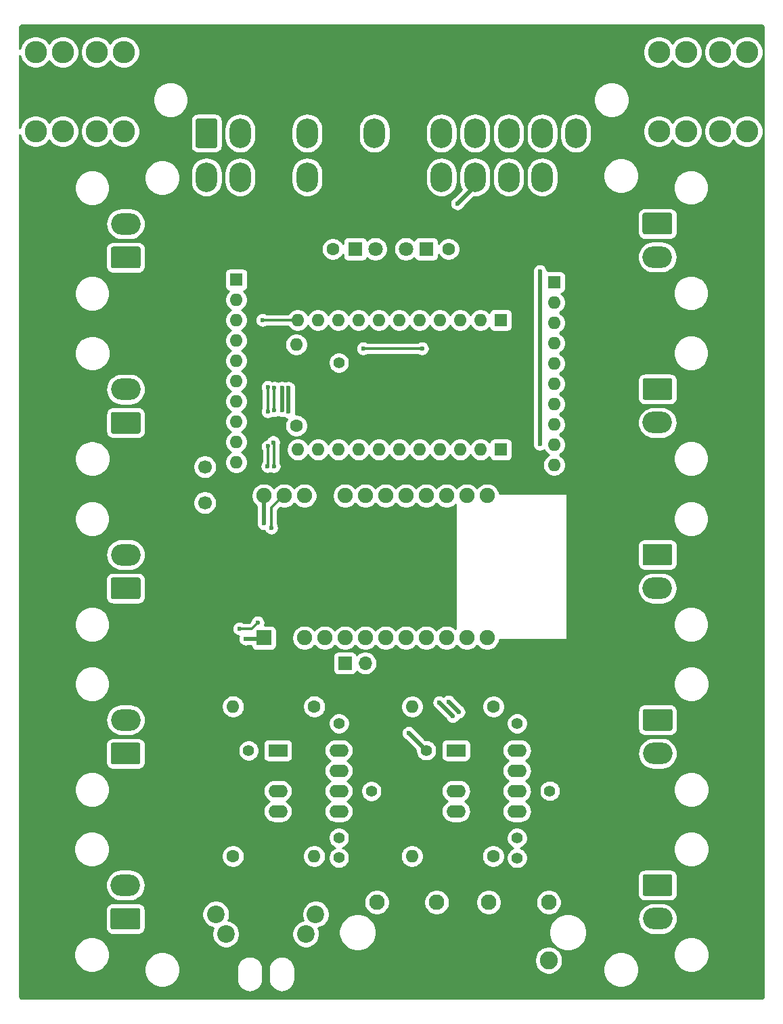
<source format=gbr>
%TF.GenerationSoftware,KiCad,Pcbnew,(5.1.8-0-10_14)*%
%TF.CreationDate,2021-03-27T13:16:03-04:00*%
%TF.ProjectId,muse,6d757365-2e6b-4696-9361-645f70636258,rev?*%
%TF.SameCoordinates,Original*%
%TF.FileFunction,Copper,L2,Bot*%
%TF.FilePolarity,Positive*%
%FSLAX46Y46*%
G04 Gerber Fmt 4.6, Leading zero omitted, Abs format (unit mm)*
G04 Created by KiCad (PCBNEW (5.1.8-0-10_14)) date 2021-03-27 13:16:03*
%MOMM*%
%LPD*%
G01*
G04 APERTURE LIST*
%TA.AperFunction,ComponentPad*%
%ADD10C,1.400000*%
%TD*%
%TA.AperFunction,ComponentPad*%
%ADD11C,2.200000*%
%TD*%
%TA.AperFunction,ComponentPad*%
%ADD12R,1.900000X1.900000*%
%TD*%
%TA.AperFunction,ComponentPad*%
%ADD13C,1.900000*%
%TD*%
%TA.AperFunction,ComponentPad*%
%ADD14R,2.400000X1.600000*%
%TD*%
%TA.AperFunction,ComponentPad*%
%ADD15O,2.400000X1.600000*%
%TD*%
%TA.AperFunction,ComponentPad*%
%ADD16C,1.700000*%
%TD*%
%TA.AperFunction,ComponentPad*%
%ADD17O,1.600000X1.600000*%
%TD*%
%TA.AperFunction,ComponentPad*%
%ADD18R,1.600000X1.600000*%
%TD*%
%TA.AperFunction,ComponentPad*%
%ADD19C,1.600000*%
%TD*%
%TA.AperFunction,ComponentPad*%
%ADD20O,3.700000X2.700000*%
%TD*%
%TA.AperFunction,ComponentPad*%
%ADD21O,1.700000X1.700000*%
%TD*%
%TA.AperFunction,ComponentPad*%
%ADD22R,1.700000X1.700000*%
%TD*%
%TA.AperFunction,ComponentPad*%
%ADD23O,2.700000X3.700000*%
%TD*%
%TA.AperFunction,ComponentPad*%
%ADD24C,2.780000*%
%TD*%
%TA.AperFunction,ComponentPad*%
%ADD25C,1.800000*%
%TD*%
%TA.AperFunction,ComponentPad*%
%ADD26R,1.800000X1.800000*%
%TD*%
%TA.AperFunction,ComponentPad*%
%ADD27C,1.950000*%
%TD*%
%TA.AperFunction,ComponentPad*%
%ADD28C,2.250000*%
%TD*%
%TA.AperFunction,ViaPad*%
%ADD29C,0.600000*%
%TD*%
%TA.AperFunction,Conductor*%
%ADD30C,0.300000*%
%TD*%
%TA.AperFunction,Conductor*%
%ADD31C,0.500000*%
%TD*%
%TA.AperFunction,Conductor*%
%ADD32C,0.254000*%
%TD*%
%TA.AperFunction,Conductor*%
%ADD33C,0.100000*%
%TD*%
G04 APERTURE END LIST*
D10*
%TO.P,C9,2*%
%TO.N,GND*%
X58547000Y-66381000D03*
%TO.P,C9,1*%
%TO.N,Net-(C9-Pad1)*%
X58547000Y-63881000D03*
%TD*%
%TO.P,C8,2*%
%TO.N,+3.3V_REG*%
X47257000Y-112407000D03*
%TO.P,C8,1*%
%TO.N,GND*%
X47257000Y-114907000D03*
%TD*%
%TO.P,C7,2*%
%TO.N,+3.3V_REG*%
X69469000Y-112377000D03*
%TO.P,C7,1*%
%TO.N,GND*%
X69469000Y-114877000D03*
%TD*%
%TO.P,C6,2*%
%TO.N,GND*%
X62611000Y-119975000D03*
%TO.P,C6,1*%
%TO.N,Net-(C6-Pad1)*%
X62611000Y-117475000D03*
%TD*%
%TO.P,C5,2*%
%TO.N,GND*%
X84943000Y-119947000D03*
%TO.P,C5,1*%
%TO.N,Net-(C5-Pad1)*%
X84943000Y-117447000D03*
%TD*%
%TO.P,C4,2*%
%TO.N,GND*%
X58567000Y-106507000D03*
%TO.P,C4,1*%
%TO.N,Net-(C4-Pad1)*%
X58567000Y-109007000D03*
%TD*%
%TO.P,C3,2*%
%TO.N,GND*%
X80843000Y-106507000D03*
%TO.P,C3,1*%
%TO.N,Net-(C3-Pad1)*%
X80843000Y-109007000D03*
%TD*%
%TO.P,C2,2*%
%TO.N,Net-(C2-Pad2)*%
X58547000Y-125817000D03*
%TO.P,C2,1*%
%TO.N,Net-(C2-Pad1)*%
X58547000Y-123317000D03*
%TD*%
%TO.P,C1,2*%
%TO.N,Net-(C1-Pad2)*%
X80823000Y-125837000D03*
%TO.P,C1,1*%
%TO.N,Net-(C1-Pad1)*%
X80823000Y-123337000D03*
%TD*%
D11*
%TO.P,CON2,1A*%
%TO.N,GND*%
X54403000Y-140365000D03*
%TO.P,CON2,2A*%
%TO.N,/AUDIO_L*%
X55653000Y-132865000D03*
%TO.P,CON2,5A*%
%TO.N,/AUDIO_R*%
X43153000Y-132865000D03*
%TO.P,CON2,1B*%
%TO.N,GND*%
X44403000Y-140365000D03*
%TO.P,CON2,2B*%
%TO.N,/AUDIO_L*%
X44403000Y-135365000D03*
%TO.P,CON2,5B*%
%TO.N,/AUDIO_R*%
X54403000Y-135365000D03*
%TD*%
D12*
%TO.P,U3,1*%
%TO.N,+5VSB*%
X49160720Y-98302460D03*
D13*
%TO.P,U3,2*%
%TO.N,GND*%
X51700720Y-98302460D03*
%TO.P,U3,3*%
%TO.N,/LED_0*%
X54240720Y-98302460D03*
%TO.P,U3,4*%
%TO.N,/LED_1*%
X56780720Y-98302460D03*
%TO.P,U3,5*%
%TO.N,/WKP*%
X59320720Y-98302460D03*
%TO.P,U3,6*%
%TO.N,/DAC*%
X61860720Y-98302460D03*
%TO.P,U3,7*%
%TO.N,/EQ7_RST*%
X64400720Y-98302460D03*
%TO.P,U3,8*%
%TO.N,/ATX_PWR_ON*%
X66940720Y-98302460D03*
%TO.P,U3,9*%
%TO.N,/ATX_PWR_OK*%
X69480720Y-98302460D03*
%TO.P,U3,10*%
%TO.N,/EQ7_STROBE*%
X72020720Y-98302460D03*
%TO.P,U3,11*%
%TO.N,/EQ7_OUT_R*%
X74560720Y-98302460D03*
%TO.P,U3,12*%
%TO.N,/EQ7_OUT_L*%
X77100720Y-98302460D03*
%TO.P,U3,24*%
%TO.N,+3.3V_REG*%
X49160720Y-80522460D03*
%TO.P,U3,23*%
%TO.N,/~MCU_RST*%
X51700720Y-80522460D03*
%TO.P,U3,22*%
%TO.N,Net-(U3-Pad22)*%
X54240720Y-80522460D03*
%TO.P,U3,21*%
%TO.N,GND*%
X56780720Y-80522460D03*
%TO.P,U3,20*%
%TO.N,/LED_2*%
X59320720Y-80522460D03*
%TO.P,U3,19*%
%TO.N,/LED_3*%
X61860720Y-80522460D03*
%TO.P,U3,18*%
%TO.N,/LED_4*%
X64400720Y-80522460D03*
%TO.P,U3,17*%
%TO.N,/LED_5*%
X66940720Y-80522460D03*
%TO.P,U3,16*%
%TO.N,/LED_6*%
X69480720Y-80522460D03*
%TO.P,U3,15*%
%TO.N,/LED_7*%
X72020720Y-80522460D03*
%TO.P,U3,14*%
%TO.N,/LED_8*%
X74560720Y-80522460D03*
%TO.P,U3,13*%
%TO.N,/LED_9*%
X77100720Y-80522460D03*
%TD*%
D14*
%TO.P,U2,1*%
%TO.N,+3.3V_REG*%
X50917000Y-112387000D03*
D15*
%TO.P,U2,5*%
%TO.N,Net-(C2-Pad1)*%
X58537000Y-120007000D03*
%TO.P,U2,2*%
%TO.N,GND*%
X50917000Y-114927000D03*
%TO.P,U2,6*%
%TO.N,Net-(C6-Pad1)*%
X58537000Y-117467000D03*
%TO.P,U2,3*%
%TO.N,/EQ7_OUT_R*%
X50917000Y-117467000D03*
%TO.P,U2,7*%
%TO.N,/EQ7_RST*%
X58537000Y-114927000D03*
%TO.P,U2,4*%
%TO.N,/EQ7_STROBE*%
X50917000Y-120007000D03*
%TO.P,U2,8*%
%TO.N,Net-(C4-Pad1)*%
X58537000Y-112387000D03*
%TD*%
D14*
%TO.P,U1,1*%
%TO.N,+3.3V_REG*%
X73213000Y-112377000D03*
D15*
%TO.P,U1,5*%
%TO.N,Net-(C1-Pad1)*%
X80833000Y-119997000D03*
%TO.P,U1,2*%
%TO.N,GND*%
X73213000Y-114917000D03*
%TO.P,U1,6*%
%TO.N,Net-(C5-Pad1)*%
X80833000Y-117457000D03*
%TO.P,U1,3*%
%TO.N,/EQ7_OUT_L*%
X73213000Y-117457000D03*
%TO.P,U1,7*%
%TO.N,/EQ7_RST*%
X80833000Y-114917000D03*
%TO.P,U1,4*%
%TO.N,/EQ7_STROBE*%
X73213000Y-119997000D03*
%TO.P,U1,8*%
%TO.N,Net-(C3-Pad1)*%
X80833000Y-112377000D03*
%TD*%
D16*
%TO.P,SW1,1*%
%TO.N,/~MCU_RST*%
X41783000Y-81407000D03*
%TO.P,SW1,2*%
%TO.N,GND*%
X35283000Y-81407000D03*
%TO.P,SW1,3*%
%TO.N,/~MCU_RST*%
X41783000Y-76907000D03*
%TO.P,SW1,4*%
%TO.N,GND*%
X35283000Y-76907000D03*
%TD*%
D17*
%TO.P,RN4,10*%
%TO.N,/LED_5_5V*%
X85471000Y-76675000D03*
%TO.P,RN4,9*%
%TO.N,Net-(RN2-Pad6)*%
X85471000Y-74135000D03*
%TO.P,RN4,8*%
%TO.N,/LED_6_5V*%
X85471000Y-71595000D03*
%TO.P,RN4,7*%
%TO.N,Net-(RN2-Pad5)*%
X85471000Y-69055000D03*
%TO.P,RN4,6*%
%TO.N,/LED_7_5V*%
X85471000Y-66515000D03*
%TO.P,RN4,5*%
%TO.N,Net-(RN2-Pad4)*%
X85471000Y-63975000D03*
%TO.P,RN4,4*%
%TO.N,/LED_8_5V*%
X85471000Y-61435000D03*
%TO.P,RN4,3*%
%TO.N,Net-(RN2-Pad3)*%
X85471000Y-58895000D03*
%TO.P,RN4,2*%
%TO.N,/LED_9_5V*%
X85471000Y-56355000D03*
D18*
%TO.P,RN4,1*%
%TO.N,Net-(RN2-Pad2)*%
X85471000Y-53815000D03*
%TD*%
D17*
%TO.P,RN3,10*%
%TO.N,/LED_4_5V*%
X45715000Y-76351000D03*
%TO.P,RN3,9*%
%TO.N,Net-(RN2-Pad7)*%
X45715000Y-73811000D03*
%TO.P,RN3,8*%
%TO.N,/LED_3_5V*%
X45715000Y-71271000D03*
%TO.P,RN3,7*%
%TO.N,Net-(RN2-Pad8)*%
X45715000Y-68731000D03*
%TO.P,RN3,6*%
%TO.N,/LED_2_5V*%
X45715000Y-66191000D03*
%TO.P,RN3,5*%
%TO.N,Net-(RN2-Pad9)*%
X45715000Y-63651000D03*
%TO.P,RN3,4*%
%TO.N,/LED_1_5V*%
X45715000Y-61111000D03*
%TO.P,RN3,3*%
%TO.N,Net-(RN2-Pad10)*%
X45715000Y-58571000D03*
%TO.P,RN3,2*%
%TO.N,/LED_0_5V*%
X45715000Y-56031000D03*
D18*
%TO.P,RN3,1*%
%TO.N,Net-(RN2-Pad11)*%
X45715000Y-53491000D03*
%TD*%
D17*
%TO.P,RN2,11*%
%TO.N,Net-(RN2-Pad11)*%
X53395000Y-58547000D03*
%TO.P,RN2,10*%
%TO.N,Net-(RN2-Pad10)*%
X55935000Y-58547000D03*
%TO.P,RN2,9*%
%TO.N,Net-(RN2-Pad9)*%
X58475000Y-58547000D03*
%TO.P,RN2,8*%
%TO.N,Net-(RN2-Pad8)*%
X61015000Y-58547000D03*
%TO.P,RN2,7*%
%TO.N,Net-(RN2-Pad7)*%
X63555000Y-58547000D03*
%TO.P,RN2,6*%
%TO.N,Net-(RN2-Pad6)*%
X66095000Y-58547000D03*
%TO.P,RN2,5*%
%TO.N,Net-(RN2-Pad5)*%
X68635000Y-58547000D03*
%TO.P,RN2,4*%
%TO.N,Net-(RN2-Pad4)*%
X71175000Y-58547000D03*
%TO.P,RN2,3*%
%TO.N,Net-(RN2-Pad3)*%
X73715000Y-58547000D03*
%TO.P,RN2,2*%
%TO.N,Net-(RN2-Pad2)*%
X76255000Y-58547000D03*
D18*
%TO.P,RN2,1*%
%TO.N,Net-(C9-Pad1)*%
X78795000Y-58547000D03*
%TD*%
D17*
%TO.P,RN1,11*%
%TO.N,/LED_0*%
X53405000Y-74751000D03*
%TO.P,RN1,10*%
%TO.N,/LED_1*%
X55945000Y-74751000D03*
%TO.P,RN1,9*%
%TO.N,/LED_2*%
X58485000Y-74751000D03*
%TO.P,RN1,8*%
%TO.N,/LED_3*%
X61025000Y-74751000D03*
%TO.P,RN1,7*%
%TO.N,/LED_4*%
X63565000Y-74751000D03*
%TO.P,RN1,6*%
%TO.N,/LED_5*%
X66105000Y-74751000D03*
%TO.P,RN1,5*%
%TO.N,/LED_6*%
X68645000Y-74751000D03*
%TO.P,RN1,4*%
%TO.N,/LED_7*%
X71185000Y-74751000D03*
%TO.P,RN1,3*%
%TO.N,/LED_8*%
X73725000Y-74751000D03*
%TO.P,RN1,2*%
%TO.N,/LED_9*%
X76265000Y-74751000D03*
D18*
%TO.P,RN1,1*%
%TO.N,+3.3V*%
X78805000Y-74751000D03*
%TD*%
D17*
%TO.P,R7,2*%
%TO.N,Net-(C9-Pad1)*%
X53213000Y-61595000D03*
D19*
%TO.P,R7,1*%
%TO.N,+5V*%
X53213000Y-71755000D03*
%TD*%
D17*
%TO.P,R6,2*%
%TO.N,GND*%
X82423000Y-49657000D03*
D19*
%TO.P,R6,1*%
%TO.N,Net-(D2-Pad1)*%
X72263000Y-49657000D03*
%TD*%
D17*
%TO.P,R5,2*%
%TO.N,GND*%
X47625000Y-49657000D03*
D19*
%TO.P,R5,1*%
%TO.N,Net-(D1-Pad1)*%
X57785000Y-49657000D03*
%TD*%
D17*
%TO.P,R4,2*%
%TO.N,+5VSB*%
X45317000Y-106887000D03*
D19*
%TO.P,R4,1*%
%TO.N,Net-(C4-Pad1)*%
X55477000Y-106887000D03*
%TD*%
D17*
%TO.P,R3,2*%
%TO.N,+5VSB*%
X67733000Y-106897000D03*
D19*
%TO.P,R3,1*%
%TO.N,Net-(C3-Pad1)*%
X77893000Y-106897000D03*
%TD*%
D17*
%TO.P,R2,2*%
%TO.N,Net-(C2-Pad2)*%
X55467000Y-125607000D03*
D19*
%TO.P,R2,1*%
%TO.N,/AUDIO_R*%
X45307000Y-125607000D03*
%TD*%
D17*
%TO.P,R1,2*%
%TO.N,/AUDIO_L*%
X67683000Y-125617000D03*
D19*
%TO.P,R1,1*%
%TO.N,Net-(C1-Pad2)*%
X77843000Y-125617000D03*
%TD*%
%TO.P,J12,1*%
%TO.N,/LED_PWR_B1*%
%TA.AperFunction,ComponentPad*%
G36*
G01*
X96797001Y-45123000D02*
X99996999Y-45123000D01*
G75*
G02*
X100247000Y-45373001I0J-250001D01*
G01*
X100247000Y-47572999D01*
G75*
G02*
X99996999Y-47823000I-250001J0D01*
G01*
X96797001Y-47823000D01*
G75*
G02*
X96547000Y-47572999I0J250001D01*
G01*
X96547000Y-45373001D01*
G75*
G02*
X96797001Y-45123000I250001J0D01*
G01*
G37*
%TD.AperFunction*%
D20*
%TO.P,J12,2*%
%TO.N,/LED_9_5V*%
X98397000Y-50673000D03*
%TO.P,J12,3*%
%TO.N,GND*%
X92897000Y-46473000D03*
%TO.P,J12,4*%
X92897000Y-50673000D03*
%TD*%
%TO.P,J11,1*%
%TO.N,/LED_PWR_B1*%
%TA.AperFunction,ComponentPad*%
G36*
G01*
X96807001Y-65833000D02*
X100006999Y-65833000D01*
G75*
G02*
X100257000Y-66083001I0J-250001D01*
G01*
X100257000Y-68282999D01*
G75*
G02*
X100006999Y-68533000I-250001J0D01*
G01*
X96807001Y-68533000D01*
G75*
G02*
X96557000Y-68282999I0J250001D01*
G01*
X96557000Y-66083001D01*
G75*
G02*
X96807001Y-65833000I250001J0D01*
G01*
G37*
%TD.AperFunction*%
%TO.P,J11,2*%
%TO.N,/LED_8_5V*%
X98407000Y-71383000D03*
%TO.P,J11,3*%
%TO.N,GND*%
X92907000Y-67183000D03*
%TO.P,J11,4*%
X92907000Y-71383000D03*
%TD*%
%TO.P,J10,1*%
%TO.N,/LED_PWR_B1*%
%TA.AperFunction,ComponentPad*%
G36*
G01*
X96807001Y-86543000D02*
X100006999Y-86543000D01*
G75*
G02*
X100257000Y-86793001I0J-250001D01*
G01*
X100257000Y-88992999D01*
G75*
G02*
X100006999Y-89243000I-250001J0D01*
G01*
X96807001Y-89243000D01*
G75*
G02*
X96557000Y-88992999I0J250001D01*
G01*
X96557000Y-86793001D01*
G75*
G02*
X96807001Y-86543000I250001J0D01*
G01*
G37*
%TD.AperFunction*%
%TO.P,J10,2*%
%TO.N,/LED_7_5V*%
X98407000Y-92093000D03*
%TO.P,J10,3*%
%TO.N,GND*%
X92907000Y-87893000D03*
%TO.P,J10,4*%
X92907000Y-92093000D03*
%TD*%
%TO.P,J9,1*%
%TO.N,/LED_PWR_B1*%
%TA.AperFunction,ComponentPad*%
G36*
G01*
X96827001Y-107213000D02*
X100026999Y-107213000D01*
G75*
G02*
X100277000Y-107463001I0J-250001D01*
G01*
X100277000Y-109662999D01*
G75*
G02*
X100026999Y-109913000I-250001J0D01*
G01*
X96827001Y-109913000D01*
G75*
G02*
X96577000Y-109662999I0J250001D01*
G01*
X96577000Y-107463001D01*
G75*
G02*
X96827001Y-107213000I250001J0D01*
G01*
G37*
%TD.AperFunction*%
%TO.P,J9,2*%
%TO.N,/LED_6_5V*%
X98427000Y-112763000D03*
%TO.P,J9,3*%
%TO.N,GND*%
X92927000Y-108563000D03*
%TO.P,J9,4*%
X92927000Y-112763000D03*
%TD*%
%TO.P,J8,1*%
%TO.N,/LED_PWR_B1*%
%TA.AperFunction,ComponentPad*%
G36*
G01*
X96817001Y-127893000D02*
X100016999Y-127893000D01*
G75*
G02*
X100267000Y-128143001I0J-250001D01*
G01*
X100267000Y-130342999D01*
G75*
G02*
X100016999Y-130593000I-250001J0D01*
G01*
X96817001Y-130593000D01*
G75*
G02*
X96567000Y-130342999I0J250001D01*
G01*
X96567000Y-128143001D01*
G75*
G02*
X96817001Y-127893000I250001J0D01*
G01*
G37*
%TD.AperFunction*%
%TO.P,J8,2*%
%TO.N,/LED_5_5V*%
X98417000Y-133443000D03*
%TO.P,J8,3*%
%TO.N,GND*%
X92917000Y-129243000D03*
%TO.P,J8,4*%
X92917000Y-133443000D03*
%TD*%
%TO.P,J7,1*%
%TO.N,/LED_PWR_B0*%
%TA.AperFunction,ComponentPad*%
G36*
G01*
X33444999Y-134797000D02*
X30245001Y-134797000D01*
G75*
G02*
X29995000Y-134546999I0J250001D01*
G01*
X29995000Y-132347001D01*
G75*
G02*
X30245001Y-132097000I250001J0D01*
G01*
X33444999Y-132097000D01*
G75*
G02*
X33695000Y-132347001I0J-250001D01*
G01*
X33695000Y-134546999D01*
G75*
G02*
X33444999Y-134797000I-250001J0D01*
G01*
G37*
%TD.AperFunction*%
%TO.P,J7,2*%
%TO.N,/LED_4_5V*%
X31845000Y-129247000D03*
%TO.P,J7,3*%
%TO.N,GND*%
X37345000Y-133447000D03*
%TO.P,J7,4*%
X37345000Y-129247000D03*
%TD*%
%TO.P,J6,1*%
%TO.N,/LED_PWR_B0*%
%TA.AperFunction,ComponentPad*%
G36*
G01*
X33464999Y-114117000D02*
X30265001Y-114117000D01*
G75*
G02*
X30015000Y-113866999I0J250001D01*
G01*
X30015000Y-111667001D01*
G75*
G02*
X30265001Y-111417000I250001J0D01*
G01*
X33464999Y-111417000D01*
G75*
G02*
X33715000Y-111667001I0J-250001D01*
G01*
X33715000Y-113866999D01*
G75*
G02*
X33464999Y-114117000I-250001J0D01*
G01*
G37*
%TD.AperFunction*%
%TO.P,J6,2*%
%TO.N,/LED_3_5V*%
X31865000Y-108567000D03*
%TO.P,J6,3*%
%TO.N,GND*%
X37365000Y-112767000D03*
%TO.P,J6,4*%
X37365000Y-108567000D03*
%TD*%
%TO.P,J5,1*%
%TO.N,/LED_PWR_B0*%
%TA.AperFunction,ComponentPad*%
G36*
G01*
X33474999Y-93447000D02*
X30275001Y-93447000D01*
G75*
G02*
X30025000Y-93196999I0J250001D01*
G01*
X30025000Y-90997001D01*
G75*
G02*
X30275001Y-90747000I250001J0D01*
G01*
X33474999Y-90747000D01*
G75*
G02*
X33725000Y-90997001I0J-250001D01*
G01*
X33725000Y-93196999D01*
G75*
G02*
X33474999Y-93447000I-250001J0D01*
G01*
G37*
%TD.AperFunction*%
%TO.P,J5,2*%
%TO.N,/LED_2_5V*%
X31875000Y-87897000D03*
%TO.P,J5,3*%
%TO.N,GND*%
X37375000Y-92097000D03*
%TO.P,J5,4*%
X37375000Y-87897000D03*
%TD*%
%TO.P,J4,1*%
%TO.N,/LED_PWR_B0*%
%TA.AperFunction,ComponentPad*%
G36*
G01*
X33484999Y-72757000D02*
X30285001Y-72757000D01*
G75*
G02*
X30035000Y-72506999I0J250001D01*
G01*
X30035000Y-70307001D01*
G75*
G02*
X30285001Y-70057000I250001J0D01*
G01*
X33484999Y-70057000D01*
G75*
G02*
X33735000Y-70307001I0J-250001D01*
G01*
X33735000Y-72506999D01*
G75*
G02*
X33484999Y-72757000I-250001J0D01*
G01*
G37*
%TD.AperFunction*%
%TO.P,J4,2*%
%TO.N,/LED_1_5V*%
X31885000Y-67207000D03*
%TO.P,J4,3*%
%TO.N,GND*%
X37385000Y-71407000D03*
%TO.P,J4,4*%
X37385000Y-67207000D03*
%TD*%
%TO.P,J3,1*%
%TO.N,/LED_PWR_B0*%
%TA.AperFunction,ComponentPad*%
G36*
G01*
X33474999Y-52067000D02*
X30275001Y-52067000D01*
G75*
G02*
X30025000Y-51816999I0J250001D01*
G01*
X30025000Y-49617001D01*
G75*
G02*
X30275001Y-49367000I250001J0D01*
G01*
X33474999Y-49367000D01*
G75*
G02*
X33725000Y-49617001I0J-250001D01*
G01*
X33725000Y-51816999D01*
G75*
G02*
X33474999Y-52067000I-250001J0D01*
G01*
G37*
%TD.AperFunction*%
%TO.P,J3,2*%
%TO.N,/LED_0_5V*%
X31875000Y-46517000D03*
%TO.P,J3,3*%
%TO.N,GND*%
X37375000Y-50717000D03*
%TO.P,J3,4*%
X37375000Y-46517000D03*
%TD*%
D21*
%TO.P,J2,2*%
%TO.N,/DAC*%
X61849000Y-101473000D03*
D22*
%TO.P,J2,1*%
%TO.N,/WKP*%
X59309000Y-101473000D03*
%TD*%
%TO.P,J1,1*%
%TO.N,+3.3V*%
%TA.AperFunction,ComponentPad*%
G36*
G01*
X40635000Y-36778999D02*
X40635000Y-33579001D01*
G75*
G02*
X40885001Y-33329000I250001J0D01*
G01*
X43084999Y-33329000D01*
G75*
G02*
X43335000Y-33579001I0J-250001D01*
G01*
X43335000Y-36778999D01*
G75*
G02*
X43084999Y-37029000I-250001J0D01*
G01*
X40885001Y-37029000D01*
G75*
G02*
X40635000Y-36778999I0J250001D01*
G01*
G37*
%TD.AperFunction*%
D23*
%TO.P,J1,2*%
X46185000Y-35179000D03*
%TO.P,J1,3*%
%TO.N,GND*%
X50385000Y-35179000D03*
%TO.P,J1,4*%
%TO.N,+5V*%
X54585000Y-35179000D03*
%TO.P,J1,5*%
%TO.N,GND*%
X58785000Y-35179000D03*
%TO.P,J1,6*%
%TO.N,+5V*%
X62985000Y-35179000D03*
%TO.P,J1,7*%
%TO.N,GND*%
X67185000Y-35179000D03*
%TO.P,J1,8*%
%TO.N,/ATX_PWR_OK*%
X71385000Y-35179000D03*
%TO.P,J1,9*%
%TO.N,+5VSB*%
X75585000Y-35179000D03*
%TO.P,J1,10*%
%TO.N,+12V*%
X79785000Y-35179000D03*
%TO.P,J1,11*%
X83985000Y-35179000D03*
%TO.P,J1,12*%
%TO.N,+3.3V*%
X88185000Y-35179000D03*
%TO.P,J1,13*%
X41985000Y-40679000D03*
%TO.P,J1,14*%
%TO.N,Net-(J1-Pad14)*%
X46185000Y-40679000D03*
%TO.P,J1,15*%
%TO.N,GND*%
X50385000Y-40679000D03*
%TO.P,J1,16*%
%TO.N,/ATX_PWR_ON*%
X54585000Y-40679000D03*
%TO.P,J1,17*%
%TO.N,GND*%
X58785000Y-40679000D03*
%TO.P,J1,18*%
X62985000Y-40679000D03*
%TO.P,J1,19*%
X67185000Y-40679000D03*
%TO.P,J1,20*%
%TO.N,Net-(J1-Pad20)*%
X71385000Y-40679000D03*
%TO.P,J1,21*%
%TO.N,+5V*%
X75585000Y-40679000D03*
%TO.P,J1,22*%
X79785000Y-40679000D03*
%TO.P,J1,23*%
X83985000Y-40679000D03*
%TO.P,J1,24*%
%TO.N,GND*%
X88185000Y-40679000D03*
%TD*%
D24*
%TO.P,F4,2*%
%TO.N,/LED_PWR_B1*%
X106201000Y-34939000D03*
X109601000Y-34939000D03*
%TO.P,F4,1*%
%TO.N,+5V*%
X106201000Y-25019000D03*
X109601000Y-25019000D03*
%TD*%
%TO.P,F3,2*%
%TO.N,/LED_PWR_B0*%
X20603000Y-34939000D03*
X24003000Y-34939000D03*
%TO.P,F3,1*%
%TO.N,+5V*%
X20603000Y-25019000D03*
X24003000Y-25019000D03*
%TD*%
%TO.P,F2,2*%
%TO.N,/LED_PWR_B1*%
X98581000Y-34939000D03*
X101981000Y-34939000D03*
%TO.P,F2,1*%
%TO.N,+12V*%
X98581000Y-25019000D03*
X101981000Y-25019000D03*
%TD*%
%TO.P,F1,2*%
%TO.N,/LED_PWR_B0*%
X28223000Y-34939000D03*
X31623000Y-34939000D03*
%TO.P,F1,1*%
%TO.N,+12V*%
X28223000Y-25019000D03*
X31623000Y-25019000D03*
%TD*%
D25*
%TO.P,D2,2*%
%TO.N,+5VSB*%
X66929000Y-49657000D03*
D26*
%TO.P,D2,1*%
%TO.N,Net-(D2-Pad1)*%
X69469000Y-49657000D03*
%TD*%
D25*
%TO.P,D1,2*%
%TO.N,/ATX_PWR_OK*%
X63119000Y-49657000D03*
D26*
%TO.P,D1,1*%
%TO.N,Net-(D1-Pad1)*%
X60579000Y-49657000D03*
%TD*%
D27*
%TO.P,CON1,1*%
%TO.N,/AUDIO_L*%
X63291000Y-131383000D03*
%TO.P,CON1,2*%
%TO.N,/AUDIO_R*%
X70791000Y-131383000D03*
%TO.P,CON1,3*%
%TO.N,/AUDIO_L*%
X77291000Y-131383000D03*
%TO.P,CON1,4*%
%TO.N,/AUDIO_R*%
X84791000Y-131383000D03*
D28*
%TO.P,CON1,5*%
%TO.N,GND*%
X70791000Y-138633000D03*
%TO.P,CON1,6*%
%TO.N,N/C*%
X84791000Y-138633000D03*
%TD*%
D29*
%TO.N,GND*%
X60579000Y-70739000D03*
X60398388Y-69642227D03*
X19987500Y-136753999D03*
X19987500Y-140753999D03*
X22387500Y-138353999D03*
X22387500Y-142353999D03*
X24787500Y-139953999D03*
X26387500Y-142353999D03*
X29587500Y-140753999D03*
X31187500Y-136753999D03*
X31987500Y-142353999D03*
X32787500Y-139153999D03*
X35187500Y-36753999D03*
X35187500Y-48753999D03*
X35187500Y-52753999D03*
X35187500Y-56753999D03*
X35187500Y-60753999D03*
X35187500Y-69553999D03*
X35187500Y-73553999D03*
X35187500Y-79153999D03*
X35187500Y-94353999D03*
X35187500Y-98353999D03*
X35187500Y-102353999D03*
X35187500Y-115153999D03*
X35187500Y-119153999D03*
X35187500Y-123153999D03*
X35187500Y-131153999D03*
X35187500Y-135953999D03*
X36787500Y-43153999D03*
X36787500Y-85553999D03*
X36787500Y-106353999D03*
X37587500Y-38353999D03*
X37587500Y-54353999D03*
X37587500Y-58353999D03*
X37587500Y-64753999D03*
X37587500Y-95953999D03*
X37587500Y-99953999D03*
X37587500Y-116753999D03*
X37587500Y-120753999D03*
X37587500Y-126353999D03*
X37587500Y-142353999D03*
X38387500Y-75953999D03*
X38387500Y-79953999D03*
X39187500Y-40753999D03*
X39187500Y-103953999D03*
X39187500Y-135953999D03*
X39187500Y-139953999D03*
X39987500Y-47953999D03*
X39987500Y-51953999D03*
X39987500Y-55953999D03*
X39987500Y-59953999D03*
X39987500Y-68753999D03*
X39987500Y-123953999D03*
X39987500Y-127953999D03*
X39987500Y-131953999D03*
X40787500Y-43953999D03*
X40787500Y-63153999D03*
X41587500Y-66353999D03*
X41587500Y-83953999D03*
X41587500Y-87953999D03*
X41587500Y-91953999D03*
X41587500Y-95953999D03*
X41587500Y-99953999D03*
X41587500Y-105553999D03*
X41587500Y-109553999D03*
X41587500Y-113553999D03*
X41587500Y-117553999D03*
X41587500Y-121553999D03*
X41587500Y-137553999D03*
X41587500Y-141553999D03*
X42387500Y-50353999D03*
X42387500Y-54353999D03*
X42387500Y-58353999D03*
X42387500Y-125553999D03*
X42387500Y-129553999D03*
X43187500Y-45553999D03*
X43187500Y-73553999D03*
X43187500Y-79153999D03*
X43187500Y-102353999D03*
X43987500Y-97553999D03*
X43987500Y-111153999D03*
X43987500Y-115153999D03*
X43987500Y-119153999D03*
X43987500Y-123153999D03*
X44787500Y-47953999D03*
X44787500Y-138353999D03*
X44787500Y-142353999D03*
X45587500Y-51153999D03*
X45587500Y-84753999D03*
X45587500Y-88753999D03*
X45587500Y-92753999D03*
X45587500Y-100753999D03*
X46387500Y-43953999D03*
X46387500Y-109553999D03*
X46387500Y-116753999D03*
X46387500Y-120753999D03*
X46387500Y-127953999D03*
X47187500Y-131153999D03*
X47187500Y-135153999D03*
X47987500Y-46353999D03*
X47987500Y-52753999D03*
X47987500Y-123153999D03*
X48787500Y-87153999D03*
X48787500Y-91153999D03*
X48787500Y-101553999D03*
X48787500Y-105553999D03*
X48787500Y-115153999D03*
X48787500Y-126353999D03*
X49587500Y-108753999D03*
X49587500Y-129553999D03*
X50387500Y-134353999D03*
X51187500Y-47153999D03*
X51187500Y-51153999D03*
X51187500Y-88753999D03*
X51187500Y-92753999D03*
X51187500Y-103153999D03*
X51187500Y-122353999D03*
X51987500Y-54353999D03*
X51987500Y-95953999D03*
X51987500Y-106353999D03*
X51987500Y-125553999D03*
X51987500Y-131153999D03*
X52787500Y-44753999D03*
X52787500Y-77553999D03*
X52787500Y-109553999D03*
X53587500Y-48753999D03*
X53587500Y-63953999D03*
X53587500Y-115153999D03*
X53587500Y-119953999D03*
X53587500Y-127953999D03*
X54387500Y-51953999D03*
X54387500Y-83153999D03*
X54387500Y-100753999D03*
X54387500Y-111953999D03*
X54387500Y-123153999D03*
X54387500Y-138353999D03*
X54387500Y-142353999D03*
X55187500Y-46353999D03*
X55187500Y-66353999D03*
X55187500Y-117553999D03*
X55187500Y-130353999D03*
X55987500Y-54353999D03*
X55987500Y-62353999D03*
X55987500Y-70353999D03*
X55987500Y-78353999D03*
X56787500Y-43953999D03*
X56787500Y-84753999D03*
X56787500Y-88753999D03*
X56787500Y-139953999D03*
X57587500Y-104753999D03*
X57587500Y-128753999D03*
X57587500Y-135953999D03*
X58387500Y-47153999D03*
X58387500Y-51953999D03*
X58387500Y-95153999D03*
X58387500Y-142353999D03*
X59187500Y-83153999D03*
X59187500Y-87153999D03*
X59187500Y-91153999D03*
X59187500Y-138353999D03*
X59987500Y-44753999D03*
X60787500Y-38353999D03*
X60787500Y-77553999D03*
X60787500Y-105553999D03*
X60787500Y-109553999D03*
X60787500Y-122353999D03*
X60787500Y-126353999D03*
X60787500Y-140753999D03*
X61587500Y-27953999D03*
X61587500Y-84753999D03*
X61587500Y-88753999D03*
X61587500Y-92753999D03*
X62387500Y-46353999D03*
X62387500Y-111953999D03*
X62387500Y-128753999D03*
X63187500Y-55953999D03*
X63187500Y-107153999D03*
X63187500Y-123953999D03*
X63187500Y-138353999D03*
X63187500Y-142353999D03*
X63987500Y-29553999D03*
X63987500Y-83153999D03*
X63987500Y-87153999D03*
X63987500Y-91153999D03*
X63987500Y-135153999D03*
X64787500Y-67153999D03*
X64787500Y-94353999D03*
X64787500Y-109553999D03*
X64787500Y-117553999D03*
X64787500Y-121553999D03*
X64787500Y-126353999D03*
X65587500Y-31953999D03*
X65587500Y-53553999D03*
X65587500Y-77553999D03*
X65587500Y-139953999D03*
X66387500Y-27953999D03*
X66387500Y-43953999D03*
X66387500Y-84753999D03*
X66387500Y-88753999D03*
X66387500Y-131153999D03*
X66387500Y-136753999D03*
X67187500Y-47153999D03*
X67187500Y-91953999D03*
X67187500Y-100753999D03*
X67187500Y-115153999D03*
X67187500Y-119953999D03*
X67187500Y-142353999D03*
X67987500Y-30353999D03*
X67987500Y-123153999D03*
X67987500Y-134353999D03*
X68787500Y-52753999D03*
X68787500Y-83153999D03*
X68787500Y-87153999D03*
X68787500Y-94353999D03*
X68787500Y-117553999D03*
X68787500Y-138353999D03*
X69587500Y-63953999D03*
X69587500Y-90353999D03*
X69587500Y-102353999D03*
X69587500Y-127953999D03*
X70387500Y-27953999D03*
X70387500Y-44753999D03*
X70387500Y-55953999D03*
X70387500Y-120753999D03*
X70387500Y-124753999D03*
X70387500Y-135953999D03*
X70387500Y-140753999D03*
X71187500Y-31153999D03*
X71187500Y-84753999D03*
X71187500Y-92753999D03*
X71987500Y-47153999D03*
X71987500Y-67953999D03*
X71987500Y-87953999D03*
X71987500Y-95953999D03*
X72787500Y-53553999D03*
X72787500Y-63153999D03*
X72787500Y-122353999D03*
X72787500Y-126353999D03*
X72787500Y-134353999D03*
X72787500Y-138353999D03*
X72787500Y-142353999D03*
X73587500Y-77553999D03*
X74387500Y-55953999D03*
X74387500Y-128753999D03*
X75187500Y-48753999D03*
X75187500Y-64753999D03*
X75187500Y-123953999D03*
X75187500Y-135953999D03*
X75187500Y-139953999D03*
X75987500Y-51953999D03*
X75987500Y-67953999D03*
X75987500Y-100753999D03*
X75987500Y-104753999D03*
X75987500Y-112753999D03*
X75987500Y-117553999D03*
X76787500Y-120753999D03*
X76787500Y-142353999D03*
X77587500Y-54353999D03*
X77587500Y-63153999D03*
X77587500Y-71153999D03*
X77587500Y-109553999D03*
X77587500Y-127953999D03*
X77587500Y-134353999D03*
X77587500Y-138353999D03*
X78387500Y-50353999D03*
X78387500Y-77553999D03*
X78387500Y-102353999D03*
X78387500Y-123153999D03*
X79187500Y-140753999D03*
X79987500Y-52753999D03*
X79987500Y-61553999D03*
X79987500Y-67953999D03*
X79987500Y-104753999D03*
X79987500Y-129553999D03*
X79987500Y-135953999D03*
X80787500Y-71953999D03*
X80787500Y-79153999D03*
X80787500Y-99953999D03*
X81587500Y-57553999D03*
X81587500Y-75953999D03*
X81587500Y-138353999D03*
X81587500Y-142353999D03*
X82387500Y-127953999D03*
X82387500Y-134353999D03*
X83187500Y-101553999D03*
X83187500Y-122353999D03*
X83987500Y-104753999D03*
X83987500Y-108753999D03*
X83987500Y-112753999D03*
X83987500Y-125553999D03*
X84787500Y-48753999D03*
X84787500Y-79153999D03*
X84787500Y-141553999D03*
X85587500Y-99953999D03*
X85587500Y-115153999D03*
X85587500Y-128753999D03*
X86387500Y-51153999D03*
X86387500Y-103153999D03*
X86387500Y-107153999D03*
X86387500Y-111153999D03*
X86387500Y-121553999D03*
X87187500Y-117553999D03*
X87187500Y-124753999D03*
X87187500Y-131153999D03*
X87987500Y-53553999D03*
X87987500Y-57553999D03*
X87987500Y-63153999D03*
X87987500Y-76753999D03*
X87987500Y-81553999D03*
X87987500Y-85553999D03*
X87987500Y-89553999D03*
X87987500Y-93553999D03*
X87987500Y-97553999D03*
X87987500Y-113553999D03*
X87987500Y-138353999D03*
X87987500Y-142353999D03*
X88787500Y-48753999D03*
X88787500Y-66353999D03*
X88787500Y-119953999D03*
X88787500Y-127153999D03*
X89587500Y-59953999D03*
X89587500Y-69553999D03*
X89587500Y-115953999D03*
X89587500Y-123153999D03*
X90387500Y-51953999D03*
X90387500Y-103153999D03*
X90387500Y-110353999D03*
X90387500Y-135153999D03*
X90387500Y-139953999D03*
X91187500Y-55153999D03*
X91187500Y-64753999D03*
X91187500Y-118353999D03*
X91187500Y-125553999D03*
X91987500Y-58353999D03*
X91987500Y-76753999D03*
X91987500Y-80753999D03*
X91987500Y-84753999D03*
X91987500Y-94353999D03*
X91987500Y-98353999D03*
X91987500Y-105553999D03*
X91987500Y-121553999D03*
X91987500Y-137553999D03*
X91987500Y-142353999D03*
X92787500Y-61553999D03*
X92787500Y-101553999D03*
X93587500Y-52753999D03*
X93587500Y-73553999D03*
X93587500Y-115153999D03*
X93587500Y-123953999D03*
X94387500Y-56753999D03*
X94387500Y-95953999D03*
X94387500Y-119953999D03*
X94387500Y-135953999D03*
X95187500Y-59953999D03*
X95187500Y-63953999D03*
X95187500Y-99153999D03*
X95187500Y-103153999D03*
X95987500Y-142353999D03*
X96787500Y-137553999D03*
X98387500Y-139953999D03*
X99987500Y-142353999D03*
X102387500Y-140753999D03*
X104787500Y-142353999D03*
X105587500Y-137553999D03*
X107187500Y-139953999D03*
X108787500Y-136753999D03*
X108787500Y-142353999D03*
X110387500Y-139153999D03*
X81661000Y-64897000D03*
X63119000Y-77851000D03*
X68199000Y-77851000D03*
X70739000Y-77851000D03*
X75819000Y-77851000D03*
X69977000Y-70993000D03*
X47625000Y-57277000D03*
X48641000Y-60071000D03*
X47625000Y-63373000D03*
X47625000Y-67945000D03*
X47879000Y-70231000D03*
X48133000Y-73279000D03*
X47879000Y-74803000D03*
X47625000Y-84201000D03*
X55499000Y-94869000D03*
X66421000Y-104267000D03*
X73025000Y-104521000D03*
X73533000Y-101473000D03*
X72009000Y-110109000D03*
X75565000Y-60833000D03*
X74041000Y-31877000D03*
%TO.N,Net-(C9-Pad1)*%
X61595010Y-62103000D03*
X68961008Y-62103000D03*
%TO.N,/ATX_PWR_OK*%
X50475320Y-67041000D03*
X50447952Y-69857011D03*
X50323995Y-73843104D03*
X50419000Y-76835000D03*
%TO.N,+5VSB*%
X51463952Y-69857011D03*
X51435000Y-67041000D03*
X46874990Y-98425000D03*
%TO.N,+5V*%
X52253447Y-69986239D03*
X52235003Y-67041000D03*
X73383669Y-43964331D03*
%TO.N,/ATX_PWR_ON*%
X49657000Y-66929000D03*
X49657000Y-69977000D03*
X49693051Y-74334967D03*
X49618987Y-76835000D03*
%TO.N,+3.3V*%
X83693000Y-74041000D03*
X83693000Y-52451000D03*
%TO.N,Net-(RN2-Pad11)*%
X49006990Y-58547000D03*
%TO.N,/~MCU_RST*%
X46113000Y-97155000D03*
X48387000Y-96393000D03*
X50086380Y-84533620D03*
%TO.N,/EQ7_STROBE*%
X72793331Y-108099331D03*
X71120001Y-106381339D03*
%TO.N,/EQ7_RST*%
X72263002Y-106299000D03*
X73532994Y-107569000D03*
%TO.N,+3.3V_REG*%
X67287670Y-110213670D03*
X49149000Y-83972491D03*
%TD*%
D30*
%TO.N,Net-(C9-Pad1)*%
X61595010Y-62103000D02*
X68961008Y-62103000D01*
%TO.N,/ATX_PWR_OK*%
X50475320Y-69829643D02*
X50447952Y-69857011D01*
X50475320Y-67041000D02*
X50475320Y-69829643D01*
X50323995Y-73843104D02*
X50419000Y-73938109D01*
X50419000Y-73938109D02*
X50419000Y-76835000D01*
D31*
%TO.N,+5VSB*%
X51435000Y-69828059D02*
X51463952Y-69857011D01*
X51435000Y-67041000D02*
X51435000Y-69828059D01*
X48895000Y-98425000D02*
X46874990Y-98425000D01*
%TO.N,+5V*%
X52253447Y-67059444D02*
X52235003Y-67041000D01*
X52253447Y-69986239D02*
X52253447Y-67059444D01*
X73383669Y-43964331D02*
X75565000Y-41783000D01*
X75565000Y-41783000D02*
X75565000Y-40767000D01*
D30*
%TO.N,/ATX_PWR_ON*%
X49657000Y-66929000D02*
X49657000Y-69977000D01*
X49693051Y-76760936D02*
X49618987Y-76835000D01*
X49693051Y-74334967D02*
X49693051Y-76760936D01*
D31*
%TO.N,+3.3V*%
X83693000Y-53182998D02*
X83693000Y-52451000D01*
X83693000Y-74041000D02*
X83693000Y-53182998D01*
D30*
%TO.N,Net-(RN2-Pad11)*%
X53467000Y-58547000D02*
X49006990Y-58547000D01*
%TO.N,/~MCU_RST*%
X47625000Y-97155000D02*
X48387000Y-96393000D01*
X46113000Y-97155000D02*
X47625000Y-97155000D01*
X50086380Y-84533620D02*
X50086380Y-81993620D01*
X50086380Y-81993620D02*
X51689000Y-80391000D01*
D31*
%TO.N,/EQ7_STROBE*%
X72793331Y-108054669D02*
X71120001Y-106381339D01*
X72793331Y-108099331D02*
X72793331Y-108054669D01*
%TO.N,/EQ7_RST*%
X72263002Y-106299000D02*
X73532994Y-107568992D01*
X73532994Y-107568992D02*
X73532994Y-107569000D01*
%TO.N,+3.3V_REG*%
X67287670Y-110213670D02*
X69469000Y-112395000D01*
X49149000Y-80645000D02*
X48991746Y-80645000D01*
X49149000Y-83972491D02*
X49149000Y-80645000D01*
%TD*%
D32*
%TO.N,GND*%
X111437772Y-21674167D02*
X111494314Y-21691238D01*
X111546452Y-21718961D01*
X111592219Y-21756288D01*
X111629862Y-21801790D01*
X111657951Y-21853740D01*
X111675415Y-21910156D01*
X111685000Y-22001350D01*
X111685001Y-143094268D01*
X111675833Y-143187771D01*
X111658762Y-143244314D01*
X111631040Y-143296451D01*
X111593711Y-143342221D01*
X111548210Y-143379862D01*
X111496260Y-143407952D01*
X111439845Y-143425415D01*
X111348650Y-143435000D01*
X18957722Y-143435000D01*
X18864229Y-143425833D01*
X18807686Y-143408762D01*
X18755549Y-143381040D01*
X18709779Y-143343711D01*
X18672138Y-143298210D01*
X18644048Y-143246260D01*
X18626585Y-143189845D01*
X18617000Y-143098650D01*
X18617000Y-137726872D01*
X25410000Y-137726872D01*
X25410000Y-138167128D01*
X25495890Y-138598925D01*
X25664369Y-139005669D01*
X25908962Y-139371729D01*
X26220271Y-139683038D01*
X26586331Y-139927631D01*
X26993075Y-140096110D01*
X27424872Y-140182000D01*
X27865128Y-140182000D01*
X28296925Y-140096110D01*
X28703669Y-139927631D01*
X29069729Y-139683038D01*
X29145895Y-139606872D01*
X34214000Y-139606872D01*
X34214000Y-140047128D01*
X34299890Y-140478925D01*
X34468369Y-140885669D01*
X34712962Y-141251729D01*
X35024271Y-141563038D01*
X35390331Y-141807631D01*
X35797075Y-141976110D01*
X36228872Y-142062000D01*
X36669128Y-142062000D01*
X37100925Y-141976110D01*
X37507669Y-141807631D01*
X37873729Y-141563038D01*
X38185038Y-141251729D01*
X38429631Y-140885669D01*
X38598110Y-140478925D01*
X38684000Y-140047128D01*
X38684000Y-139684679D01*
X45768000Y-139684679D01*
X45768000Y-141045322D01*
X45791657Y-141285516D01*
X45885148Y-141593715D01*
X46036970Y-141877752D01*
X46241287Y-142126714D01*
X46490249Y-142331031D01*
X46774286Y-142482852D01*
X47082485Y-142576343D01*
X47403000Y-142607911D01*
X47723516Y-142576343D01*
X48031715Y-142482852D01*
X48315752Y-142331031D01*
X48564714Y-142126714D01*
X48769031Y-141877752D01*
X48920852Y-141593715D01*
X49014343Y-141285516D01*
X49038000Y-141045322D01*
X49038000Y-139684679D01*
X49768000Y-139684679D01*
X49768000Y-141045322D01*
X49791657Y-141285516D01*
X49885148Y-141593715D01*
X50036970Y-141877752D01*
X50241287Y-142126714D01*
X50490249Y-142331031D01*
X50774286Y-142482852D01*
X51082485Y-142576343D01*
X51403000Y-142607911D01*
X51723516Y-142576343D01*
X52031715Y-142482852D01*
X52315752Y-142331031D01*
X52564714Y-142126714D01*
X52769031Y-141877752D01*
X52920852Y-141593715D01*
X53014343Y-141285516D01*
X53038000Y-141045322D01*
X53038000Y-139684678D01*
X53014343Y-139444484D01*
X52920852Y-139136285D01*
X52769031Y-138852248D01*
X52564714Y-138603286D01*
X52389698Y-138459655D01*
X83031000Y-138459655D01*
X83031000Y-138806345D01*
X83098636Y-139146373D01*
X83231308Y-139466673D01*
X83423919Y-139754935D01*
X83669065Y-140000081D01*
X83957327Y-140192692D01*
X84277627Y-140325364D01*
X84617655Y-140393000D01*
X84964345Y-140393000D01*
X85304373Y-140325364D01*
X85624673Y-140192692D01*
X85912935Y-140000081D01*
X86158081Y-139754935D01*
X86257013Y-139606872D01*
X91618000Y-139606872D01*
X91618000Y-140047128D01*
X91703890Y-140478925D01*
X91872369Y-140885669D01*
X92116962Y-141251729D01*
X92428271Y-141563038D01*
X92794331Y-141807631D01*
X93201075Y-141976110D01*
X93632872Y-142062000D01*
X94073128Y-142062000D01*
X94504925Y-141976110D01*
X94911669Y-141807631D01*
X95277729Y-141563038D01*
X95589038Y-141251729D01*
X95833631Y-140885669D01*
X96002110Y-140478925D01*
X96088000Y-140047128D01*
X96088000Y-139606872D01*
X96002110Y-139175075D01*
X95833631Y-138768331D01*
X95589038Y-138402271D01*
X95277729Y-138090962D01*
X94911669Y-137846369D01*
X94613522Y-137722872D01*
X100382000Y-137722872D01*
X100382000Y-138163128D01*
X100467890Y-138594925D01*
X100636369Y-139001669D01*
X100880962Y-139367729D01*
X101192271Y-139679038D01*
X101558331Y-139923631D01*
X101965075Y-140092110D01*
X102396872Y-140178000D01*
X102837128Y-140178000D01*
X103268925Y-140092110D01*
X103675669Y-139923631D01*
X104041729Y-139679038D01*
X104353038Y-139367729D01*
X104597631Y-139001669D01*
X104766110Y-138594925D01*
X104852000Y-138163128D01*
X104852000Y-137722872D01*
X104766110Y-137291075D01*
X104597631Y-136884331D01*
X104353038Y-136518271D01*
X104041729Y-136206962D01*
X103675669Y-135962369D01*
X103268925Y-135793890D01*
X102837128Y-135708000D01*
X102396872Y-135708000D01*
X101965075Y-135793890D01*
X101558331Y-135962369D01*
X101192271Y-136206962D01*
X100880962Y-136518271D01*
X100636369Y-136884331D01*
X100467890Y-137291075D01*
X100382000Y-137722872D01*
X94613522Y-137722872D01*
X94504925Y-137677890D01*
X94073128Y-137592000D01*
X93632872Y-137592000D01*
X93201075Y-137677890D01*
X92794331Y-137846369D01*
X92428271Y-138090962D01*
X92116962Y-138402271D01*
X91872369Y-138768331D01*
X91703890Y-139175075D01*
X91618000Y-139606872D01*
X86257013Y-139606872D01*
X86350692Y-139466673D01*
X86483364Y-139146373D01*
X86551000Y-138806345D01*
X86551000Y-138459655D01*
X86483364Y-138119627D01*
X86350692Y-137799327D01*
X86158081Y-137511065D01*
X85912935Y-137265919D01*
X85624673Y-137073308D01*
X85304373Y-136940636D01*
X84964345Y-136873000D01*
X84617655Y-136873000D01*
X84277627Y-136940636D01*
X83957327Y-137073308D01*
X83669065Y-137265919D01*
X83423919Y-137511065D01*
X83231308Y-137799327D01*
X83098636Y-138119627D01*
X83031000Y-138459655D01*
X52389698Y-138459655D01*
X52315751Y-138398969D01*
X52031714Y-138247148D01*
X51723515Y-138153657D01*
X51403000Y-138122089D01*
X51082484Y-138153657D01*
X50774285Y-138247148D01*
X50490248Y-138398969D01*
X50241286Y-138603286D01*
X50036969Y-138852249D01*
X49885148Y-139136286D01*
X49791657Y-139444485D01*
X49768000Y-139684679D01*
X49038000Y-139684679D01*
X49038000Y-139684678D01*
X49014343Y-139444484D01*
X48920852Y-139136285D01*
X48769031Y-138852248D01*
X48564714Y-138603286D01*
X48315751Y-138398969D01*
X48031714Y-138247148D01*
X47723515Y-138153657D01*
X47403000Y-138122089D01*
X47082484Y-138153657D01*
X46774285Y-138247148D01*
X46490248Y-138398969D01*
X46241286Y-138603286D01*
X46036969Y-138852249D01*
X45885148Y-139136286D01*
X45791657Y-139444485D01*
X45768000Y-139684679D01*
X38684000Y-139684679D01*
X38684000Y-139606872D01*
X38598110Y-139175075D01*
X38429631Y-138768331D01*
X38185038Y-138402271D01*
X37873729Y-138090962D01*
X37507669Y-137846369D01*
X37100925Y-137677890D01*
X36669128Y-137592000D01*
X36228872Y-137592000D01*
X35797075Y-137677890D01*
X35390331Y-137846369D01*
X35024271Y-138090962D01*
X34712962Y-138402271D01*
X34468369Y-138768331D01*
X34299890Y-139175075D01*
X34214000Y-139606872D01*
X29145895Y-139606872D01*
X29381038Y-139371729D01*
X29625631Y-139005669D01*
X29794110Y-138598925D01*
X29880000Y-138167128D01*
X29880000Y-137726872D01*
X29794110Y-137295075D01*
X29625631Y-136888331D01*
X29381038Y-136522271D01*
X29069729Y-136210962D01*
X28703669Y-135966369D01*
X28296925Y-135797890D01*
X27865128Y-135712000D01*
X27424872Y-135712000D01*
X26993075Y-135797890D01*
X26586331Y-135966369D01*
X26220271Y-136210962D01*
X25908962Y-136522271D01*
X25664369Y-136888331D01*
X25495890Y-137295075D01*
X25410000Y-137726872D01*
X18617000Y-137726872D01*
X18617000Y-132347001D01*
X29356928Y-132347001D01*
X29356928Y-134546999D01*
X29373992Y-134720253D01*
X29424529Y-134886850D01*
X29506595Y-135040386D01*
X29617039Y-135174961D01*
X29751614Y-135285405D01*
X29905150Y-135367471D01*
X30071747Y-135418008D01*
X30245001Y-135435072D01*
X33444999Y-135435072D01*
X33618253Y-135418008D01*
X33784850Y-135367471D01*
X33938386Y-135285405D01*
X34072961Y-135174961D01*
X34183405Y-135040386D01*
X34265471Y-134886850D01*
X34316008Y-134720253D01*
X34333072Y-134546999D01*
X34333072Y-132694117D01*
X41418000Y-132694117D01*
X41418000Y-133035883D01*
X41484675Y-133371081D01*
X41615463Y-133686831D01*
X41805337Y-133970998D01*
X42047002Y-134212663D01*
X42331169Y-134402537D01*
X42646919Y-134533325D01*
X42852594Y-134574236D01*
X42734675Y-134858919D01*
X42668000Y-135194117D01*
X42668000Y-135535883D01*
X42734675Y-135871081D01*
X42865463Y-136186831D01*
X43055337Y-136470998D01*
X43297002Y-136712663D01*
X43581169Y-136902537D01*
X43896919Y-137033325D01*
X44232117Y-137100000D01*
X44573883Y-137100000D01*
X44909081Y-137033325D01*
X45224831Y-136902537D01*
X45508998Y-136712663D01*
X45750663Y-136470998D01*
X45940537Y-136186831D01*
X46071325Y-135871081D01*
X46138000Y-135535883D01*
X46138000Y-135194117D01*
X52668000Y-135194117D01*
X52668000Y-135535883D01*
X52734675Y-135871081D01*
X52865463Y-136186831D01*
X53055337Y-136470998D01*
X53297002Y-136712663D01*
X53581169Y-136902537D01*
X53896919Y-137033325D01*
X54232117Y-137100000D01*
X54573883Y-137100000D01*
X54909081Y-137033325D01*
X55224831Y-136902537D01*
X55508998Y-136712663D01*
X55750663Y-136470998D01*
X55940537Y-136186831D01*
X56071325Y-135871081D01*
X56138000Y-135535883D01*
X56138000Y-135194117D01*
X56079626Y-134900649D01*
X58531900Y-134900649D01*
X58531900Y-135365351D01*
X58622559Y-135821124D01*
X58800392Y-136250453D01*
X59058567Y-136636839D01*
X59387161Y-136965433D01*
X59773547Y-137223608D01*
X60202876Y-137401441D01*
X60658649Y-137492100D01*
X61123351Y-137492100D01*
X61579124Y-137401441D01*
X62008453Y-137223608D01*
X62394839Y-136965433D01*
X62723433Y-136636839D01*
X62981608Y-136250453D01*
X63159441Y-135821124D01*
X63250100Y-135365351D01*
X63250100Y-134900649D01*
X84831900Y-134900649D01*
X84831900Y-135365351D01*
X84922559Y-135821124D01*
X85100392Y-136250453D01*
X85358567Y-136636839D01*
X85687161Y-136965433D01*
X86073547Y-137223608D01*
X86502876Y-137401441D01*
X86958649Y-137492100D01*
X87423351Y-137492100D01*
X87879124Y-137401441D01*
X88308453Y-137223608D01*
X88694839Y-136965433D01*
X89023433Y-136636839D01*
X89281608Y-136250453D01*
X89459441Y-135821124D01*
X89550100Y-135365351D01*
X89550100Y-134900649D01*
X89459441Y-134444876D01*
X89281608Y-134015547D01*
X89023433Y-133629161D01*
X88837272Y-133443000D01*
X95922396Y-133443000D01*
X95960722Y-133832128D01*
X96074226Y-134206302D01*
X96258547Y-134551143D01*
X96506602Y-134853398D01*
X96808857Y-135101453D01*
X97153698Y-135285774D01*
X97527872Y-135399278D01*
X97819490Y-135428000D01*
X99014510Y-135428000D01*
X99306128Y-135399278D01*
X99680302Y-135285774D01*
X100025143Y-135101453D01*
X100327398Y-134853398D01*
X100575453Y-134551143D01*
X100759774Y-134206302D01*
X100873278Y-133832128D01*
X100911604Y-133443000D01*
X100873278Y-133053872D01*
X100759774Y-132679698D01*
X100575453Y-132334857D01*
X100327398Y-132032602D01*
X100025143Y-131784547D01*
X99680302Y-131600226D01*
X99306128Y-131486722D01*
X99014510Y-131458000D01*
X97819490Y-131458000D01*
X97527872Y-131486722D01*
X97153698Y-131600226D01*
X96808857Y-131784547D01*
X96506602Y-132032602D01*
X96258547Y-132334857D01*
X96074226Y-132679698D01*
X95960722Y-133053872D01*
X95922396Y-133443000D01*
X88837272Y-133443000D01*
X88694839Y-133300567D01*
X88308453Y-133042392D01*
X87879124Y-132864559D01*
X87423351Y-132773900D01*
X86958649Y-132773900D01*
X86502876Y-132864559D01*
X86073547Y-133042392D01*
X85687161Y-133300567D01*
X85358567Y-133629161D01*
X85100392Y-134015547D01*
X84922559Y-134444876D01*
X84831900Y-134900649D01*
X63250100Y-134900649D01*
X63159441Y-134444876D01*
X62981608Y-134015547D01*
X62723433Y-133629161D01*
X62394839Y-133300567D01*
X62008453Y-133042392D01*
X61579124Y-132864559D01*
X61123351Y-132773900D01*
X60658649Y-132773900D01*
X60202876Y-132864559D01*
X59773547Y-133042392D01*
X59387161Y-133300567D01*
X59058567Y-133629161D01*
X58800392Y-134015547D01*
X58622559Y-134444876D01*
X58531900Y-134900649D01*
X56079626Y-134900649D01*
X56071325Y-134858919D01*
X55953406Y-134574236D01*
X56159081Y-134533325D01*
X56474831Y-134402537D01*
X56758998Y-134212663D01*
X57000663Y-133970998D01*
X57190537Y-133686831D01*
X57321325Y-133371081D01*
X57388000Y-133035883D01*
X57388000Y-132694117D01*
X57321325Y-132358919D01*
X57190537Y-132043169D01*
X57000663Y-131759002D01*
X56758998Y-131517337D01*
X56474831Y-131327463D01*
X56226086Y-131224429D01*
X61681000Y-131224429D01*
X61681000Y-131541571D01*
X61742871Y-131852620D01*
X61864237Y-132145621D01*
X62040431Y-132409315D01*
X62264685Y-132633569D01*
X62528379Y-132809763D01*
X62821380Y-132931129D01*
X63132429Y-132993000D01*
X63449571Y-132993000D01*
X63760620Y-132931129D01*
X64053621Y-132809763D01*
X64317315Y-132633569D01*
X64541569Y-132409315D01*
X64717763Y-132145621D01*
X64839129Y-131852620D01*
X64901000Y-131541571D01*
X64901000Y-131224429D01*
X69181000Y-131224429D01*
X69181000Y-131541571D01*
X69242871Y-131852620D01*
X69364237Y-132145621D01*
X69540431Y-132409315D01*
X69764685Y-132633569D01*
X70028379Y-132809763D01*
X70321380Y-132931129D01*
X70632429Y-132993000D01*
X70949571Y-132993000D01*
X71260620Y-132931129D01*
X71553621Y-132809763D01*
X71817315Y-132633569D01*
X72041569Y-132409315D01*
X72217763Y-132145621D01*
X72339129Y-131852620D01*
X72401000Y-131541571D01*
X72401000Y-131224429D01*
X75681000Y-131224429D01*
X75681000Y-131541571D01*
X75742871Y-131852620D01*
X75864237Y-132145621D01*
X76040431Y-132409315D01*
X76264685Y-132633569D01*
X76528379Y-132809763D01*
X76821380Y-132931129D01*
X77132429Y-132993000D01*
X77449571Y-132993000D01*
X77760620Y-132931129D01*
X78053621Y-132809763D01*
X78317315Y-132633569D01*
X78541569Y-132409315D01*
X78717763Y-132145621D01*
X78839129Y-131852620D01*
X78901000Y-131541571D01*
X78901000Y-131224429D01*
X83181000Y-131224429D01*
X83181000Y-131541571D01*
X83242871Y-131852620D01*
X83364237Y-132145621D01*
X83540431Y-132409315D01*
X83764685Y-132633569D01*
X84028379Y-132809763D01*
X84321380Y-132931129D01*
X84632429Y-132993000D01*
X84949571Y-132993000D01*
X85260620Y-132931129D01*
X85553621Y-132809763D01*
X85817315Y-132633569D01*
X86041569Y-132409315D01*
X86217763Y-132145621D01*
X86339129Y-131852620D01*
X86401000Y-131541571D01*
X86401000Y-131224429D01*
X86339129Y-130913380D01*
X86217763Y-130620379D01*
X86041569Y-130356685D01*
X85817315Y-130132431D01*
X85553621Y-129956237D01*
X85260620Y-129834871D01*
X84949571Y-129773000D01*
X84632429Y-129773000D01*
X84321380Y-129834871D01*
X84028379Y-129956237D01*
X83764685Y-130132431D01*
X83540431Y-130356685D01*
X83364237Y-130620379D01*
X83242871Y-130913380D01*
X83181000Y-131224429D01*
X78901000Y-131224429D01*
X78839129Y-130913380D01*
X78717763Y-130620379D01*
X78541569Y-130356685D01*
X78317315Y-130132431D01*
X78053621Y-129956237D01*
X77760620Y-129834871D01*
X77449571Y-129773000D01*
X77132429Y-129773000D01*
X76821380Y-129834871D01*
X76528379Y-129956237D01*
X76264685Y-130132431D01*
X76040431Y-130356685D01*
X75864237Y-130620379D01*
X75742871Y-130913380D01*
X75681000Y-131224429D01*
X72401000Y-131224429D01*
X72339129Y-130913380D01*
X72217763Y-130620379D01*
X72041569Y-130356685D01*
X71817315Y-130132431D01*
X71553621Y-129956237D01*
X71260620Y-129834871D01*
X70949571Y-129773000D01*
X70632429Y-129773000D01*
X70321380Y-129834871D01*
X70028379Y-129956237D01*
X69764685Y-130132431D01*
X69540431Y-130356685D01*
X69364237Y-130620379D01*
X69242871Y-130913380D01*
X69181000Y-131224429D01*
X64901000Y-131224429D01*
X64839129Y-130913380D01*
X64717763Y-130620379D01*
X64541569Y-130356685D01*
X64317315Y-130132431D01*
X64053621Y-129956237D01*
X63760620Y-129834871D01*
X63449571Y-129773000D01*
X63132429Y-129773000D01*
X62821380Y-129834871D01*
X62528379Y-129956237D01*
X62264685Y-130132431D01*
X62040431Y-130356685D01*
X61864237Y-130620379D01*
X61742871Y-130913380D01*
X61681000Y-131224429D01*
X56226086Y-131224429D01*
X56159081Y-131196675D01*
X55823883Y-131130000D01*
X55482117Y-131130000D01*
X55146919Y-131196675D01*
X54831169Y-131327463D01*
X54547002Y-131517337D01*
X54305337Y-131759002D01*
X54115463Y-132043169D01*
X53984675Y-132358919D01*
X53918000Y-132694117D01*
X53918000Y-133035883D01*
X53984675Y-133371081D01*
X54102594Y-133655764D01*
X53896919Y-133696675D01*
X53581169Y-133827463D01*
X53297002Y-134017337D01*
X53055337Y-134259002D01*
X52865463Y-134543169D01*
X52734675Y-134858919D01*
X52668000Y-135194117D01*
X46138000Y-135194117D01*
X46071325Y-134858919D01*
X45940537Y-134543169D01*
X45750663Y-134259002D01*
X45508998Y-134017337D01*
X45224831Y-133827463D01*
X44909081Y-133696675D01*
X44703406Y-133655764D01*
X44821325Y-133371081D01*
X44888000Y-133035883D01*
X44888000Y-132694117D01*
X44821325Y-132358919D01*
X44690537Y-132043169D01*
X44500663Y-131759002D01*
X44258998Y-131517337D01*
X43974831Y-131327463D01*
X43659081Y-131196675D01*
X43323883Y-131130000D01*
X42982117Y-131130000D01*
X42646919Y-131196675D01*
X42331169Y-131327463D01*
X42047002Y-131517337D01*
X41805337Y-131759002D01*
X41615463Y-132043169D01*
X41484675Y-132358919D01*
X41418000Y-132694117D01*
X34333072Y-132694117D01*
X34333072Y-132347001D01*
X34316008Y-132173747D01*
X34265471Y-132007150D01*
X34183405Y-131853614D01*
X34072961Y-131719039D01*
X33938386Y-131608595D01*
X33784850Y-131526529D01*
X33618253Y-131475992D01*
X33444999Y-131458928D01*
X30245001Y-131458928D01*
X30071747Y-131475992D01*
X29905150Y-131526529D01*
X29751614Y-131608595D01*
X29617039Y-131719039D01*
X29506595Y-131853614D01*
X29424529Y-132007150D01*
X29373992Y-132173747D01*
X29356928Y-132347001D01*
X18617000Y-132347001D01*
X18617000Y-129247000D01*
X29350396Y-129247000D01*
X29388722Y-129636128D01*
X29502226Y-130010302D01*
X29686547Y-130355143D01*
X29934602Y-130657398D01*
X30236857Y-130905453D01*
X30581698Y-131089774D01*
X30955872Y-131203278D01*
X31247490Y-131232000D01*
X32442510Y-131232000D01*
X32734128Y-131203278D01*
X33108302Y-131089774D01*
X33453143Y-130905453D01*
X33755398Y-130657398D01*
X34003453Y-130355143D01*
X34187774Y-130010302D01*
X34301278Y-129636128D01*
X34339604Y-129247000D01*
X34301278Y-128857872D01*
X34187774Y-128483698D01*
X34005669Y-128143001D01*
X95928928Y-128143001D01*
X95928928Y-130342999D01*
X95945992Y-130516253D01*
X95996529Y-130682850D01*
X96078595Y-130836386D01*
X96189039Y-130970961D01*
X96323614Y-131081405D01*
X96477150Y-131163471D01*
X96643747Y-131214008D01*
X96817001Y-131231072D01*
X100016999Y-131231072D01*
X100190253Y-131214008D01*
X100356850Y-131163471D01*
X100510386Y-131081405D01*
X100644961Y-130970961D01*
X100755405Y-130836386D01*
X100837471Y-130682850D01*
X100888008Y-130516253D01*
X100905072Y-130342999D01*
X100905072Y-128143001D01*
X100888008Y-127969747D01*
X100837471Y-127803150D01*
X100755405Y-127649614D01*
X100644961Y-127515039D01*
X100510386Y-127404595D01*
X100356850Y-127322529D01*
X100190253Y-127271992D01*
X100016999Y-127254928D01*
X96817001Y-127254928D01*
X96643747Y-127271992D01*
X96477150Y-127322529D01*
X96323614Y-127404595D01*
X96189039Y-127515039D01*
X96078595Y-127649614D01*
X95996529Y-127803150D01*
X95945992Y-127969747D01*
X95928928Y-128143001D01*
X34005669Y-128143001D01*
X34003453Y-128138857D01*
X33755398Y-127836602D01*
X33453143Y-127588547D01*
X33108302Y-127404226D01*
X32734128Y-127290722D01*
X32442510Y-127262000D01*
X31247490Y-127262000D01*
X30955872Y-127290722D01*
X30581698Y-127404226D01*
X30236857Y-127588547D01*
X29934602Y-127836602D01*
X29686547Y-128138857D01*
X29502226Y-128483698D01*
X29388722Y-128857872D01*
X29350396Y-129247000D01*
X18617000Y-129247000D01*
X18617000Y-124526872D01*
X25410000Y-124526872D01*
X25410000Y-124967128D01*
X25495890Y-125398925D01*
X25664369Y-125805669D01*
X25908962Y-126171729D01*
X26220271Y-126483038D01*
X26586331Y-126727631D01*
X26993075Y-126896110D01*
X27424872Y-126982000D01*
X27865128Y-126982000D01*
X28296925Y-126896110D01*
X28703669Y-126727631D01*
X29069729Y-126483038D01*
X29381038Y-126171729D01*
X29625631Y-125805669D01*
X29766465Y-125465665D01*
X43872000Y-125465665D01*
X43872000Y-125748335D01*
X43927147Y-126025574D01*
X44035320Y-126286727D01*
X44192363Y-126521759D01*
X44392241Y-126721637D01*
X44627273Y-126878680D01*
X44888426Y-126986853D01*
X45165665Y-127042000D01*
X45448335Y-127042000D01*
X45725574Y-126986853D01*
X45986727Y-126878680D01*
X46221759Y-126721637D01*
X46421637Y-126521759D01*
X46578680Y-126286727D01*
X46686853Y-126025574D01*
X46742000Y-125748335D01*
X46742000Y-125465665D01*
X54032000Y-125465665D01*
X54032000Y-125748335D01*
X54087147Y-126025574D01*
X54195320Y-126286727D01*
X54352363Y-126521759D01*
X54552241Y-126721637D01*
X54787273Y-126878680D01*
X55048426Y-126986853D01*
X55325665Y-127042000D01*
X55608335Y-127042000D01*
X55885574Y-126986853D01*
X56146727Y-126878680D01*
X56381759Y-126721637D01*
X56581637Y-126521759D01*
X56738680Y-126286727D01*
X56846853Y-126025574D01*
X56902000Y-125748335D01*
X56902000Y-125465665D01*
X56846853Y-125188426D01*
X56738680Y-124927273D01*
X56581637Y-124692241D01*
X56381759Y-124492363D01*
X56146727Y-124335320D01*
X55885574Y-124227147D01*
X55608335Y-124172000D01*
X55325665Y-124172000D01*
X55048426Y-124227147D01*
X54787273Y-124335320D01*
X54552241Y-124492363D01*
X54352363Y-124692241D01*
X54195320Y-124927273D01*
X54087147Y-125188426D01*
X54032000Y-125465665D01*
X46742000Y-125465665D01*
X46686853Y-125188426D01*
X46578680Y-124927273D01*
X46421637Y-124692241D01*
X46221759Y-124492363D01*
X45986727Y-124335320D01*
X45725574Y-124227147D01*
X45448335Y-124172000D01*
X45165665Y-124172000D01*
X44888426Y-124227147D01*
X44627273Y-124335320D01*
X44392241Y-124492363D01*
X44192363Y-124692241D01*
X44035320Y-124927273D01*
X43927147Y-125188426D01*
X43872000Y-125465665D01*
X29766465Y-125465665D01*
X29794110Y-125398925D01*
X29880000Y-124967128D01*
X29880000Y-124526872D01*
X29794110Y-124095075D01*
X29625631Y-123688331D01*
X29381038Y-123322271D01*
X29244281Y-123185514D01*
X57212000Y-123185514D01*
X57212000Y-123448486D01*
X57263304Y-123706405D01*
X57363939Y-123949359D01*
X57510038Y-124168013D01*
X57695987Y-124353962D01*
X57914641Y-124500061D01*
X58076246Y-124567000D01*
X57914641Y-124633939D01*
X57695987Y-124780038D01*
X57510038Y-124965987D01*
X57363939Y-125184641D01*
X57263304Y-125427595D01*
X57212000Y-125685514D01*
X57212000Y-125948486D01*
X57263304Y-126206405D01*
X57363939Y-126449359D01*
X57510038Y-126668013D01*
X57695987Y-126853962D01*
X57914641Y-127000061D01*
X58157595Y-127100696D01*
X58415514Y-127152000D01*
X58678486Y-127152000D01*
X58936405Y-127100696D01*
X59179359Y-127000061D01*
X59398013Y-126853962D01*
X59583962Y-126668013D01*
X59730061Y-126449359D01*
X59830696Y-126206405D01*
X59882000Y-125948486D01*
X59882000Y-125685514D01*
X59840258Y-125475665D01*
X66248000Y-125475665D01*
X66248000Y-125758335D01*
X66303147Y-126035574D01*
X66411320Y-126296727D01*
X66568363Y-126531759D01*
X66768241Y-126731637D01*
X67003273Y-126888680D01*
X67264426Y-126996853D01*
X67541665Y-127052000D01*
X67824335Y-127052000D01*
X68101574Y-126996853D01*
X68362727Y-126888680D01*
X68597759Y-126731637D01*
X68797637Y-126531759D01*
X68954680Y-126296727D01*
X69062853Y-126035574D01*
X69118000Y-125758335D01*
X69118000Y-125475665D01*
X76408000Y-125475665D01*
X76408000Y-125758335D01*
X76463147Y-126035574D01*
X76571320Y-126296727D01*
X76728363Y-126531759D01*
X76928241Y-126731637D01*
X77163273Y-126888680D01*
X77424426Y-126996853D01*
X77701665Y-127052000D01*
X77984335Y-127052000D01*
X78261574Y-126996853D01*
X78522727Y-126888680D01*
X78757759Y-126731637D01*
X78957637Y-126531759D01*
X79114680Y-126296727D01*
X79222853Y-126035574D01*
X79278000Y-125758335D01*
X79278000Y-125475665D01*
X79222853Y-125198426D01*
X79114680Y-124937273D01*
X78957637Y-124702241D01*
X78757759Y-124502363D01*
X78522727Y-124345320D01*
X78261574Y-124237147D01*
X77984335Y-124182000D01*
X77701665Y-124182000D01*
X77424426Y-124237147D01*
X77163273Y-124345320D01*
X76928241Y-124502363D01*
X76728363Y-124702241D01*
X76571320Y-124937273D01*
X76463147Y-125198426D01*
X76408000Y-125475665D01*
X69118000Y-125475665D01*
X69062853Y-125198426D01*
X68954680Y-124937273D01*
X68797637Y-124702241D01*
X68597759Y-124502363D01*
X68362727Y-124345320D01*
X68101574Y-124237147D01*
X67824335Y-124182000D01*
X67541665Y-124182000D01*
X67264426Y-124237147D01*
X67003273Y-124345320D01*
X66768241Y-124502363D01*
X66568363Y-124702241D01*
X66411320Y-124937273D01*
X66303147Y-125198426D01*
X66248000Y-125475665D01*
X59840258Y-125475665D01*
X59830696Y-125427595D01*
X59730061Y-125184641D01*
X59583962Y-124965987D01*
X59398013Y-124780038D01*
X59179359Y-124633939D01*
X59017754Y-124567000D01*
X59179359Y-124500061D01*
X59398013Y-124353962D01*
X59583962Y-124168013D01*
X59730061Y-123949359D01*
X59830696Y-123706405D01*
X59882000Y-123448486D01*
X59882000Y-123205514D01*
X79488000Y-123205514D01*
X79488000Y-123468486D01*
X79539304Y-123726405D01*
X79639939Y-123969359D01*
X79786038Y-124188013D01*
X79971987Y-124373962D01*
X80190641Y-124520061D01*
X80352246Y-124587000D01*
X80190641Y-124653939D01*
X79971987Y-124800038D01*
X79786038Y-124985987D01*
X79639939Y-125204641D01*
X79539304Y-125447595D01*
X79488000Y-125705514D01*
X79488000Y-125968486D01*
X79539304Y-126226405D01*
X79639939Y-126469359D01*
X79786038Y-126688013D01*
X79971987Y-126873962D01*
X80190641Y-127020061D01*
X80433595Y-127120696D01*
X80691514Y-127172000D01*
X80954486Y-127172000D01*
X81212405Y-127120696D01*
X81455359Y-127020061D01*
X81674013Y-126873962D01*
X81859962Y-126688013D01*
X82006061Y-126469359D01*
X82106696Y-126226405D01*
X82158000Y-125968486D01*
X82158000Y-125705514D01*
X82106696Y-125447595D01*
X82006061Y-125204641D01*
X81859962Y-124985987D01*
X81674013Y-124800038D01*
X81455359Y-124653939D01*
X81293754Y-124587000D01*
X81448572Y-124522872D01*
X100382000Y-124522872D01*
X100382000Y-124963128D01*
X100467890Y-125394925D01*
X100636369Y-125801669D01*
X100880962Y-126167729D01*
X101192271Y-126479038D01*
X101558331Y-126723631D01*
X101965075Y-126892110D01*
X102396872Y-126978000D01*
X102837128Y-126978000D01*
X103268925Y-126892110D01*
X103675669Y-126723631D01*
X104041729Y-126479038D01*
X104353038Y-126167729D01*
X104597631Y-125801669D01*
X104766110Y-125394925D01*
X104852000Y-124963128D01*
X104852000Y-124522872D01*
X104766110Y-124091075D01*
X104597631Y-123684331D01*
X104353038Y-123318271D01*
X104041729Y-123006962D01*
X103675669Y-122762369D01*
X103268925Y-122593890D01*
X102837128Y-122508000D01*
X102396872Y-122508000D01*
X101965075Y-122593890D01*
X101558331Y-122762369D01*
X101192271Y-123006962D01*
X100880962Y-123318271D01*
X100636369Y-123684331D01*
X100467890Y-124091075D01*
X100382000Y-124522872D01*
X81448572Y-124522872D01*
X81455359Y-124520061D01*
X81674013Y-124373962D01*
X81859962Y-124188013D01*
X82006061Y-123969359D01*
X82106696Y-123726405D01*
X82158000Y-123468486D01*
X82158000Y-123205514D01*
X82106696Y-122947595D01*
X82006061Y-122704641D01*
X81859962Y-122485987D01*
X81674013Y-122300038D01*
X81455359Y-122153939D01*
X81212405Y-122053304D01*
X80954486Y-122002000D01*
X80691514Y-122002000D01*
X80433595Y-122053304D01*
X80190641Y-122153939D01*
X79971987Y-122300038D01*
X79786038Y-122485987D01*
X79639939Y-122704641D01*
X79539304Y-122947595D01*
X79488000Y-123205514D01*
X59882000Y-123205514D01*
X59882000Y-123185514D01*
X59830696Y-122927595D01*
X59730061Y-122684641D01*
X59583962Y-122465987D01*
X59398013Y-122280038D01*
X59179359Y-122133939D01*
X58936405Y-122033304D01*
X58678486Y-121982000D01*
X58415514Y-121982000D01*
X58157595Y-122033304D01*
X57914641Y-122133939D01*
X57695987Y-122280038D01*
X57510038Y-122465987D01*
X57363939Y-122684641D01*
X57263304Y-122927595D01*
X57212000Y-123185514D01*
X29244281Y-123185514D01*
X29069729Y-123010962D01*
X28703669Y-122766369D01*
X28296925Y-122597890D01*
X27865128Y-122512000D01*
X27424872Y-122512000D01*
X26993075Y-122597890D01*
X26586331Y-122766369D01*
X26220271Y-123010962D01*
X25908962Y-123322271D01*
X25664369Y-123688331D01*
X25495890Y-124095075D01*
X25410000Y-124526872D01*
X18617000Y-124526872D01*
X18617000Y-117046872D01*
X25430000Y-117046872D01*
X25430000Y-117487128D01*
X25515890Y-117918925D01*
X25684369Y-118325669D01*
X25928962Y-118691729D01*
X26240271Y-119003038D01*
X26606331Y-119247631D01*
X27013075Y-119416110D01*
X27444872Y-119502000D01*
X27885128Y-119502000D01*
X28316925Y-119416110D01*
X28723669Y-119247631D01*
X29089729Y-119003038D01*
X29401038Y-118691729D01*
X29645631Y-118325669D01*
X29814110Y-117918925D01*
X29900000Y-117487128D01*
X29900000Y-117467000D01*
X49075057Y-117467000D01*
X49102764Y-117748309D01*
X49184818Y-118018808D01*
X49318068Y-118268101D01*
X49497392Y-118486608D01*
X49715899Y-118665932D01*
X49848858Y-118737000D01*
X49715899Y-118808068D01*
X49497392Y-118987392D01*
X49318068Y-119205899D01*
X49184818Y-119455192D01*
X49102764Y-119725691D01*
X49075057Y-120007000D01*
X49102764Y-120288309D01*
X49184818Y-120558808D01*
X49318068Y-120808101D01*
X49497392Y-121026608D01*
X49715899Y-121205932D01*
X49965192Y-121339182D01*
X50235691Y-121421236D01*
X50446508Y-121442000D01*
X51387492Y-121442000D01*
X51598309Y-121421236D01*
X51868808Y-121339182D01*
X52118101Y-121205932D01*
X52336608Y-121026608D01*
X52515932Y-120808101D01*
X52649182Y-120558808D01*
X52731236Y-120288309D01*
X52758943Y-120007000D01*
X52731236Y-119725691D01*
X52649182Y-119455192D01*
X52515932Y-119205899D01*
X52336608Y-118987392D01*
X52118101Y-118808068D01*
X51985142Y-118737000D01*
X52118101Y-118665932D01*
X52336608Y-118486608D01*
X52515932Y-118268101D01*
X52649182Y-118018808D01*
X52731236Y-117748309D01*
X52758943Y-117467000D01*
X52731236Y-117185691D01*
X52649182Y-116915192D01*
X52515932Y-116665899D01*
X52336608Y-116447392D01*
X52118101Y-116268068D01*
X51868808Y-116134818D01*
X51598309Y-116052764D01*
X51387492Y-116032000D01*
X50446508Y-116032000D01*
X50235691Y-116052764D01*
X49965192Y-116134818D01*
X49715899Y-116268068D01*
X49497392Y-116447392D01*
X49318068Y-116665899D01*
X49184818Y-116915192D01*
X49102764Y-117185691D01*
X49075057Y-117467000D01*
X29900000Y-117467000D01*
X29900000Y-117046872D01*
X29814110Y-116615075D01*
X29645631Y-116208331D01*
X29401038Y-115842271D01*
X29089729Y-115530962D01*
X28723669Y-115286369D01*
X28316925Y-115117890D01*
X27885128Y-115032000D01*
X27444872Y-115032000D01*
X27013075Y-115117890D01*
X26606331Y-115286369D01*
X26240271Y-115530962D01*
X25928962Y-115842271D01*
X25684369Y-116208331D01*
X25515890Y-116615075D01*
X25430000Y-117046872D01*
X18617000Y-117046872D01*
X18617000Y-111667001D01*
X29376928Y-111667001D01*
X29376928Y-113866999D01*
X29393992Y-114040253D01*
X29444529Y-114206850D01*
X29526595Y-114360386D01*
X29637039Y-114494961D01*
X29771614Y-114605405D01*
X29925150Y-114687471D01*
X30091747Y-114738008D01*
X30265001Y-114755072D01*
X33464999Y-114755072D01*
X33638253Y-114738008D01*
X33804850Y-114687471D01*
X33958386Y-114605405D01*
X34092961Y-114494961D01*
X34203405Y-114360386D01*
X34285471Y-114206850D01*
X34336008Y-114040253D01*
X34353072Y-113866999D01*
X34353072Y-112275514D01*
X45922000Y-112275514D01*
X45922000Y-112538486D01*
X45973304Y-112796405D01*
X46073939Y-113039359D01*
X46220038Y-113258013D01*
X46405987Y-113443962D01*
X46624641Y-113590061D01*
X46867595Y-113690696D01*
X47125514Y-113742000D01*
X47388486Y-113742000D01*
X47646405Y-113690696D01*
X47889359Y-113590061D01*
X48108013Y-113443962D01*
X48293962Y-113258013D01*
X48440061Y-113039359D01*
X48540696Y-112796405D01*
X48592000Y-112538486D01*
X48592000Y-112275514D01*
X48540696Y-112017595D01*
X48440061Y-111774641D01*
X48314685Y-111587000D01*
X49078928Y-111587000D01*
X49078928Y-113187000D01*
X49091188Y-113311482D01*
X49127498Y-113431180D01*
X49186463Y-113541494D01*
X49265815Y-113638185D01*
X49362506Y-113717537D01*
X49472820Y-113776502D01*
X49592518Y-113812812D01*
X49717000Y-113825072D01*
X52117000Y-113825072D01*
X52241482Y-113812812D01*
X52361180Y-113776502D01*
X52471494Y-113717537D01*
X52568185Y-113638185D01*
X52647537Y-113541494D01*
X52706502Y-113431180D01*
X52742812Y-113311482D01*
X52755072Y-113187000D01*
X52755072Y-112387000D01*
X56695057Y-112387000D01*
X56722764Y-112668309D01*
X56804818Y-112938808D01*
X56938068Y-113188101D01*
X57117392Y-113406608D01*
X57335899Y-113585932D01*
X57468858Y-113657000D01*
X57335899Y-113728068D01*
X57117392Y-113907392D01*
X56938068Y-114125899D01*
X56804818Y-114375192D01*
X56722764Y-114645691D01*
X56695057Y-114927000D01*
X56722764Y-115208309D01*
X56804818Y-115478808D01*
X56938068Y-115728101D01*
X57117392Y-115946608D01*
X57335899Y-116125932D01*
X57468858Y-116197000D01*
X57335899Y-116268068D01*
X57117392Y-116447392D01*
X56938068Y-116665899D01*
X56804818Y-116915192D01*
X56722764Y-117185691D01*
X56695057Y-117467000D01*
X56722764Y-117748309D01*
X56804818Y-118018808D01*
X56938068Y-118268101D01*
X57117392Y-118486608D01*
X57335899Y-118665932D01*
X57468858Y-118737000D01*
X57335899Y-118808068D01*
X57117392Y-118987392D01*
X56938068Y-119205899D01*
X56804818Y-119455192D01*
X56722764Y-119725691D01*
X56695057Y-120007000D01*
X56722764Y-120288309D01*
X56804818Y-120558808D01*
X56938068Y-120808101D01*
X57117392Y-121026608D01*
X57335899Y-121205932D01*
X57585192Y-121339182D01*
X57855691Y-121421236D01*
X58066508Y-121442000D01*
X59007492Y-121442000D01*
X59218309Y-121421236D01*
X59488808Y-121339182D01*
X59738101Y-121205932D01*
X59956608Y-121026608D01*
X60135932Y-120808101D01*
X60269182Y-120558808D01*
X60351236Y-120288309D01*
X60378943Y-120007000D01*
X60351236Y-119725691D01*
X60269182Y-119455192D01*
X60135932Y-119205899D01*
X59956608Y-118987392D01*
X59738101Y-118808068D01*
X59605142Y-118737000D01*
X59738101Y-118665932D01*
X59956608Y-118486608D01*
X60135932Y-118268101D01*
X60269182Y-118018808D01*
X60351236Y-117748309D01*
X60378943Y-117467000D01*
X60366781Y-117343514D01*
X61276000Y-117343514D01*
X61276000Y-117606486D01*
X61327304Y-117864405D01*
X61427939Y-118107359D01*
X61574038Y-118326013D01*
X61759987Y-118511962D01*
X61978641Y-118658061D01*
X62221595Y-118758696D01*
X62479514Y-118810000D01*
X62742486Y-118810000D01*
X63000405Y-118758696D01*
X63243359Y-118658061D01*
X63462013Y-118511962D01*
X63647962Y-118326013D01*
X63794061Y-118107359D01*
X63894696Y-117864405D01*
X63946000Y-117606486D01*
X63946000Y-117457000D01*
X71371057Y-117457000D01*
X71398764Y-117738309D01*
X71480818Y-118008808D01*
X71614068Y-118258101D01*
X71793392Y-118476608D01*
X72011899Y-118655932D01*
X72144858Y-118727000D01*
X72011899Y-118798068D01*
X71793392Y-118977392D01*
X71614068Y-119195899D01*
X71480818Y-119445192D01*
X71398764Y-119715691D01*
X71371057Y-119997000D01*
X71398764Y-120278309D01*
X71480818Y-120548808D01*
X71614068Y-120798101D01*
X71793392Y-121016608D01*
X72011899Y-121195932D01*
X72261192Y-121329182D01*
X72531691Y-121411236D01*
X72742508Y-121432000D01*
X73683492Y-121432000D01*
X73894309Y-121411236D01*
X74164808Y-121329182D01*
X74414101Y-121195932D01*
X74632608Y-121016608D01*
X74811932Y-120798101D01*
X74945182Y-120548808D01*
X75027236Y-120278309D01*
X75054943Y-119997000D01*
X75027236Y-119715691D01*
X74945182Y-119445192D01*
X74811932Y-119195899D01*
X74632608Y-118977392D01*
X74414101Y-118798068D01*
X74281142Y-118727000D01*
X74414101Y-118655932D01*
X74632608Y-118476608D01*
X74811932Y-118258101D01*
X74945182Y-118008808D01*
X75027236Y-117738309D01*
X75054943Y-117457000D01*
X75027236Y-117175691D01*
X74945182Y-116905192D01*
X74811932Y-116655899D01*
X74632608Y-116437392D01*
X74414101Y-116258068D01*
X74164808Y-116124818D01*
X73894309Y-116042764D01*
X73683492Y-116022000D01*
X72742508Y-116022000D01*
X72531691Y-116042764D01*
X72261192Y-116124818D01*
X72011899Y-116258068D01*
X71793392Y-116437392D01*
X71614068Y-116655899D01*
X71480818Y-116905192D01*
X71398764Y-117175691D01*
X71371057Y-117457000D01*
X63946000Y-117457000D01*
X63946000Y-117343514D01*
X63894696Y-117085595D01*
X63794061Y-116842641D01*
X63647962Y-116623987D01*
X63462013Y-116438038D01*
X63243359Y-116291939D01*
X63000405Y-116191304D01*
X62742486Y-116140000D01*
X62479514Y-116140000D01*
X62221595Y-116191304D01*
X61978641Y-116291939D01*
X61759987Y-116438038D01*
X61574038Y-116623987D01*
X61427939Y-116842641D01*
X61327304Y-117085595D01*
X61276000Y-117343514D01*
X60366781Y-117343514D01*
X60351236Y-117185691D01*
X60269182Y-116915192D01*
X60135932Y-116665899D01*
X59956608Y-116447392D01*
X59738101Y-116268068D01*
X59605142Y-116197000D01*
X59738101Y-116125932D01*
X59956608Y-115946608D01*
X60135932Y-115728101D01*
X60269182Y-115478808D01*
X60351236Y-115208309D01*
X60378943Y-114927000D01*
X60351236Y-114645691D01*
X60269182Y-114375192D01*
X60135932Y-114125899D01*
X59956608Y-113907392D01*
X59738101Y-113728068D01*
X59605142Y-113657000D01*
X59738101Y-113585932D01*
X59956608Y-113406608D01*
X60135932Y-113188101D01*
X60269182Y-112938808D01*
X60351236Y-112668309D01*
X60378943Y-112387000D01*
X60351236Y-112105691D01*
X60269182Y-111835192D01*
X60135932Y-111585899D01*
X59956608Y-111367392D01*
X59738101Y-111188068D01*
X59488808Y-111054818D01*
X59218309Y-110972764D01*
X59007492Y-110952000D01*
X58066508Y-110952000D01*
X57855691Y-110972764D01*
X57585192Y-111054818D01*
X57335899Y-111188068D01*
X57117392Y-111367392D01*
X56938068Y-111585899D01*
X56804818Y-111835192D01*
X56722764Y-112105691D01*
X56695057Y-112387000D01*
X52755072Y-112387000D01*
X52755072Y-111587000D01*
X52742812Y-111462518D01*
X52706502Y-111342820D01*
X52647537Y-111232506D01*
X52568185Y-111135815D01*
X52471494Y-111056463D01*
X52361180Y-110997498D01*
X52241482Y-110961188D01*
X52117000Y-110948928D01*
X49717000Y-110948928D01*
X49592518Y-110961188D01*
X49472820Y-110997498D01*
X49362506Y-111056463D01*
X49265815Y-111135815D01*
X49186463Y-111232506D01*
X49127498Y-111342820D01*
X49091188Y-111462518D01*
X49078928Y-111587000D01*
X48314685Y-111587000D01*
X48293962Y-111555987D01*
X48108013Y-111370038D01*
X47889359Y-111223939D01*
X47646405Y-111123304D01*
X47388486Y-111072000D01*
X47125514Y-111072000D01*
X46867595Y-111123304D01*
X46624641Y-111223939D01*
X46405987Y-111370038D01*
X46220038Y-111555987D01*
X46073939Y-111774641D01*
X45973304Y-112017595D01*
X45922000Y-112275514D01*
X34353072Y-112275514D01*
X34353072Y-111667001D01*
X34336008Y-111493747D01*
X34285471Y-111327150D01*
X34203405Y-111173614D01*
X34092961Y-111039039D01*
X33958386Y-110928595D01*
X33804850Y-110846529D01*
X33638253Y-110795992D01*
X33464999Y-110778928D01*
X30265001Y-110778928D01*
X30091747Y-110795992D01*
X29925150Y-110846529D01*
X29771614Y-110928595D01*
X29637039Y-111039039D01*
X29526595Y-111173614D01*
X29444529Y-111327150D01*
X29393992Y-111493747D01*
X29376928Y-111667001D01*
X18617000Y-111667001D01*
X18617000Y-108567000D01*
X29370396Y-108567000D01*
X29408722Y-108956128D01*
X29522226Y-109330302D01*
X29706547Y-109675143D01*
X29954602Y-109977398D01*
X30256857Y-110225453D01*
X30601698Y-110409774D01*
X30975872Y-110523278D01*
X31267490Y-110552000D01*
X32462510Y-110552000D01*
X32754128Y-110523278D01*
X33128302Y-110409774D01*
X33473143Y-110225453D01*
X33775398Y-109977398D01*
X34023453Y-109675143D01*
X34207774Y-109330302D01*
X34321278Y-108956128D01*
X34329217Y-108875514D01*
X57232000Y-108875514D01*
X57232000Y-109138486D01*
X57283304Y-109396405D01*
X57383939Y-109639359D01*
X57530038Y-109858013D01*
X57715987Y-110043962D01*
X57934641Y-110190061D01*
X58177595Y-110290696D01*
X58435514Y-110342000D01*
X58698486Y-110342000D01*
X58956405Y-110290696D01*
X59199359Y-110190061D01*
X59301847Y-110121581D01*
X66352670Y-110121581D01*
X66352670Y-110305759D01*
X66388602Y-110486399D01*
X66459084Y-110656559D01*
X66561408Y-110809698D01*
X66691642Y-110939932D01*
X66844781Y-111042256D01*
X66878747Y-111056325D01*
X68134000Y-112311579D01*
X68134000Y-112508486D01*
X68185304Y-112766405D01*
X68285939Y-113009359D01*
X68432038Y-113228013D01*
X68617987Y-113413962D01*
X68836641Y-113560061D01*
X69079595Y-113660696D01*
X69337514Y-113712000D01*
X69600486Y-113712000D01*
X69858405Y-113660696D01*
X70101359Y-113560061D01*
X70320013Y-113413962D01*
X70505962Y-113228013D01*
X70652061Y-113009359D01*
X70752696Y-112766405D01*
X70804000Y-112508486D01*
X70804000Y-112245514D01*
X70752696Y-111987595D01*
X70652061Y-111744641D01*
X70540048Y-111577000D01*
X71374928Y-111577000D01*
X71374928Y-113177000D01*
X71387188Y-113301482D01*
X71423498Y-113421180D01*
X71482463Y-113531494D01*
X71561815Y-113628185D01*
X71658506Y-113707537D01*
X71768820Y-113766502D01*
X71888518Y-113802812D01*
X72013000Y-113815072D01*
X74413000Y-113815072D01*
X74537482Y-113802812D01*
X74657180Y-113766502D01*
X74767494Y-113707537D01*
X74864185Y-113628185D01*
X74943537Y-113531494D01*
X75002502Y-113421180D01*
X75038812Y-113301482D01*
X75051072Y-113177000D01*
X75051072Y-112377000D01*
X78991057Y-112377000D01*
X79018764Y-112658309D01*
X79100818Y-112928808D01*
X79234068Y-113178101D01*
X79413392Y-113396608D01*
X79631899Y-113575932D01*
X79764858Y-113647000D01*
X79631899Y-113718068D01*
X79413392Y-113897392D01*
X79234068Y-114115899D01*
X79100818Y-114365192D01*
X79018764Y-114635691D01*
X78991057Y-114917000D01*
X79018764Y-115198309D01*
X79100818Y-115468808D01*
X79234068Y-115718101D01*
X79413392Y-115936608D01*
X79631899Y-116115932D01*
X79764858Y-116187000D01*
X79631899Y-116258068D01*
X79413392Y-116437392D01*
X79234068Y-116655899D01*
X79100818Y-116905192D01*
X79018764Y-117175691D01*
X78991057Y-117457000D01*
X79018764Y-117738309D01*
X79100818Y-118008808D01*
X79234068Y-118258101D01*
X79413392Y-118476608D01*
X79631899Y-118655932D01*
X79764858Y-118727000D01*
X79631899Y-118798068D01*
X79413392Y-118977392D01*
X79234068Y-119195899D01*
X79100818Y-119445192D01*
X79018764Y-119715691D01*
X78991057Y-119997000D01*
X79018764Y-120278309D01*
X79100818Y-120548808D01*
X79234068Y-120798101D01*
X79413392Y-121016608D01*
X79631899Y-121195932D01*
X79881192Y-121329182D01*
X80151691Y-121411236D01*
X80362508Y-121432000D01*
X81303492Y-121432000D01*
X81514309Y-121411236D01*
X81784808Y-121329182D01*
X82034101Y-121195932D01*
X82252608Y-121016608D01*
X82431932Y-120798101D01*
X82565182Y-120548808D01*
X82647236Y-120278309D01*
X82674943Y-119997000D01*
X82647236Y-119715691D01*
X82565182Y-119445192D01*
X82431932Y-119195899D01*
X82252608Y-118977392D01*
X82034101Y-118798068D01*
X81901142Y-118727000D01*
X82034101Y-118655932D01*
X82252608Y-118476608D01*
X82431932Y-118258101D01*
X82565182Y-118008808D01*
X82647236Y-117738309D01*
X82674943Y-117457000D01*
X82661008Y-117315514D01*
X83608000Y-117315514D01*
X83608000Y-117578486D01*
X83659304Y-117836405D01*
X83759939Y-118079359D01*
X83906038Y-118298013D01*
X84091987Y-118483962D01*
X84310641Y-118630061D01*
X84553595Y-118730696D01*
X84811514Y-118782000D01*
X85074486Y-118782000D01*
X85332405Y-118730696D01*
X85575359Y-118630061D01*
X85794013Y-118483962D01*
X85979962Y-118298013D01*
X86126061Y-118079359D01*
X86226696Y-117836405D01*
X86278000Y-117578486D01*
X86278000Y-117315514D01*
X86226696Y-117057595D01*
X86220598Y-117042872D01*
X100392000Y-117042872D01*
X100392000Y-117483128D01*
X100477890Y-117914925D01*
X100646369Y-118321669D01*
X100890962Y-118687729D01*
X101202271Y-118999038D01*
X101568331Y-119243631D01*
X101975075Y-119412110D01*
X102406872Y-119498000D01*
X102847128Y-119498000D01*
X103278925Y-119412110D01*
X103685669Y-119243631D01*
X104051729Y-118999038D01*
X104363038Y-118687729D01*
X104607631Y-118321669D01*
X104776110Y-117914925D01*
X104862000Y-117483128D01*
X104862000Y-117042872D01*
X104776110Y-116611075D01*
X104607631Y-116204331D01*
X104363038Y-115838271D01*
X104051729Y-115526962D01*
X103685669Y-115282369D01*
X103278925Y-115113890D01*
X102847128Y-115028000D01*
X102406872Y-115028000D01*
X101975075Y-115113890D01*
X101568331Y-115282369D01*
X101202271Y-115526962D01*
X100890962Y-115838271D01*
X100646369Y-116204331D01*
X100477890Y-116611075D01*
X100392000Y-117042872D01*
X86220598Y-117042872D01*
X86126061Y-116814641D01*
X85979962Y-116595987D01*
X85794013Y-116410038D01*
X85575359Y-116263939D01*
X85332405Y-116163304D01*
X85074486Y-116112000D01*
X84811514Y-116112000D01*
X84553595Y-116163304D01*
X84310641Y-116263939D01*
X84091987Y-116410038D01*
X83906038Y-116595987D01*
X83759939Y-116814641D01*
X83659304Y-117057595D01*
X83608000Y-117315514D01*
X82661008Y-117315514D01*
X82647236Y-117175691D01*
X82565182Y-116905192D01*
X82431932Y-116655899D01*
X82252608Y-116437392D01*
X82034101Y-116258068D01*
X81901142Y-116187000D01*
X82034101Y-116115932D01*
X82252608Y-115936608D01*
X82431932Y-115718101D01*
X82565182Y-115468808D01*
X82647236Y-115198309D01*
X82674943Y-114917000D01*
X82647236Y-114635691D01*
X82565182Y-114365192D01*
X82431932Y-114115899D01*
X82252608Y-113897392D01*
X82034101Y-113718068D01*
X81901142Y-113647000D01*
X82034101Y-113575932D01*
X82252608Y-113396608D01*
X82431932Y-113178101D01*
X82565182Y-112928808D01*
X82615478Y-112763000D01*
X95932396Y-112763000D01*
X95970722Y-113152128D01*
X96084226Y-113526302D01*
X96268547Y-113871143D01*
X96516602Y-114173398D01*
X96818857Y-114421453D01*
X97163698Y-114605774D01*
X97537872Y-114719278D01*
X97829490Y-114748000D01*
X99024510Y-114748000D01*
X99316128Y-114719278D01*
X99690302Y-114605774D01*
X100035143Y-114421453D01*
X100337398Y-114173398D01*
X100585453Y-113871143D01*
X100769774Y-113526302D01*
X100883278Y-113152128D01*
X100921604Y-112763000D01*
X100883278Y-112373872D01*
X100769774Y-111999698D01*
X100585453Y-111654857D01*
X100337398Y-111352602D01*
X100035143Y-111104547D01*
X99690302Y-110920226D01*
X99316128Y-110806722D01*
X99024510Y-110778000D01*
X97829490Y-110778000D01*
X97537872Y-110806722D01*
X97163698Y-110920226D01*
X96818857Y-111104547D01*
X96516602Y-111352602D01*
X96268547Y-111654857D01*
X96084226Y-111999698D01*
X95970722Y-112373872D01*
X95932396Y-112763000D01*
X82615478Y-112763000D01*
X82647236Y-112658309D01*
X82674943Y-112377000D01*
X82647236Y-112095691D01*
X82565182Y-111825192D01*
X82431932Y-111575899D01*
X82252608Y-111357392D01*
X82034101Y-111178068D01*
X81784808Y-111044818D01*
X81514309Y-110962764D01*
X81303492Y-110942000D01*
X80362508Y-110942000D01*
X80151691Y-110962764D01*
X79881192Y-111044818D01*
X79631899Y-111178068D01*
X79413392Y-111357392D01*
X79234068Y-111575899D01*
X79100818Y-111825192D01*
X79018764Y-112095691D01*
X78991057Y-112377000D01*
X75051072Y-112377000D01*
X75051072Y-111577000D01*
X75038812Y-111452518D01*
X75002502Y-111332820D01*
X74943537Y-111222506D01*
X74864185Y-111125815D01*
X74767494Y-111046463D01*
X74657180Y-110987498D01*
X74537482Y-110951188D01*
X74413000Y-110938928D01*
X72013000Y-110938928D01*
X71888518Y-110951188D01*
X71768820Y-110987498D01*
X71658506Y-111046463D01*
X71561815Y-111125815D01*
X71482463Y-111222506D01*
X71423498Y-111332820D01*
X71387188Y-111452518D01*
X71374928Y-111577000D01*
X70540048Y-111577000D01*
X70505962Y-111525987D01*
X70320013Y-111340038D01*
X70101359Y-111193939D01*
X69858405Y-111093304D01*
X69600486Y-111042000D01*
X69367579Y-111042000D01*
X68130325Y-109804747D01*
X68116256Y-109770781D01*
X68013932Y-109617642D01*
X67883698Y-109487408D01*
X67730559Y-109385084D01*
X67560399Y-109314602D01*
X67379759Y-109278670D01*
X67195581Y-109278670D01*
X67014941Y-109314602D01*
X66844781Y-109385084D01*
X66691642Y-109487408D01*
X66561408Y-109617642D01*
X66459084Y-109770781D01*
X66388602Y-109940941D01*
X66352670Y-110121581D01*
X59301847Y-110121581D01*
X59418013Y-110043962D01*
X59603962Y-109858013D01*
X59750061Y-109639359D01*
X59850696Y-109396405D01*
X59902000Y-109138486D01*
X59902000Y-108875514D01*
X59850696Y-108617595D01*
X59750061Y-108374641D01*
X59603962Y-108155987D01*
X59418013Y-107970038D01*
X59199359Y-107823939D01*
X58956405Y-107723304D01*
X58698486Y-107672000D01*
X58435514Y-107672000D01*
X58177595Y-107723304D01*
X57934641Y-107823939D01*
X57715987Y-107970038D01*
X57530038Y-108155987D01*
X57383939Y-108374641D01*
X57283304Y-108617595D01*
X57232000Y-108875514D01*
X34329217Y-108875514D01*
X34359604Y-108567000D01*
X34321278Y-108177872D01*
X34207774Y-107803698D01*
X34023453Y-107458857D01*
X33775398Y-107156602D01*
X33473143Y-106908547D01*
X33168412Y-106745665D01*
X43882000Y-106745665D01*
X43882000Y-107028335D01*
X43937147Y-107305574D01*
X44045320Y-107566727D01*
X44202363Y-107801759D01*
X44402241Y-108001637D01*
X44637273Y-108158680D01*
X44898426Y-108266853D01*
X45175665Y-108322000D01*
X45458335Y-108322000D01*
X45735574Y-108266853D01*
X45996727Y-108158680D01*
X46231759Y-108001637D01*
X46431637Y-107801759D01*
X46588680Y-107566727D01*
X46696853Y-107305574D01*
X46752000Y-107028335D01*
X46752000Y-106745665D01*
X54042000Y-106745665D01*
X54042000Y-107028335D01*
X54097147Y-107305574D01*
X54205320Y-107566727D01*
X54362363Y-107801759D01*
X54562241Y-108001637D01*
X54797273Y-108158680D01*
X55058426Y-108266853D01*
X55335665Y-108322000D01*
X55618335Y-108322000D01*
X55895574Y-108266853D01*
X56156727Y-108158680D01*
X56391759Y-108001637D01*
X56591637Y-107801759D01*
X56748680Y-107566727D01*
X56856853Y-107305574D01*
X56912000Y-107028335D01*
X56912000Y-106755665D01*
X66298000Y-106755665D01*
X66298000Y-107038335D01*
X66353147Y-107315574D01*
X66461320Y-107576727D01*
X66618363Y-107811759D01*
X66818241Y-108011637D01*
X67053273Y-108168680D01*
X67314426Y-108276853D01*
X67591665Y-108332000D01*
X67874335Y-108332000D01*
X68151574Y-108276853D01*
X68412727Y-108168680D01*
X68647759Y-108011637D01*
X68847637Y-107811759D01*
X69004680Y-107576727D01*
X69112853Y-107315574D01*
X69168000Y-107038335D01*
X69168000Y-106755665D01*
X69112853Y-106478426D01*
X69034494Y-106289250D01*
X70185001Y-106289250D01*
X70185001Y-106473428D01*
X70220933Y-106654068D01*
X70291415Y-106824228D01*
X70393739Y-106977367D01*
X70523973Y-107107601D01*
X70677112Y-107209925D01*
X70711078Y-107223994D01*
X71919096Y-108432013D01*
X71964745Y-108542220D01*
X72067069Y-108695359D01*
X72197303Y-108825593D01*
X72350442Y-108927917D01*
X72520602Y-108998399D01*
X72701242Y-109034331D01*
X72885420Y-109034331D01*
X73066060Y-108998399D01*
X73236220Y-108927917D01*
X73314646Y-108875514D01*
X79508000Y-108875514D01*
X79508000Y-109138486D01*
X79559304Y-109396405D01*
X79659939Y-109639359D01*
X79806038Y-109858013D01*
X79991987Y-110043962D01*
X80210641Y-110190061D01*
X80453595Y-110290696D01*
X80711514Y-110342000D01*
X80974486Y-110342000D01*
X81232405Y-110290696D01*
X81475359Y-110190061D01*
X81694013Y-110043962D01*
X81879962Y-109858013D01*
X82026061Y-109639359D01*
X82126696Y-109396405D01*
X82178000Y-109138486D01*
X82178000Y-108875514D01*
X82126696Y-108617595D01*
X82026061Y-108374641D01*
X81879962Y-108155987D01*
X81694013Y-107970038D01*
X81475359Y-107823939D01*
X81232405Y-107723304D01*
X80974486Y-107672000D01*
X80711514Y-107672000D01*
X80453595Y-107723304D01*
X80210641Y-107823939D01*
X79991987Y-107970038D01*
X79806038Y-108155987D01*
X79659939Y-108374641D01*
X79559304Y-108617595D01*
X79508000Y-108875514D01*
X73314646Y-108875514D01*
X73389359Y-108825593D01*
X73519593Y-108695359D01*
X73621917Y-108542220D01*
X73638885Y-108501255D01*
X73805723Y-108468068D01*
X73975883Y-108397586D01*
X74129022Y-108295262D01*
X74259256Y-108165028D01*
X74361580Y-108011889D01*
X74432062Y-107841729D01*
X74467994Y-107661089D01*
X74467994Y-107476911D01*
X74432062Y-107296271D01*
X74361580Y-107126111D01*
X74259256Y-106972972D01*
X74129022Y-106842738D01*
X73998708Y-106755665D01*
X76458000Y-106755665D01*
X76458000Y-107038335D01*
X76513147Y-107315574D01*
X76621320Y-107576727D01*
X76778363Y-107811759D01*
X76978241Y-108011637D01*
X77213273Y-108168680D01*
X77474426Y-108276853D01*
X77751665Y-108332000D01*
X78034335Y-108332000D01*
X78311574Y-108276853D01*
X78572727Y-108168680D01*
X78807759Y-108011637D01*
X79007637Y-107811759D01*
X79164680Y-107576727D01*
X79211786Y-107463001D01*
X95938928Y-107463001D01*
X95938928Y-109662999D01*
X95955992Y-109836253D01*
X96006529Y-110002850D01*
X96088595Y-110156386D01*
X96199039Y-110290961D01*
X96333614Y-110401405D01*
X96487150Y-110483471D01*
X96653747Y-110534008D01*
X96827001Y-110551072D01*
X100026999Y-110551072D01*
X100200253Y-110534008D01*
X100366850Y-110483471D01*
X100520386Y-110401405D01*
X100654961Y-110290961D01*
X100765405Y-110156386D01*
X100847471Y-110002850D01*
X100898008Y-109836253D01*
X100915072Y-109662999D01*
X100915072Y-107463001D01*
X100898008Y-107289747D01*
X100847471Y-107123150D01*
X100765405Y-106969614D01*
X100654961Y-106835039D01*
X100520386Y-106724595D01*
X100366850Y-106642529D01*
X100200253Y-106591992D01*
X100026999Y-106574928D01*
X96827001Y-106574928D01*
X96653747Y-106591992D01*
X96487150Y-106642529D01*
X96333614Y-106724595D01*
X96199039Y-106835039D01*
X96088595Y-106969614D01*
X96006529Y-107123150D01*
X95955992Y-107289747D01*
X95938928Y-107463001D01*
X79211786Y-107463001D01*
X79272853Y-107315574D01*
X79328000Y-107038335D01*
X79328000Y-106755665D01*
X79272853Y-106478426D01*
X79164680Y-106217273D01*
X79007637Y-105982241D01*
X78807759Y-105782363D01*
X78572727Y-105625320D01*
X78311574Y-105517147D01*
X78034335Y-105462000D01*
X77751665Y-105462000D01*
X77474426Y-105517147D01*
X77213273Y-105625320D01*
X76978241Y-105782363D01*
X76778363Y-105982241D01*
X76621320Y-106217273D01*
X76513147Y-106478426D01*
X76458000Y-106755665D01*
X73998708Y-106755665D01*
X73975883Y-106740414D01*
X73941932Y-106726351D01*
X73105657Y-105890077D01*
X73091588Y-105856111D01*
X72989264Y-105702972D01*
X72859030Y-105572738D01*
X72705891Y-105470414D01*
X72535731Y-105399932D01*
X72355091Y-105364000D01*
X72170913Y-105364000D01*
X71990273Y-105399932D01*
X71820113Y-105470414D01*
X71666974Y-105572738D01*
X71637264Y-105602448D01*
X71562890Y-105552753D01*
X71392730Y-105482271D01*
X71212090Y-105446339D01*
X71027912Y-105446339D01*
X70847272Y-105482271D01*
X70677112Y-105552753D01*
X70523973Y-105655077D01*
X70393739Y-105785311D01*
X70291415Y-105938450D01*
X70220933Y-106108610D01*
X70185001Y-106289250D01*
X69034494Y-106289250D01*
X69004680Y-106217273D01*
X68847637Y-105982241D01*
X68647759Y-105782363D01*
X68412727Y-105625320D01*
X68151574Y-105517147D01*
X67874335Y-105462000D01*
X67591665Y-105462000D01*
X67314426Y-105517147D01*
X67053273Y-105625320D01*
X66818241Y-105782363D01*
X66618363Y-105982241D01*
X66461320Y-106217273D01*
X66353147Y-106478426D01*
X66298000Y-106755665D01*
X56912000Y-106755665D01*
X56912000Y-106745665D01*
X56856853Y-106468426D01*
X56748680Y-106207273D01*
X56591637Y-105972241D01*
X56391759Y-105772363D01*
X56156727Y-105615320D01*
X55895574Y-105507147D01*
X55618335Y-105452000D01*
X55335665Y-105452000D01*
X55058426Y-105507147D01*
X54797273Y-105615320D01*
X54562241Y-105772363D01*
X54362363Y-105972241D01*
X54205320Y-106207273D01*
X54097147Y-106468426D01*
X54042000Y-106745665D01*
X46752000Y-106745665D01*
X46696853Y-106468426D01*
X46588680Y-106207273D01*
X46431637Y-105972241D01*
X46231759Y-105772363D01*
X45996727Y-105615320D01*
X45735574Y-105507147D01*
X45458335Y-105452000D01*
X45175665Y-105452000D01*
X44898426Y-105507147D01*
X44637273Y-105615320D01*
X44402241Y-105772363D01*
X44202363Y-105972241D01*
X44045320Y-106207273D01*
X43937147Y-106468426D01*
X43882000Y-106745665D01*
X33168412Y-106745665D01*
X33128302Y-106724226D01*
X32754128Y-106610722D01*
X32462510Y-106582000D01*
X31267490Y-106582000D01*
X30975872Y-106610722D01*
X30601698Y-106724226D01*
X30256857Y-106908547D01*
X29954602Y-107156602D01*
X29706547Y-107458857D01*
X29522226Y-107803698D01*
X29408722Y-108177872D01*
X29370396Y-108567000D01*
X18617000Y-108567000D01*
X18617000Y-103846872D01*
X25430000Y-103846872D01*
X25430000Y-104287128D01*
X25515890Y-104718925D01*
X25684369Y-105125669D01*
X25928962Y-105491729D01*
X26240271Y-105803038D01*
X26606331Y-106047631D01*
X27013075Y-106216110D01*
X27444872Y-106302000D01*
X27885128Y-106302000D01*
X28316925Y-106216110D01*
X28723669Y-106047631D01*
X29089729Y-105803038D01*
X29401038Y-105491729D01*
X29645631Y-105125669D01*
X29814110Y-104718925D01*
X29900000Y-104287128D01*
X29900000Y-103846872D01*
X29899205Y-103842872D01*
X100392000Y-103842872D01*
X100392000Y-104283128D01*
X100477890Y-104714925D01*
X100646369Y-105121669D01*
X100890962Y-105487729D01*
X101202271Y-105799038D01*
X101568331Y-106043631D01*
X101975075Y-106212110D01*
X102406872Y-106298000D01*
X102847128Y-106298000D01*
X103278925Y-106212110D01*
X103685669Y-106043631D01*
X104051729Y-105799038D01*
X104363038Y-105487729D01*
X104607631Y-105121669D01*
X104776110Y-104714925D01*
X104862000Y-104283128D01*
X104862000Y-103842872D01*
X104776110Y-103411075D01*
X104607631Y-103004331D01*
X104363038Y-102638271D01*
X104051729Y-102326962D01*
X103685669Y-102082369D01*
X103278925Y-101913890D01*
X102847128Y-101828000D01*
X102406872Y-101828000D01*
X101975075Y-101913890D01*
X101568331Y-102082369D01*
X101202271Y-102326962D01*
X100890962Y-102638271D01*
X100646369Y-103004331D01*
X100477890Y-103411075D01*
X100392000Y-103842872D01*
X29899205Y-103842872D01*
X29814110Y-103415075D01*
X29645631Y-103008331D01*
X29401038Y-102642271D01*
X29089729Y-102330962D01*
X28723669Y-102086369D01*
X28316925Y-101917890D01*
X27885128Y-101832000D01*
X27444872Y-101832000D01*
X27013075Y-101917890D01*
X26606331Y-102086369D01*
X26240271Y-102330962D01*
X25928962Y-102642271D01*
X25684369Y-103008331D01*
X25515890Y-103415075D01*
X25430000Y-103846872D01*
X18617000Y-103846872D01*
X18617000Y-100623000D01*
X57820928Y-100623000D01*
X57820928Y-102323000D01*
X57833188Y-102447482D01*
X57869498Y-102567180D01*
X57928463Y-102677494D01*
X58007815Y-102774185D01*
X58104506Y-102853537D01*
X58214820Y-102912502D01*
X58334518Y-102948812D01*
X58459000Y-102961072D01*
X60159000Y-102961072D01*
X60283482Y-102948812D01*
X60403180Y-102912502D01*
X60513494Y-102853537D01*
X60610185Y-102774185D01*
X60689537Y-102677494D01*
X60748502Y-102567180D01*
X60770513Y-102494620D01*
X60902368Y-102626475D01*
X61145589Y-102788990D01*
X61415842Y-102900932D01*
X61702740Y-102958000D01*
X61995260Y-102958000D01*
X62282158Y-102900932D01*
X62552411Y-102788990D01*
X62795632Y-102626475D01*
X63002475Y-102419632D01*
X63164990Y-102176411D01*
X63276932Y-101906158D01*
X63334000Y-101619260D01*
X63334000Y-101326740D01*
X63276932Y-101039842D01*
X63164990Y-100769589D01*
X63002475Y-100526368D01*
X62795632Y-100319525D01*
X62552411Y-100157010D01*
X62282158Y-100045068D01*
X61995260Y-99988000D01*
X61702740Y-99988000D01*
X61415842Y-100045068D01*
X61145589Y-100157010D01*
X60902368Y-100319525D01*
X60770513Y-100451380D01*
X60748502Y-100378820D01*
X60689537Y-100268506D01*
X60610185Y-100171815D01*
X60513494Y-100092463D01*
X60403180Y-100033498D01*
X60283482Y-99997188D01*
X60159000Y-99984928D01*
X58459000Y-99984928D01*
X58334518Y-99997188D01*
X58214820Y-100033498D01*
X58104506Y-100092463D01*
X58007815Y-100171815D01*
X57928463Y-100268506D01*
X57869498Y-100378820D01*
X57833188Y-100498518D01*
X57820928Y-100623000D01*
X18617000Y-100623000D01*
X18617000Y-96376872D01*
X25440000Y-96376872D01*
X25440000Y-96817128D01*
X25525890Y-97248925D01*
X25694369Y-97655669D01*
X25938962Y-98021729D01*
X26250271Y-98333038D01*
X26616331Y-98577631D01*
X27023075Y-98746110D01*
X27454872Y-98832000D01*
X27895128Y-98832000D01*
X28326925Y-98746110D01*
X28733669Y-98577631D01*
X29099729Y-98333038D01*
X29411038Y-98021729D01*
X29655631Y-97655669D01*
X29824110Y-97248925D01*
X29861110Y-97062911D01*
X45178000Y-97062911D01*
X45178000Y-97247089D01*
X45213932Y-97427729D01*
X45284414Y-97597889D01*
X45386738Y-97751028D01*
X45516972Y-97881262D01*
X45670111Y-97983586D01*
X45840271Y-98054068D01*
X46003176Y-98086472D01*
X45975922Y-98152271D01*
X45939990Y-98332911D01*
X45939990Y-98517089D01*
X45975922Y-98697729D01*
X46046404Y-98867889D01*
X46148728Y-99021028D01*
X46278962Y-99151262D01*
X46432101Y-99253586D01*
X46602261Y-99324068D01*
X46782901Y-99360000D01*
X46967079Y-99360000D01*
X47147719Y-99324068D01*
X47181682Y-99310000D01*
X47578315Y-99310000D01*
X47584908Y-99376942D01*
X47621218Y-99496640D01*
X47680183Y-99606954D01*
X47759535Y-99703645D01*
X47856226Y-99782997D01*
X47966540Y-99841962D01*
X48086238Y-99878272D01*
X48210720Y-99890532D01*
X50110720Y-99890532D01*
X50235202Y-99878272D01*
X50354900Y-99841962D01*
X50465214Y-99782997D01*
X50561905Y-99703645D01*
X50641257Y-99606954D01*
X50700222Y-99496640D01*
X50736532Y-99376942D01*
X50748792Y-99252460D01*
X50748792Y-98146351D01*
X52655720Y-98146351D01*
X52655720Y-98458569D01*
X52716631Y-98764787D01*
X52836111Y-99053239D01*
X53009570Y-99312839D01*
X53230341Y-99533610D01*
X53489941Y-99707069D01*
X53778393Y-99826549D01*
X54084611Y-99887460D01*
X54396829Y-99887460D01*
X54703047Y-99826549D01*
X54991499Y-99707069D01*
X55251099Y-99533610D01*
X55471870Y-99312839D01*
X55510720Y-99254696D01*
X55549570Y-99312839D01*
X55770341Y-99533610D01*
X56029941Y-99707069D01*
X56318393Y-99826549D01*
X56624611Y-99887460D01*
X56936829Y-99887460D01*
X57243047Y-99826549D01*
X57531499Y-99707069D01*
X57791099Y-99533610D01*
X58011870Y-99312839D01*
X58050720Y-99254696D01*
X58089570Y-99312839D01*
X58310341Y-99533610D01*
X58569941Y-99707069D01*
X58858393Y-99826549D01*
X59164611Y-99887460D01*
X59476829Y-99887460D01*
X59783047Y-99826549D01*
X60071499Y-99707069D01*
X60331099Y-99533610D01*
X60551870Y-99312839D01*
X60590720Y-99254696D01*
X60629570Y-99312839D01*
X60850341Y-99533610D01*
X61109941Y-99707069D01*
X61398393Y-99826549D01*
X61704611Y-99887460D01*
X62016829Y-99887460D01*
X62323047Y-99826549D01*
X62611499Y-99707069D01*
X62871099Y-99533610D01*
X63091870Y-99312839D01*
X63130720Y-99254696D01*
X63169570Y-99312839D01*
X63390341Y-99533610D01*
X63649941Y-99707069D01*
X63938393Y-99826549D01*
X64244611Y-99887460D01*
X64556829Y-99887460D01*
X64863047Y-99826549D01*
X65151499Y-99707069D01*
X65411099Y-99533610D01*
X65631870Y-99312839D01*
X65670720Y-99254696D01*
X65709570Y-99312839D01*
X65930341Y-99533610D01*
X66189941Y-99707069D01*
X66478393Y-99826549D01*
X66784611Y-99887460D01*
X67096829Y-99887460D01*
X67403047Y-99826549D01*
X67691499Y-99707069D01*
X67951099Y-99533610D01*
X68171870Y-99312839D01*
X68210720Y-99254696D01*
X68249570Y-99312839D01*
X68470341Y-99533610D01*
X68729941Y-99707069D01*
X69018393Y-99826549D01*
X69324611Y-99887460D01*
X69636829Y-99887460D01*
X69943047Y-99826549D01*
X70231499Y-99707069D01*
X70491099Y-99533610D01*
X70711870Y-99312839D01*
X70750720Y-99254696D01*
X70789570Y-99312839D01*
X71010341Y-99533610D01*
X71269941Y-99707069D01*
X71558393Y-99826549D01*
X71864611Y-99887460D01*
X72176829Y-99887460D01*
X72483047Y-99826549D01*
X72771499Y-99707069D01*
X73031099Y-99533610D01*
X73251870Y-99312839D01*
X73290720Y-99254696D01*
X73329570Y-99312839D01*
X73550341Y-99533610D01*
X73809941Y-99707069D01*
X74098393Y-99826549D01*
X74404611Y-99887460D01*
X74716829Y-99887460D01*
X75023047Y-99826549D01*
X75311499Y-99707069D01*
X75571099Y-99533610D01*
X75791870Y-99312839D01*
X75830720Y-99254696D01*
X75869570Y-99312839D01*
X76090341Y-99533610D01*
X76349941Y-99707069D01*
X76638393Y-99826549D01*
X76944611Y-99887460D01*
X77256829Y-99887460D01*
X77563047Y-99826549D01*
X77851499Y-99707069D01*
X78111099Y-99533610D01*
X78331870Y-99312839D01*
X78505329Y-99053239D01*
X78624809Y-98764787D01*
X78667135Y-98552000D01*
X86995000Y-98552000D01*
X87019776Y-98549560D01*
X87043601Y-98542333D01*
X87065557Y-98530597D01*
X87084803Y-98514803D01*
X87100597Y-98495557D01*
X87112333Y-98473601D01*
X87119560Y-98449776D01*
X87122000Y-98425000D01*
X87122000Y-96372872D01*
X100372000Y-96372872D01*
X100372000Y-96813128D01*
X100457890Y-97244925D01*
X100626369Y-97651669D01*
X100870962Y-98017729D01*
X101182271Y-98329038D01*
X101548331Y-98573631D01*
X101955075Y-98742110D01*
X102386872Y-98828000D01*
X102827128Y-98828000D01*
X103258925Y-98742110D01*
X103665669Y-98573631D01*
X104031729Y-98329038D01*
X104343038Y-98017729D01*
X104587631Y-97651669D01*
X104756110Y-97244925D01*
X104842000Y-96813128D01*
X104842000Y-96372872D01*
X104756110Y-95941075D01*
X104587631Y-95534331D01*
X104343038Y-95168271D01*
X104031729Y-94856962D01*
X103665669Y-94612369D01*
X103258925Y-94443890D01*
X102827128Y-94358000D01*
X102386872Y-94358000D01*
X101955075Y-94443890D01*
X101548331Y-94612369D01*
X101182271Y-94856962D01*
X100870962Y-95168271D01*
X100626369Y-95534331D01*
X100457890Y-95941075D01*
X100372000Y-96372872D01*
X87122000Y-96372872D01*
X87122000Y-92093000D01*
X95912396Y-92093000D01*
X95950722Y-92482128D01*
X96064226Y-92856302D01*
X96248547Y-93201143D01*
X96496602Y-93503398D01*
X96798857Y-93751453D01*
X97143698Y-93935774D01*
X97517872Y-94049278D01*
X97809490Y-94078000D01*
X99004510Y-94078000D01*
X99296128Y-94049278D01*
X99670302Y-93935774D01*
X100015143Y-93751453D01*
X100317398Y-93503398D01*
X100565453Y-93201143D01*
X100749774Y-92856302D01*
X100863278Y-92482128D01*
X100901604Y-92093000D01*
X100863278Y-91703872D01*
X100749774Y-91329698D01*
X100565453Y-90984857D01*
X100317398Y-90682602D01*
X100015143Y-90434547D01*
X99670302Y-90250226D01*
X99296128Y-90136722D01*
X99004510Y-90108000D01*
X97809490Y-90108000D01*
X97517872Y-90136722D01*
X97143698Y-90250226D01*
X96798857Y-90434547D01*
X96496602Y-90682602D01*
X96248547Y-90984857D01*
X96064226Y-91329698D01*
X95950722Y-91703872D01*
X95912396Y-92093000D01*
X87122000Y-92093000D01*
X87122000Y-86793001D01*
X95918928Y-86793001D01*
X95918928Y-88992999D01*
X95935992Y-89166253D01*
X95986529Y-89332850D01*
X96068595Y-89486386D01*
X96179039Y-89620961D01*
X96313614Y-89731405D01*
X96467150Y-89813471D01*
X96633747Y-89864008D01*
X96807001Y-89881072D01*
X100006999Y-89881072D01*
X100180253Y-89864008D01*
X100346850Y-89813471D01*
X100500386Y-89731405D01*
X100634961Y-89620961D01*
X100745405Y-89486386D01*
X100827471Y-89332850D01*
X100878008Y-89166253D01*
X100895072Y-88992999D01*
X100895072Y-86793001D01*
X100878008Y-86619747D01*
X100827471Y-86453150D01*
X100745405Y-86299614D01*
X100634961Y-86165039D01*
X100500386Y-86054595D01*
X100346850Y-85972529D01*
X100180253Y-85921992D01*
X100006999Y-85904928D01*
X96807001Y-85904928D01*
X96633747Y-85921992D01*
X96467150Y-85972529D01*
X96313614Y-86054595D01*
X96179039Y-86165039D01*
X96068595Y-86299614D01*
X95986529Y-86453150D01*
X95935992Y-86619747D01*
X95918928Y-86793001D01*
X87122000Y-86793001D01*
X87122000Y-83172872D01*
X100372000Y-83172872D01*
X100372000Y-83613128D01*
X100457890Y-84044925D01*
X100626369Y-84451669D01*
X100870962Y-84817729D01*
X101182271Y-85129038D01*
X101548331Y-85373631D01*
X101955075Y-85542110D01*
X102386872Y-85628000D01*
X102827128Y-85628000D01*
X103258925Y-85542110D01*
X103665669Y-85373631D01*
X104031729Y-85129038D01*
X104343038Y-84817729D01*
X104587631Y-84451669D01*
X104756110Y-84044925D01*
X104842000Y-83613128D01*
X104842000Y-83172872D01*
X104756110Y-82741075D01*
X104587631Y-82334331D01*
X104343038Y-81968271D01*
X104031729Y-81656962D01*
X103665669Y-81412369D01*
X103258925Y-81243890D01*
X102827128Y-81158000D01*
X102386872Y-81158000D01*
X101955075Y-81243890D01*
X101548331Y-81412369D01*
X101182271Y-81656962D01*
X100870962Y-81968271D01*
X100626369Y-82334331D01*
X100457890Y-82741075D01*
X100372000Y-83172872D01*
X87122000Y-83172872D01*
X87122000Y-80391000D01*
X87119560Y-80366224D01*
X87112333Y-80342399D01*
X87100597Y-80320443D01*
X87084803Y-80301197D01*
X87065557Y-80285403D01*
X87043601Y-80273667D01*
X87019776Y-80266440D01*
X86995000Y-80264000D01*
X78665361Y-80264000D01*
X78624809Y-80060133D01*
X78505329Y-79771681D01*
X78331870Y-79512081D01*
X78111099Y-79291310D01*
X77851499Y-79117851D01*
X77563047Y-78998371D01*
X77256829Y-78937460D01*
X76944611Y-78937460D01*
X76638393Y-78998371D01*
X76349941Y-79117851D01*
X76090341Y-79291310D01*
X75869570Y-79512081D01*
X75830720Y-79570224D01*
X75791870Y-79512081D01*
X75571099Y-79291310D01*
X75311499Y-79117851D01*
X75023047Y-78998371D01*
X74716829Y-78937460D01*
X74404611Y-78937460D01*
X74098393Y-78998371D01*
X73809941Y-79117851D01*
X73550341Y-79291310D01*
X73329570Y-79512081D01*
X73290720Y-79570224D01*
X73251870Y-79512081D01*
X73031099Y-79291310D01*
X72771499Y-79117851D01*
X72483047Y-78998371D01*
X72176829Y-78937460D01*
X71864611Y-78937460D01*
X71558393Y-78998371D01*
X71269941Y-79117851D01*
X71010341Y-79291310D01*
X70789570Y-79512081D01*
X70750720Y-79570224D01*
X70711870Y-79512081D01*
X70491099Y-79291310D01*
X70231499Y-79117851D01*
X69943047Y-78998371D01*
X69636829Y-78937460D01*
X69324611Y-78937460D01*
X69018393Y-78998371D01*
X68729941Y-79117851D01*
X68470341Y-79291310D01*
X68249570Y-79512081D01*
X68210720Y-79570224D01*
X68171870Y-79512081D01*
X67951099Y-79291310D01*
X67691499Y-79117851D01*
X67403047Y-78998371D01*
X67096829Y-78937460D01*
X66784611Y-78937460D01*
X66478393Y-78998371D01*
X66189941Y-79117851D01*
X65930341Y-79291310D01*
X65709570Y-79512081D01*
X65670720Y-79570224D01*
X65631870Y-79512081D01*
X65411099Y-79291310D01*
X65151499Y-79117851D01*
X64863047Y-78998371D01*
X64556829Y-78937460D01*
X64244611Y-78937460D01*
X63938393Y-78998371D01*
X63649941Y-79117851D01*
X63390341Y-79291310D01*
X63169570Y-79512081D01*
X63130720Y-79570224D01*
X63091870Y-79512081D01*
X62871099Y-79291310D01*
X62611499Y-79117851D01*
X62323047Y-78998371D01*
X62016829Y-78937460D01*
X61704611Y-78937460D01*
X61398393Y-78998371D01*
X61109941Y-79117851D01*
X60850341Y-79291310D01*
X60629570Y-79512081D01*
X60590720Y-79570224D01*
X60551870Y-79512081D01*
X60331099Y-79291310D01*
X60071499Y-79117851D01*
X59783047Y-78998371D01*
X59476829Y-78937460D01*
X59164611Y-78937460D01*
X58858393Y-78998371D01*
X58569941Y-79117851D01*
X58310341Y-79291310D01*
X58089570Y-79512081D01*
X57916111Y-79771681D01*
X57796631Y-80060133D01*
X57735720Y-80366351D01*
X57735720Y-80678569D01*
X57796631Y-80984787D01*
X57916111Y-81273239D01*
X58089570Y-81532839D01*
X58310341Y-81753610D01*
X58569941Y-81927069D01*
X58858393Y-82046549D01*
X59164611Y-82107460D01*
X59476829Y-82107460D01*
X59783047Y-82046549D01*
X60071499Y-81927069D01*
X60331099Y-81753610D01*
X60551870Y-81532839D01*
X60590720Y-81474696D01*
X60629570Y-81532839D01*
X60850341Y-81753610D01*
X61109941Y-81927069D01*
X61398393Y-82046549D01*
X61704611Y-82107460D01*
X62016829Y-82107460D01*
X62323047Y-82046549D01*
X62611499Y-81927069D01*
X62871099Y-81753610D01*
X63091870Y-81532839D01*
X63130720Y-81474696D01*
X63169570Y-81532839D01*
X63390341Y-81753610D01*
X63649941Y-81927069D01*
X63938393Y-82046549D01*
X64244611Y-82107460D01*
X64556829Y-82107460D01*
X64863047Y-82046549D01*
X65151499Y-81927069D01*
X65411099Y-81753610D01*
X65631870Y-81532839D01*
X65670720Y-81474696D01*
X65709570Y-81532839D01*
X65930341Y-81753610D01*
X66189941Y-81927069D01*
X66478393Y-82046549D01*
X66784611Y-82107460D01*
X67096829Y-82107460D01*
X67403047Y-82046549D01*
X67691499Y-81927069D01*
X67951099Y-81753610D01*
X68171870Y-81532839D01*
X68210720Y-81474696D01*
X68249570Y-81532839D01*
X68470341Y-81753610D01*
X68729941Y-81927069D01*
X69018393Y-82046549D01*
X69324611Y-82107460D01*
X69636829Y-82107460D01*
X69943047Y-82046549D01*
X70231499Y-81927069D01*
X70491099Y-81753610D01*
X70711870Y-81532839D01*
X70750720Y-81474696D01*
X70789570Y-81532839D01*
X71010341Y-81753610D01*
X71269941Y-81927069D01*
X71558393Y-82046549D01*
X71864611Y-82107460D01*
X72176829Y-82107460D01*
X72483047Y-82046549D01*
X72771499Y-81927069D01*
X73031099Y-81753610D01*
X73157033Y-81627676D01*
X73154440Y-81636224D01*
X73152000Y-81661000D01*
X73152000Y-97155000D01*
X73154440Y-97179776D01*
X73160917Y-97201128D01*
X73031099Y-97071310D01*
X72771499Y-96897851D01*
X72483047Y-96778371D01*
X72176829Y-96717460D01*
X71864611Y-96717460D01*
X71558393Y-96778371D01*
X71269941Y-96897851D01*
X71010341Y-97071310D01*
X70789570Y-97292081D01*
X70750720Y-97350224D01*
X70711870Y-97292081D01*
X70491099Y-97071310D01*
X70231499Y-96897851D01*
X69943047Y-96778371D01*
X69636829Y-96717460D01*
X69324611Y-96717460D01*
X69018393Y-96778371D01*
X68729941Y-96897851D01*
X68470341Y-97071310D01*
X68249570Y-97292081D01*
X68210720Y-97350224D01*
X68171870Y-97292081D01*
X67951099Y-97071310D01*
X67691499Y-96897851D01*
X67403047Y-96778371D01*
X67096829Y-96717460D01*
X66784611Y-96717460D01*
X66478393Y-96778371D01*
X66189941Y-96897851D01*
X65930341Y-97071310D01*
X65709570Y-97292081D01*
X65670720Y-97350224D01*
X65631870Y-97292081D01*
X65411099Y-97071310D01*
X65151499Y-96897851D01*
X64863047Y-96778371D01*
X64556829Y-96717460D01*
X64244611Y-96717460D01*
X63938393Y-96778371D01*
X63649941Y-96897851D01*
X63390341Y-97071310D01*
X63169570Y-97292081D01*
X63130720Y-97350224D01*
X63091870Y-97292081D01*
X62871099Y-97071310D01*
X62611499Y-96897851D01*
X62323047Y-96778371D01*
X62016829Y-96717460D01*
X61704611Y-96717460D01*
X61398393Y-96778371D01*
X61109941Y-96897851D01*
X60850341Y-97071310D01*
X60629570Y-97292081D01*
X60590720Y-97350224D01*
X60551870Y-97292081D01*
X60331099Y-97071310D01*
X60071499Y-96897851D01*
X59783047Y-96778371D01*
X59476829Y-96717460D01*
X59164611Y-96717460D01*
X58858393Y-96778371D01*
X58569941Y-96897851D01*
X58310341Y-97071310D01*
X58089570Y-97292081D01*
X58050720Y-97350224D01*
X58011870Y-97292081D01*
X57791099Y-97071310D01*
X57531499Y-96897851D01*
X57243047Y-96778371D01*
X56936829Y-96717460D01*
X56624611Y-96717460D01*
X56318393Y-96778371D01*
X56029941Y-96897851D01*
X55770341Y-97071310D01*
X55549570Y-97292081D01*
X55510720Y-97350224D01*
X55471870Y-97292081D01*
X55251099Y-97071310D01*
X54991499Y-96897851D01*
X54703047Y-96778371D01*
X54396829Y-96717460D01*
X54084611Y-96717460D01*
X53778393Y-96778371D01*
X53489941Y-96897851D01*
X53230341Y-97071310D01*
X53009570Y-97292081D01*
X52836111Y-97551681D01*
X52716631Y-97840133D01*
X52655720Y-98146351D01*
X50748792Y-98146351D01*
X50748792Y-97352460D01*
X50736532Y-97227978D01*
X50700222Y-97108280D01*
X50641257Y-96997966D01*
X50561905Y-96901275D01*
X50465214Y-96821923D01*
X50354900Y-96762958D01*
X50235202Y-96726648D01*
X50110720Y-96714388D01*
X49265913Y-96714388D01*
X49286068Y-96665729D01*
X49322000Y-96485089D01*
X49322000Y-96300911D01*
X49286068Y-96120271D01*
X49215586Y-95950111D01*
X49113262Y-95796972D01*
X48983028Y-95666738D01*
X48829889Y-95564414D01*
X48659729Y-95493932D01*
X48479089Y-95458000D01*
X48294911Y-95458000D01*
X48114271Y-95493932D01*
X47944111Y-95564414D01*
X47790972Y-95666738D01*
X47660738Y-95796972D01*
X47558414Y-95950111D01*
X47487932Y-96120271D01*
X47472626Y-96197217D01*
X47299843Y-96370000D01*
X46621120Y-96370000D01*
X46555889Y-96326414D01*
X46385729Y-96255932D01*
X46205089Y-96220000D01*
X46020911Y-96220000D01*
X45840271Y-96255932D01*
X45670111Y-96326414D01*
X45516972Y-96428738D01*
X45386738Y-96558972D01*
X45284414Y-96712111D01*
X45213932Y-96882271D01*
X45178000Y-97062911D01*
X29861110Y-97062911D01*
X29910000Y-96817128D01*
X29910000Y-96376872D01*
X29824110Y-95945075D01*
X29655631Y-95538331D01*
X29411038Y-95172271D01*
X29099729Y-94860962D01*
X28733669Y-94616369D01*
X28326925Y-94447890D01*
X27895128Y-94362000D01*
X27454872Y-94362000D01*
X27023075Y-94447890D01*
X26616331Y-94616369D01*
X26250271Y-94860962D01*
X25938962Y-95172271D01*
X25694369Y-95538331D01*
X25525890Y-95945075D01*
X25440000Y-96376872D01*
X18617000Y-96376872D01*
X18617000Y-90997001D01*
X29386928Y-90997001D01*
X29386928Y-93196999D01*
X29403992Y-93370253D01*
X29454529Y-93536850D01*
X29536595Y-93690386D01*
X29647039Y-93824961D01*
X29781614Y-93935405D01*
X29935150Y-94017471D01*
X30101747Y-94068008D01*
X30275001Y-94085072D01*
X33474999Y-94085072D01*
X33648253Y-94068008D01*
X33814850Y-94017471D01*
X33968386Y-93935405D01*
X34102961Y-93824961D01*
X34213405Y-93690386D01*
X34295471Y-93536850D01*
X34346008Y-93370253D01*
X34363072Y-93196999D01*
X34363072Y-90997001D01*
X34346008Y-90823747D01*
X34295471Y-90657150D01*
X34213405Y-90503614D01*
X34102961Y-90369039D01*
X33968386Y-90258595D01*
X33814850Y-90176529D01*
X33648253Y-90125992D01*
X33474999Y-90108928D01*
X30275001Y-90108928D01*
X30101747Y-90125992D01*
X29935150Y-90176529D01*
X29781614Y-90258595D01*
X29647039Y-90369039D01*
X29536595Y-90503614D01*
X29454529Y-90657150D01*
X29403992Y-90823747D01*
X29386928Y-90997001D01*
X18617000Y-90997001D01*
X18617000Y-87897000D01*
X29380396Y-87897000D01*
X29418722Y-88286128D01*
X29532226Y-88660302D01*
X29716547Y-89005143D01*
X29964602Y-89307398D01*
X30266857Y-89555453D01*
X30611698Y-89739774D01*
X30985872Y-89853278D01*
X31277490Y-89882000D01*
X32472510Y-89882000D01*
X32764128Y-89853278D01*
X33138302Y-89739774D01*
X33483143Y-89555453D01*
X33785398Y-89307398D01*
X34033453Y-89005143D01*
X34217774Y-88660302D01*
X34331278Y-88286128D01*
X34369604Y-87897000D01*
X34331278Y-87507872D01*
X34217774Y-87133698D01*
X34033453Y-86788857D01*
X33785398Y-86486602D01*
X33483143Y-86238547D01*
X33138302Y-86054226D01*
X32764128Y-85940722D01*
X32472510Y-85912000D01*
X31277490Y-85912000D01*
X30985872Y-85940722D01*
X30611698Y-86054226D01*
X30266857Y-86238547D01*
X29964602Y-86486602D01*
X29716547Y-86788857D01*
X29532226Y-87133698D01*
X29418722Y-87507872D01*
X29380396Y-87897000D01*
X18617000Y-87897000D01*
X18617000Y-83176872D01*
X25440000Y-83176872D01*
X25440000Y-83617128D01*
X25525890Y-84048925D01*
X25694369Y-84455669D01*
X25938962Y-84821729D01*
X26250271Y-85133038D01*
X26616331Y-85377631D01*
X27023075Y-85546110D01*
X27454872Y-85632000D01*
X27895128Y-85632000D01*
X28326925Y-85546110D01*
X28733669Y-85377631D01*
X29099729Y-85133038D01*
X29411038Y-84821729D01*
X29655631Y-84455669D01*
X29824110Y-84048925D01*
X29910000Y-83617128D01*
X29910000Y-83176872D01*
X29824110Y-82745075D01*
X29655631Y-82338331D01*
X29411038Y-81972271D01*
X29099729Y-81660962D01*
X28733669Y-81416369D01*
X28357948Y-81260740D01*
X40298000Y-81260740D01*
X40298000Y-81553260D01*
X40355068Y-81840158D01*
X40467010Y-82110411D01*
X40629525Y-82353632D01*
X40836368Y-82560475D01*
X41079589Y-82722990D01*
X41349842Y-82834932D01*
X41636740Y-82892000D01*
X41929260Y-82892000D01*
X42216158Y-82834932D01*
X42486411Y-82722990D01*
X42729632Y-82560475D01*
X42936475Y-82353632D01*
X43098990Y-82110411D01*
X43210932Y-81840158D01*
X43268000Y-81553260D01*
X43268000Y-81260740D01*
X43210932Y-80973842D01*
X43098990Y-80703589D01*
X42936475Y-80460368D01*
X42842458Y-80366351D01*
X47575720Y-80366351D01*
X47575720Y-80678569D01*
X47636631Y-80984787D01*
X47756111Y-81273239D01*
X47929570Y-81532839D01*
X48150341Y-81753610D01*
X48264001Y-81829555D01*
X48264000Y-83665798D01*
X48249932Y-83699762D01*
X48214000Y-83880402D01*
X48214000Y-84064580D01*
X48249932Y-84245220D01*
X48320414Y-84415380D01*
X48422738Y-84568519D01*
X48552972Y-84698753D01*
X48706111Y-84801077D01*
X48876271Y-84871559D01*
X49056911Y-84907491D01*
X49229206Y-84907491D01*
X49257794Y-84976509D01*
X49360118Y-85129648D01*
X49490352Y-85259882D01*
X49643491Y-85362206D01*
X49813651Y-85432688D01*
X49994291Y-85468620D01*
X50178469Y-85468620D01*
X50359109Y-85432688D01*
X50529269Y-85362206D01*
X50682408Y-85259882D01*
X50812642Y-85129648D01*
X50914966Y-84976509D01*
X50985448Y-84806349D01*
X51021380Y-84625709D01*
X51021380Y-84441531D01*
X50985448Y-84260891D01*
X50914966Y-84090731D01*
X50871380Y-84025500D01*
X50871380Y-82318777D01*
X51171370Y-82018787D01*
X51238393Y-82046549D01*
X51544611Y-82107460D01*
X51856829Y-82107460D01*
X52163047Y-82046549D01*
X52451499Y-81927069D01*
X52711099Y-81753610D01*
X52931870Y-81532839D01*
X52970720Y-81474696D01*
X53009570Y-81532839D01*
X53230341Y-81753610D01*
X53489941Y-81927069D01*
X53778393Y-82046549D01*
X54084611Y-82107460D01*
X54396829Y-82107460D01*
X54703047Y-82046549D01*
X54991499Y-81927069D01*
X55251099Y-81753610D01*
X55471870Y-81532839D01*
X55645329Y-81273239D01*
X55764809Y-80984787D01*
X55825720Y-80678569D01*
X55825720Y-80366351D01*
X55764809Y-80060133D01*
X55645329Y-79771681D01*
X55471870Y-79512081D01*
X55251099Y-79291310D01*
X54991499Y-79117851D01*
X54703047Y-78998371D01*
X54396829Y-78937460D01*
X54084611Y-78937460D01*
X53778393Y-78998371D01*
X53489941Y-79117851D01*
X53230341Y-79291310D01*
X53009570Y-79512081D01*
X52970720Y-79570224D01*
X52931870Y-79512081D01*
X52711099Y-79291310D01*
X52451499Y-79117851D01*
X52163047Y-78998371D01*
X51856829Y-78937460D01*
X51544611Y-78937460D01*
X51238393Y-78998371D01*
X50949941Y-79117851D01*
X50690341Y-79291310D01*
X50469570Y-79512081D01*
X50430720Y-79570224D01*
X50391870Y-79512081D01*
X50171099Y-79291310D01*
X49911499Y-79117851D01*
X49623047Y-78998371D01*
X49316829Y-78937460D01*
X49004611Y-78937460D01*
X48698393Y-78998371D01*
X48409941Y-79117851D01*
X48150341Y-79291310D01*
X47929570Y-79512081D01*
X47756111Y-79771681D01*
X47636631Y-80060133D01*
X47575720Y-80366351D01*
X42842458Y-80366351D01*
X42729632Y-80253525D01*
X42486411Y-80091010D01*
X42216158Y-79979068D01*
X41929260Y-79922000D01*
X41636740Y-79922000D01*
X41349842Y-79979068D01*
X41079589Y-80091010D01*
X40836368Y-80253525D01*
X40629525Y-80460368D01*
X40467010Y-80703589D01*
X40355068Y-80973842D01*
X40298000Y-81260740D01*
X28357948Y-81260740D01*
X28326925Y-81247890D01*
X27895128Y-81162000D01*
X27454872Y-81162000D01*
X27023075Y-81247890D01*
X26616331Y-81416369D01*
X26250271Y-81660962D01*
X25938962Y-81972271D01*
X25694369Y-82338331D01*
X25525890Y-82745075D01*
X25440000Y-83176872D01*
X18617000Y-83176872D01*
X18617000Y-75686872D01*
X25450000Y-75686872D01*
X25450000Y-76127128D01*
X25535890Y-76558925D01*
X25704369Y-76965669D01*
X25948962Y-77331729D01*
X26260271Y-77643038D01*
X26626331Y-77887631D01*
X27033075Y-78056110D01*
X27464872Y-78142000D01*
X27905128Y-78142000D01*
X28336925Y-78056110D01*
X28743669Y-77887631D01*
X29109729Y-77643038D01*
X29421038Y-77331729D01*
X29665631Y-76965669D01*
X29750515Y-76760740D01*
X40298000Y-76760740D01*
X40298000Y-77053260D01*
X40355068Y-77340158D01*
X40467010Y-77610411D01*
X40629525Y-77853632D01*
X40836368Y-78060475D01*
X41079589Y-78222990D01*
X41349842Y-78334932D01*
X41636740Y-78392000D01*
X41929260Y-78392000D01*
X42216158Y-78334932D01*
X42486411Y-78222990D01*
X42729632Y-78060475D01*
X42936475Y-77853632D01*
X43098990Y-77610411D01*
X43210932Y-77340158D01*
X43268000Y-77053260D01*
X43268000Y-76760740D01*
X43210932Y-76473842D01*
X43098990Y-76203589D01*
X42936475Y-75960368D01*
X42729632Y-75753525D01*
X42486411Y-75591010D01*
X42216158Y-75479068D01*
X41929260Y-75422000D01*
X41636740Y-75422000D01*
X41349842Y-75479068D01*
X41079589Y-75591010D01*
X40836368Y-75753525D01*
X40629525Y-75960368D01*
X40467010Y-76203589D01*
X40355068Y-76473842D01*
X40298000Y-76760740D01*
X29750515Y-76760740D01*
X29834110Y-76558925D01*
X29920000Y-76127128D01*
X29920000Y-75686872D01*
X29834110Y-75255075D01*
X29665631Y-74848331D01*
X29421038Y-74482271D01*
X29109729Y-74170962D01*
X28743669Y-73926369D01*
X28336925Y-73757890D01*
X27905128Y-73672000D01*
X27464872Y-73672000D01*
X27033075Y-73757890D01*
X26626331Y-73926369D01*
X26260271Y-74170962D01*
X25948962Y-74482271D01*
X25704369Y-74848331D01*
X25535890Y-75255075D01*
X25450000Y-75686872D01*
X18617000Y-75686872D01*
X18617000Y-70307001D01*
X29396928Y-70307001D01*
X29396928Y-72506999D01*
X29413992Y-72680253D01*
X29464529Y-72846850D01*
X29546595Y-73000386D01*
X29657039Y-73134961D01*
X29791614Y-73245405D01*
X29945150Y-73327471D01*
X30111747Y-73378008D01*
X30285001Y-73395072D01*
X33484999Y-73395072D01*
X33658253Y-73378008D01*
X33824850Y-73327471D01*
X33978386Y-73245405D01*
X34112961Y-73134961D01*
X34223405Y-73000386D01*
X34305471Y-72846850D01*
X34356008Y-72680253D01*
X34373072Y-72506999D01*
X34373072Y-70307001D01*
X34356008Y-70133747D01*
X34305471Y-69967150D01*
X34223405Y-69813614D01*
X34112961Y-69679039D01*
X33978386Y-69568595D01*
X33824850Y-69486529D01*
X33658253Y-69435992D01*
X33484999Y-69418928D01*
X30285001Y-69418928D01*
X30111747Y-69435992D01*
X29945150Y-69486529D01*
X29791614Y-69568595D01*
X29657039Y-69679039D01*
X29546595Y-69813614D01*
X29464529Y-69967150D01*
X29413992Y-70133747D01*
X29396928Y-70307001D01*
X18617000Y-70307001D01*
X18617000Y-67207000D01*
X29390396Y-67207000D01*
X29428722Y-67596128D01*
X29542226Y-67970302D01*
X29726547Y-68315143D01*
X29974602Y-68617398D01*
X30276857Y-68865453D01*
X30621698Y-69049774D01*
X30995872Y-69163278D01*
X31287490Y-69192000D01*
X32482510Y-69192000D01*
X32774128Y-69163278D01*
X33148302Y-69049774D01*
X33493143Y-68865453D01*
X33795398Y-68617398D01*
X34043453Y-68315143D01*
X34227774Y-67970302D01*
X34341278Y-67596128D01*
X34379604Y-67207000D01*
X34341278Y-66817872D01*
X34227774Y-66443698D01*
X34043453Y-66098857D01*
X33795398Y-65796602D01*
X33493143Y-65548547D01*
X33148302Y-65364226D01*
X32774128Y-65250722D01*
X32482510Y-65222000D01*
X31287490Y-65222000D01*
X30995872Y-65250722D01*
X30621698Y-65364226D01*
X30276857Y-65548547D01*
X29974602Y-65796602D01*
X29726547Y-66098857D01*
X29542226Y-66443698D01*
X29428722Y-66817872D01*
X29390396Y-67207000D01*
X18617000Y-67207000D01*
X18617000Y-62486872D01*
X25450000Y-62486872D01*
X25450000Y-62927128D01*
X25535890Y-63358925D01*
X25704369Y-63765669D01*
X25948962Y-64131729D01*
X26260271Y-64443038D01*
X26626331Y-64687631D01*
X27033075Y-64856110D01*
X27464872Y-64942000D01*
X27905128Y-64942000D01*
X28336925Y-64856110D01*
X28743669Y-64687631D01*
X29109729Y-64443038D01*
X29421038Y-64131729D01*
X29665631Y-63765669D01*
X29834110Y-63358925D01*
X29920000Y-62927128D01*
X29920000Y-62486872D01*
X29834110Y-62055075D01*
X29665631Y-61648331D01*
X29421038Y-61282271D01*
X29109729Y-60970962D01*
X28743669Y-60726369D01*
X28336925Y-60557890D01*
X27905128Y-60472000D01*
X27464872Y-60472000D01*
X27033075Y-60557890D01*
X26626331Y-60726369D01*
X26260271Y-60970962D01*
X25948962Y-61282271D01*
X25704369Y-61648331D01*
X25535890Y-62055075D01*
X25450000Y-62486872D01*
X18617000Y-62486872D01*
X18617000Y-54996872D01*
X25440000Y-54996872D01*
X25440000Y-55437128D01*
X25525890Y-55868925D01*
X25694369Y-56275669D01*
X25938962Y-56641729D01*
X26250271Y-56953038D01*
X26616331Y-57197631D01*
X27023075Y-57366110D01*
X27454872Y-57452000D01*
X27895128Y-57452000D01*
X28326925Y-57366110D01*
X28733669Y-57197631D01*
X29099729Y-56953038D01*
X29411038Y-56641729D01*
X29655631Y-56275669D01*
X29824110Y-55868925D01*
X29910000Y-55437128D01*
X29910000Y-54996872D01*
X29824110Y-54565075D01*
X29655631Y-54158331D01*
X29411038Y-53792271D01*
X29099729Y-53480962D01*
X28733669Y-53236369D01*
X28326925Y-53067890D01*
X27895128Y-52982000D01*
X27454872Y-52982000D01*
X27023075Y-53067890D01*
X26616331Y-53236369D01*
X26250271Y-53480962D01*
X25938962Y-53792271D01*
X25694369Y-54158331D01*
X25525890Y-54565075D01*
X25440000Y-54996872D01*
X18617000Y-54996872D01*
X18617000Y-49617001D01*
X29386928Y-49617001D01*
X29386928Y-51816999D01*
X29403992Y-51990253D01*
X29454529Y-52156850D01*
X29536595Y-52310386D01*
X29647039Y-52444961D01*
X29781614Y-52555405D01*
X29935150Y-52637471D01*
X30101747Y-52688008D01*
X30275001Y-52705072D01*
X33474999Y-52705072D01*
X33617874Y-52691000D01*
X44276928Y-52691000D01*
X44276928Y-54291000D01*
X44289188Y-54415482D01*
X44325498Y-54535180D01*
X44384463Y-54645494D01*
X44463815Y-54742185D01*
X44560506Y-54821537D01*
X44670820Y-54880502D01*
X44790518Y-54916812D01*
X44798961Y-54917643D01*
X44600363Y-55116241D01*
X44443320Y-55351273D01*
X44335147Y-55612426D01*
X44280000Y-55889665D01*
X44280000Y-56172335D01*
X44335147Y-56449574D01*
X44443320Y-56710727D01*
X44600363Y-56945759D01*
X44800241Y-57145637D01*
X45032759Y-57301000D01*
X44800241Y-57456363D01*
X44600363Y-57656241D01*
X44443320Y-57891273D01*
X44335147Y-58152426D01*
X44280000Y-58429665D01*
X44280000Y-58712335D01*
X44335147Y-58989574D01*
X44443320Y-59250727D01*
X44600363Y-59485759D01*
X44800241Y-59685637D01*
X45032759Y-59841000D01*
X44800241Y-59996363D01*
X44600363Y-60196241D01*
X44443320Y-60431273D01*
X44335147Y-60692426D01*
X44280000Y-60969665D01*
X44280000Y-61252335D01*
X44335147Y-61529574D01*
X44443320Y-61790727D01*
X44600363Y-62025759D01*
X44800241Y-62225637D01*
X45032759Y-62381000D01*
X44800241Y-62536363D01*
X44600363Y-62736241D01*
X44443320Y-62971273D01*
X44335147Y-63232426D01*
X44280000Y-63509665D01*
X44280000Y-63792335D01*
X44335147Y-64069574D01*
X44443320Y-64330727D01*
X44600363Y-64565759D01*
X44800241Y-64765637D01*
X45032759Y-64921000D01*
X44800241Y-65076363D01*
X44600363Y-65276241D01*
X44443320Y-65511273D01*
X44335147Y-65772426D01*
X44280000Y-66049665D01*
X44280000Y-66332335D01*
X44335147Y-66609574D01*
X44443320Y-66870727D01*
X44600363Y-67105759D01*
X44800241Y-67305637D01*
X45032759Y-67461000D01*
X44800241Y-67616363D01*
X44600363Y-67816241D01*
X44443320Y-68051273D01*
X44335147Y-68312426D01*
X44280000Y-68589665D01*
X44280000Y-68872335D01*
X44335147Y-69149574D01*
X44443320Y-69410727D01*
X44600363Y-69645759D01*
X44800241Y-69845637D01*
X45032759Y-70001000D01*
X44800241Y-70156363D01*
X44600363Y-70356241D01*
X44443320Y-70591273D01*
X44335147Y-70852426D01*
X44280000Y-71129665D01*
X44280000Y-71412335D01*
X44335147Y-71689574D01*
X44443320Y-71950727D01*
X44600363Y-72185759D01*
X44800241Y-72385637D01*
X45032759Y-72541000D01*
X44800241Y-72696363D01*
X44600363Y-72896241D01*
X44443320Y-73131273D01*
X44335147Y-73392426D01*
X44280000Y-73669665D01*
X44280000Y-73952335D01*
X44335147Y-74229574D01*
X44443320Y-74490727D01*
X44600363Y-74725759D01*
X44800241Y-74925637D01*
X45032759Y-75081000D01*
X44800241Y-75236363D01*
X44600363Y-75436241D01*
X44443320Y-75671273D01*
X44335147Y-75932426D01*
X44280000Y-76209665D01*
X44280000Y-76492335D01*
X44335147Y-76769574D01*
X44443320Y-77030727D01*
X44600363Y-77265759D01*
X44800241Y-77465637D01*
X45035273Y-77622680D01*
X45296426Y-77730853D01*
X45573665Y-77786000D01*
X45856335Y-77786000D01*
X46133574Y-77730853D01*
X46394727Y-77622680D01*
X46629759Y-77465637D01*
X46829637Y-77265759D01*
X46986680Y-77030727D01*
X47094853Y-76769574D01*
X47100156Y-76742911D01*
X48683987Y-76742911D01*
X48683987Y-76927089D01*
X48719919Y-77107729D01*
X48790401Y-77277889D01*
X48892725Y-77431028D01*
X49022959Y-77561262D01*
X49176098Y-77663586D01*
X49346258Y-77734068D01*
X49526898Y-77770000D01*
X49711076Y-77770000D01*
X49891716Y-77734068D01*
X50018994Y-77681348D01*
X50146271Y-77734068D01*
X50326911Y-77770000D01*
X50511089Y-77770000D01*
X50691729Y-77734068D01*
X50861889Y-77663586D01*
X51015028Y-77561262D01*
X51145262Y-77431028D01*
X51247586Y-77277889D01*
X51318068Y-77107729D01*
X51354000Y-76927089D01*
X51354000Y-76742911D01*
X51318068Y-76562271D01*
X51247586Y-76392111D01*
X51204000Y-76326880D01*
X51204000Y-74609665D01*
X51970000Y-74609665D01*
X51970000Y-74892335D01*
X52025147Y-75169574D01*
X52133320Y-75430727D01*
X52290363Y-75665759D01*
X52490241Y-75865637D01*
X52725273Y-76022680D01*
X52986426Y-76130853D01*
X53263665Y-76186000D01*
X53546335Y-76186000D01*
X53823574Y-76130853D01*
X54084727Y-76022680D01*
X54319759Y-75865637D01*
X54519637Y-75665759D01*
X54675000Y-75433241D01*
X54830363Y-75665759D01*
X55030241Y-75865637D01*
X55265273Y-76022680D01*
X55526426Y-76130853D01*
X55803665Y-76186000D01*
X56086335Y-76186000D01*
X56363574Y-76130853D01*
X56624727Y-76022680D01*
X56859759Y-75865637D01*
X57059637Y-75665759D01*
X57215000Y-75433241D01*
X57370363Y-75665759D01*
X57570241Y-75865637D01*
X57805273Y-76022680D01*
X58066426Y-76130853D01*
X58343665Y-76186000D01*
X58626335Y-76186000D01*
X58903574Y-76130853D01*
X59164727Y-76022680D01*
X59399759Y-75865637D01*
X59599637Y-75665759D01*
X59755000Y-75433241D01*
X59910363Y-75665759D01*
X60110241Y-75865637D01*
X60345273Y-76022680D01*
X60606426Y-76130853D01*
X60883665Y-76186000D01*
X61166335Y-76186000D01*
X61443574Y-76130853D01*
X61704727Y-76022680D01*
X61939759Y-75865637D01*
X62139637Y-75665759D01*
X62295000Y-75433241D01*
X62450363Y-75665759D01*
X62650241Y-75865637D01*
X62885273Y-76022680D01*
X63146426Y-76130853D01*
X63423665Y-76186000D01*
X63706335Y-76186000D01*
X63983574Y-76130853D01*
X64244727Y-76022680D01*
X64479759Y-75865637D01*
X64679637Y-75665759D01*
X64835000Y-75433241D01*
X64990363Y-75665759D01*
X65190241Y-75865637D01*
X65425273Y-76022680D01*
X65686426Y-76130853D01*
X65963665Y-76186000D01*
X66246335Y-76186000D01*
X66523574Y-76130853D01*
X66784727Y-76022680D01*
X67019759Y-75865637D01*
X67219637Y-75665759D01*
X67375000Y-75433241D01*
X67530363Y-75665759D01*
X67730241Y-75865637D01*
X67965273Y-76022680D01*
X68226426Y-76130853D01*
X68503665Y-76186000D01*
X68786335Y-76186000D01*
X69063574Y-76130853D01*
X69324727Y-76022680D01*
X69559759Y-75865637D01*
X69759637Y-75665759D01*
X69915000Y-75433241D01*
X70070363Y-75665759D01*
X70270241Y-75865637D01*
X70505273Y-76022680D01*
X70766426Y-76130853D01*
X71043665Y-76186000D01*
X71326335Y-76186000D01*
X71603574Y-76130853D01*
X71864727Y-76022680D01*
X72099759Y-75865637D01*
X72299637Y-75665759D01*
X72455000Y-75433241D01*
X72610363Y-75665759D01*
X72810241Y-75865637D01*
X73045273Y-76022680D01*
X73306426Y-76130853D01*
X73583665Y-76186000D01*
X73866335Y-76186000D01*
X74143574Y-76130853D01*
X74404727Y-76022680D01*
X74639759Y-75865637D01*
X74839637Y-75665759D01*
X74995000Y-75433241D01*
X75150363Y-75665759D01*
X75350241Y-75865637D01*
X75585273Y-76022680D01*
X75846426Y-76130853D01*
X76123665Y-76186000D01*
X76406335Y-76186000D01*
X76683574Y-76130853D01*
X76944727Y-76022680D01*
X77179759Y-75865637D01*
X77378357Y-75667039D01*
X77379188Y-75675482D01*
X77415498Y-75795180D01*
X77474463Y-75905494D01*
X77553815Y-76002185D01*
X77650506Y-76081537D01*
X77760820Y-76140502D01*
X77880518Y-76176812D01*
X78005000Y-76189072D01*
X79605000Y-76189072D01*
X79729482Y-76176812D01*
X79849180Y-76140502D01*
X79959494Y-76081537D01*
X80056185Y-76002185D01*
X80135537Y-75905494D01*
X80194502Y-75795180D01*
X80230812Y-75675482D01*
X80243072Y-75551000D01*
X80243072Y-73951000D01*
X80230812Y-73826518D01*
X80194502Y-73706820D01*
X80135537Y-73596506D01*
X80056185Y-73499815D01*
X79959494Y-73420463D01*
X79849180Y-73361498D01*
X79729482Y-73325188D01*
X79605000Y-73312928D01*
X78005000Y-73312928D01*
X77880518Y-73325188D01*
X77760820Y-73361498D01*
X77650506Y-73420463D01*
X77553815Y-73499815D01*
X77474463Y-73596506D01*
X77415498Y-73706820D01*
X77379188Y-73826518D01*
X77378357Y-73834961D01*
X77179759Y-73636363D01*
X76944727Y-73479320D01*
X76683574Y-73371147D01*
X76406335Y-73316000D01*
X76123665Y-73316000D01*
X75846426Y-73371147D01*
X75585273Y-73479320D01*
X75350241Y-73636363D01*
X75150363Y-73836241D01*
X74995000Y-74068759D01*
X74839637Y-73836241D01*
X74639759Y-73636363D01*
X74404727Y-73479320D01*
X74143574Y-73371147D01*
X73866335Y-73316000D01*
X73583665Y-73316000D01*
X73306426Y-73371147D01*
X73045273Y-73479320D01*
X72810241Y-73636363D01*
X72610363Y-73836241D01*
X72455000Y-74068759D01*
X72299637Y-73836241D01*
X72099759Y-73636363D01*
X71864727Y-73479320D01*
X71603574Y-73371147D01*
X71326335Y-73316000D01*
X71043665Y-73316000D01*
X70766426Y-73371147D01*
X70505273Y-73479320D01*
X70270241Y-73636363D01*
X70070363Y-73836241D01*
X69915000Y-74068759D01*
X69759637Y-73836241D01*
X69559759Y-73636363D01*
X69324727Y-73479320D01*
X69063574Y-73371147D01*
X68786335Y-73316000D01*
X68503665Y-73316000D01*
X68226426Y-73371147D01*
X67965273Y-73479320D01*
X67730241Y-73636363D01*
X67530363Y-73836241D01*
X67375000Y-74068759D01*
X67219637Y-73836241D01*
X67019759Y-73636363D01*
X66784727Y-73479320D01*
X66523574Y-73371147D01*
X66246335Y-73316000D01*
X65963665Y-73316000D01*
X65686426Y-73371147D01*
X65425273Y-73479320D01*
X65190241Y-73636363D01*
X64990363Y-73836241D01*
X64835000Y-74068759D01*
X64679637Y-73836241D01*
X64479759Y-73636363D01*
X64244727Y-73479320D01*
X63983574Y-73371147D01*
X63706335Y-73316000D01*
X63423665Y-73316000D01*
X63146426Y-73371147D01*
X62885273Y-73479320D01*
X62650241Y-73636363D01*
X62450363Y-73836241D01*
X62295000Y-74068759D01*
X62139637Y-73836241D01*
X61939759Y-73636363D01*
X61704727Y-73479320D01*
X61443574Y-73371147D01*
X61166335Y-73316000D01*
X60883665Y-73316000D01*
X60606426Y-73371147D01*
X60345273Y-73479320D01*
X60110241Y-73636363D01*
X59910363Y-73836241D01*
X59755000Y-74068759D01*
X59599637Y-73836241D01*
X59399759Y-73636363D01*
X59164727Y-73479320D01*
X58903574Y-73371147D01*
X58626335Y-73316000D01*
X58343665Y-73316000D01*
X58066426Y-73371147D01*
X57805273Y-73479320D01*
X57570241Y-73636363D01*
X57370363Y-73836241D01*
X57215000Y-74068759D01*
X57059637Y-73836241D01*
X56859759Y-73636363D01*
X56624727Y-73479320D01*
X56363574Y-73371147D01*
X56086335Y-73316000D01*
X55803665Y-73316000D01*
X55526426Y-73371147D01*
X55265273Y-73479320D01*
X55030241Y-73636363D01*
X54830363Y-73836241D01*
X54675000Y-74068759D01*
X54519637Y-73836241D01*
X54319759Y-73636363D01*
X54084727Y-73479320D01*
X53823574Y-73371147D01*
X53546335Y-73316000D01*
X53263665Y-73316000D01*
X52986426Y-73371147D01*
X52725273Y-73479320D01*
X52490241Y-73636363D01*
X52290363Y-73836241D01*
X52133320Y-74071273D01*
X52025147Y-74332426D01*
X51970000Y-74609665D01*
X51204000Y-74609665D01*
X51204000Y-74161856D01*
X51223063Y-74115833D01*
X51258995Y-73935193D01*
X51258995Y-73751015D01*
X51223063Y-73570375D01*
X51152581Y-73400215D01*
X51050257Y-73247076D01*
X50920023Y-73116842D01*
X50766884Y-73014518D01*
X50596724Y-72944036D01*
X50416084Y-72908104D01*
X50231906Y-72908104D01*
X50051266Y-72944036D01*
X49881106Y-73014518D01*
X49727967Y-73116842D01*
X49597733Y-73247076D01*
X49495409Y-73400215D01*
X49486043Y-73422826D01*
X49420322Y-73435899D01*
X49250162Y-73506381D01*
X49097023Y-73608705D01*
X48966789Y-73738939D01*
X48864465Y-73892078D01*
X48793983Y-74062238D01*
X48758051Y-74242878D01*
X48758051Y-74427056D01*
X48793983Y-74607696D01*
X48864465Y-74777856D01*
X48908051Y-74843088D01*
X48908052Y-76223645D01*
X48892725Y-76238972D01*
X48790401Y-76392111D01*
X48719919Y-76562271D01*
X48683987Y-76742911D01*
X47100156Y-76742911D01*
X47150000Y-76492335D01*
X47150000Y-76209665D01*
X47094853Y-75932426D01*
X46986680Y-75671273D01*
X46829637Y-75436241D01*
X46629759Y-75236363D01*
X46397241Y-75081000D01*
X46629759Y-74925637D01*
X46829637Y-74725759D01*
X46986680Y-74490727D01*
X47094853Y-74229574D01*
X47150000Y-73952335D01*
X47150000Y-73669665D01*
X47094853Y-73392426D01*
X46986680Y-73131273D01*
X46829637Y-72896241D01*
X46629759Y-72696363D01*
X46397241Y-72541000D01*
X46629759Y-72385637D01*
X46829637Y-72185759D01*
X46986680Y-71950727D01*
X47094853Y-71689574D01*
X47150000Y-71412335D01*
X47150000Y-71129665D01*
X47094853Y-70852426D01*
X46986680Y-70591273D01*
X46829637Y-70356241D01*
X46629759Y-70156363D01*
X46397241Y-70001000D01*
X46629759Y-69845637D01*
X46829637Y-69645759D01*
X46986680Y-69410727D01*
X47094853Y-69149574D01*
X47150000Y-68872335D01*
X47150000Y-68589665D01*
X47094853Y-68312426D01*
X46986680Y-68051273D01*
X46829637Y-67816241D01*
X46629759Y-67616363D01*
X46397241Y-67461000D01*
X46629759Y-67305637D01*
X46829637Y-67105759D01*
X46986680Y-66870727D01*
X47000687Y-66836911D01*
X48722000Y-66836911D01*
X48722000Y-67021089D01*
X48757932Y-67201729D01*
X48828414Y-67371889D01*
X48872000Y-67437120D01*
X48872001Y-69468879D01*
X48828414Y-69534111D01*
X48757932Y-69704271D01*
X48722000Y-69884911D01*
X48722000Y-70069089D01*
X48757932Y-70249729D01*
X48828414Y-70419889D01*
X48930738Y-70573028D01*
X49060972Y-70703262D01*
X49214111Y-70805586D01*
X49384271Y-70876068D01*
X49564911Y-70912000D01*
X49749089Y-70912000D01*
X49929729Y-70876068D01*
X50099889Y-70805586D01*
X50174457Y-70755762D01*
X50175223Y-70756079D01*
X50355863Y-70792011D01*
X50540041Y-70792011D01*
X50720681Y-70756079D01*
X50890841Y-70685597D01*
X50955952Y-70642091D01*
X51021063Y-70685597D01*
X51191223Y-70756079D01*
X51371863Y-70792011D01*
X51556041Y-70792011D01*
X51725860Y-70758232D01*
X51810558Y-70814825D01*
X51980718Y-70885307D01*
X52057982Y-70900676D01*
X51941320Y-71075273D01*
X51833147Y-71336426D01*
X51778000Y-71613665D01*
X51778000Y-71896335D01*
X51833147Y-72173574D01*
X51941320Y-72434727D01*
X52098363Y-72669759D01*
X52298241Y-72869637D01*
X52533273Y-73026680D01*
X52794426Y-73134853D01*
X53071665Y-73190000D01*
X53354335Y-73190000D01*
X53631574Y-73134853D01*
X53892727Y-73026680D01*
X54127759Y-72869637D01*
X54327637Y-72669759D01*
X54484680Y-72434727D01*
X54592853Y-72173574D01*
X54648000Y-71896335D01*
X54648000Y-71613665D01*
X54592853Y-71336426D01*
X54484680Y-71075273D01*
X54327637Y-70840241D01*
X54127759Y-70640363D01*
X53892727Y-70483320D01*
X53631574Y-70375147D01*
X53354335Y-70320000D01*
X53127235Y-70320000D01*
X53152515Y-70258968D01*
X53188447Y-70078328D01*
X53188447Y-69894150D01*
X53152515Y-69713510D01*
X53138447Y-69679547D01*
X53138447Y-67291730D01*
X53170003Y-67133089D01*
X53170003Y-66948911D01*
X53134071Y-66768271D01*
X53063589Y-66598111D01*
X52961265Y-66444972D01*
X52831031Y-66314738D01*
X52677892Y-66212414D01*
X52507732Y-66141932D01*
X52327092Y-66106000D01*
X52142914Y-66106000D01*
X51962274Y-66141932D01*
X51835002Y-66194650D01*
X51707729Y-66141932D01*
X51527089Y-66106000D01*
X51342911Y-66106000D01*
X51162271Y-66141932D01*
X50992111Y-66212414D01*
X50955160Y-66237104D01*
X50918209Y-66212414D01*
X50748049Y-66141932D01*
X50567409Y-66106000D01*
X50383231Y-66106000D01*
X50202591Y-66141932D01*
X50177549Y-66152305D01*
X50099889Y-66100414D01*
X49929729Y-66029932D01*
X49749089Y-65994000D01*
X49564911Y-65994000D01*
X49384271Y-66029932D01*
X49214111Y-66100414D01*
X49060972Y-66202738D01*
X48930738Y-66332972D01*
X48828414Y-66486111D01*
X48757932Y-66656271D01*
X48722000Y-66836911D01*
X47000687Y-66836911D01*
X47094853Y-66609574D01*
X47150000Y-66332335D01*
X47150000Y-66049665D01*
X47094853Y-65772426D01*
X46986680Y-65511273D01*
X46829637Y-65276241D01*
X46629759Y-65076363D01*
X46397241Y-64921000D01*
X46629759Y-64765637D01*
X46829637Y-64565759D01*
X46986680Y-64330727D01*
X47094853Y-64069574D01*
X47150000Y-63792335D01*
X47150000Y-63749514D01*
X57212000Y-63749514D01*
X57212000Y-64012486D01*
X57263304Y-64270405D01*
X57363939Y-64513359D01*
X57510038Y-64732013D01*
X57695987Y-64917962D01*
X57914641Y-65064061D01*
X58157595Y-65164696D01*
X58415514Y-65216000D01*
X58678486Y-65216000D01*
X58936405Y-65164696D01*
X59179359Y-65064061D01*
X59398013Y-64917962D01*
X59583962Y-64732013D01*
X59730061Y-64513359D01*
X59830696Y-64270405D01*
X59882000Y-64012486D01*
X59882000Y-63749514D01*
X59830696Y-63491595D01*
X59730061Y-63248641D01*
X59583962Y-63029987D01*
X59398013Y-62844038D01*
X59179359Y-62697939D01*
X58936405Y-62597304D01*
X58678486Y-62546000D01*
X58415514Y-62546000D01*
X58157595Y-62597304D01*
X57914641Y-62697939D01*
X57695987Y-62844038D01*
X57510038Y-63029987D01*
X57363939Y-63248641D01*
X57263304Y-63491595D01*
X57212000Y-63749514D01*
X47150000Y-63749514D01*
X47150000Y-63509665D01*
X47094853Y-63232426D01*
X46986680Y-62971273D01*
X46829637Y-62736241D01*
X46629759Y-62536363D01*
X46397241Y-62381000D01*
X46629759Y-62225637D01*
X46829637Y-62025759D01*
X46986680Y-61790727D01*
X47094853Y-61529574D01*
X47109952Y-61453665D01*
X51778000Y-61453665D01*
X51778000Y-61736335D01*
X51833147Y-62013574D01*
X51941320Y-62274727D01*
X52098363Y-62509759D01*
X52298241Y-62709637D01*
X52533273Y-62866680D01*
X52794426Y-62974853D01*
X53071665Y-63030000D01*
X53354335Y-63030000D01*
X53631574Y-62974853D01*
X53892727Y-62866680D01*
X54127759Y-62709637D01*
X54327637Y-62509759D01*
X54484680Y-62274727D01*
X54592853Y-62013574D01*
X54593382Y-62010911D01*
X60660010Y-62010911D01*
X60660010Y-62195089D01*
X60695942Y-62375729D01*
X60766424Y-62545889D01*
X60868748Y-62699028D01*
X60998982Y-62829262D01*
X61152121Y-62931586D01*
X61322281Y-63002068D01*
X61502921Y-63038000D01*
X61687099Y-63038000D01*
X61867739Y-63002068D01*
X62037899Y-62931586D01*
X62103130Y-62888000D01*
X68452888Y-62888000D01*
X68518119Y-62931586D01*
X68688279Y-63002068D01*
X68868919Y-63038000D01*
X69053097Y-63038000D01*
X69233737Y-63002068D01*
X69403897Y-62931586D01*
X69557036Y-62829262D01*
X69687270Y-62699028D01*
X69789594Y-62545889D01*
X69860076Y-62375729D01*
X69896008Y-62195089D01*
X69896008Y-62010911D01*
X69860076Y-61830271D01*
X69789594Y-61660111D01*
X69687270Y-61506972D01*
X69557036Y-61376738D01*
X69403897Y-61274414D01*
X69233737Y-61203932D01*
X69053097Y-61168000D01*
X68868919Y-61168000D01*
X68688279Y-61203932D01*
X68518119Y-61274414D01*
X68452888Y-61318000D01*
X62103130Y-61318000D01*
X62037899Y-61274414D01*
X61867739Y-61203932D01*
X61687099Y-61168000D01*
X61502921Y-61168000D01*
X61322281Y-61203932D01*
X61152121Y-61274414D01*
X60998982Y-61376738D01*
X60868748Y-61506972D01*
X60766424Y-61660111D01*
X60695942Y-61830271D01*
X60660010Y-62010911D01*
X54593382Y-62010911D01*
X54648000Y-61736335D01*
X54648000Y-61453665D01*
X54592853Y-61176426D01*
X54484680Y-60915273D01*
X54327637Y-60680241D01*
X54127759Y-60480363D01*
X53892727Y-60323320D01*
X53631574Y-60215147D01*
X53354335Y-60160000D01*
X53071665Y-60160000D01*
X52794426Y-60215147D01*
X52533273Y-60323320D01*
X52298241Y-60480363D01*
X52098363Y-60680241D01*
X51941320Y-60915273D01*
X51833147Y-61176426D01*
X51778000Y-61453665D01*
X47109952Y-61453665D01*
X47150000Y-61252335D01*
X47150000Y-60969665D01*
X47094853Y-60692426D01*
X46986680Y-60431273D01*
X46829637Y-60196241D01*
X46629759Y-59996363D01*
X46397241Y-59841000D01*
X46629759Y-59685637D01*
X46829637Y-59485759D01*
X46986680Y-59250727D01*
X47094853Y-58989574D01*
X47150000Y-58712335D01*
X47150000Y-58454911D01*
X48071990Y-58454911D01*
X48071990Y-58639089D01*
X48107922Y-58819729D01*
X48178404Y-58989889D01*
X48280728Y-59143028D01*
X48410962Y-59273262D01*
X48564101Y-59375586D01*
X48734261Y-59446068D01*
X48914901Y-59482000D01*
X49099079Y-59482000D01*
X49279719Y-59446068D01*
X49449879Y-59375586D01*
X49515110Y-59332000D01*
X52193661Y-59332000D01*
X52280363Y-59461759D01*
X52480241Y-59661637D01*
X52715273Y-59818680D01*
X52976426Y-59926853D01*
X53253665Y-59982000D01*
X53536335Y-59982000D01*
X53813574Y-59926853D01*
X54074727Y-59818680D01*
X54309759Y-59661637D01*
X54509637Y-59461759D01*
X54665000Y-59229241D01*
X54820363Y-59461759D01*
X55020241Y-59661637D01*
X55255273Y-59818680D01*
X55516426Y-59926853D01*
X55793665Y-59982000D01*
X56076335Y-59982000D01*
X56353574Y-59926853D01*
X56614727Y-59818680D01*
X56849759Y-59661637D01*
X57049637Y-59461759D01*
X57205000Y-59229241D01*
X57360363Y-59461759D01*
X57560241Y-59661637D01*
X57795273Y-59818680D01*
X58056426Y-59926853D01*
X58333665Y-59982000D01*
X58616335Y-59982000D01*
X58893574Y-59926853D01*
X59154727Y-59818680D01*
X59389759Y-59661637D01*
X59589637Y-59461759D01*
X59745000Y-59229241D01*
X59900363Y-59461759D01*
X60100241Y-59661637D01*
X60335273Y-59818680D01*
X60596426Y-59926853D01*
X60873665Y-59982000D01*
X61156335Y-59982000D01*
X61433574Y-59926853D01*
X61694727Y-59818680D01*
X61929759Y-59661637D01*
X62129637Y-59461759D01*
X62285000Y-59229241D01*
X62440363Y-59461759D01*
X62640241Y-59661637D01*
X62875273Y-59818680D01*
X63136426Y-59926853D01*
X63413665Y-59982000D01*
X63696335Y-59982000D01*
X63973574Y-59926853D01*
X64234727Y-59818680D01*
X64469759Y-59661637D01*
X64669637Y-59461759D01*
X64825000Y-59229241D01*
X64980363Y-59461759D01*
X65180241Y-59661637D01*
X65415273Y-59818680D01*
X65676426Y-59926853D01*
X65953665Y-59982000D01*
X66236335Y-59982000D01*
X66513574Y-59926853D01*
X66774727Y-59818680D01*
X67009759Y-59661637D01*
X67209637Y-59461759D01*
X67365000Y-59229241D01*
X67520363Y-59461759D01*
X67720241Y-59661637D01*
X67955273Y-59818680D01*
X68216426Y-59926853D01*
X68493665Y-59982000D01*
X68776335Y-59982000D01*
X69053574Y-59926853D01*
X69314727Y-59818680D01*
X69549759Y-59661637D01*
X69749637Y-59461759D01*
X69905000Y-59229241D01*
X70060363Y-59461759D01*
X70260241Y-59661637D01*
X70495273Y-59818680D01*
X70756426Y-59926853D01*
X71033665Y-59982000D01*
X71316335Y-59982000D01*
X71593574Y-59926853D01*
X71854727Y-59818680D01*
X72089759Y-59661637D01*
X72289637Y-59461759D01*
X72445000Y-59229241D01*
X72600363Y-59461759D01*
X72800241Y-59661637D01*
X73035273Y-59818680D01*
X73296426Y-59926853D01*
X73573665Y-59982000D01*
X73856335Y-59982000D01*
X74133574Y-59926853D01*
X74394727Y-59818680D01*
X74629759Y-59661637D01*
X74829637Y-59461759D01*
X74985000Y-59229241D01*
X75140363Y-59461759D01*
X75340241Y-59661637D01*
X75575273Y-59818680D01*
X75836426Y-59926853D01*
X76113665Y-59982000D01*
X76396335Y-59982000D01*
X76673574Y-59926853D01*
X76934727Y-59818680D01*
X77169759Y-59661637D01*
X77368357Y-59463039D01*
X77369188Y-59471482D01*
X77405498Y-59591180D01*
X77464463Y-59701494D01*
X77543815Y-59798185D01*
X77640506Y-59877537D01*
X77750820Y-59936502D01*
X77870518Y-59972812D01*
X77995000Y-59985072D01*
X79595000Y-59985072D01*
X79719482Y-59972812D01*
X79839180Y-59936502D01*
X79949494Y-59877537D01*
X80046185Y-59798185D01*
X80125537Y-59701494D01*
X80184502Y-59591180D01*
X80220812Y-59471482D01*
X80233072Y-59347000D01*
X80233072Y-57747000D01*
X80220812Y-57622518D01*
X80184502Y-57502820D01*
X80125537Y-57392506D01*
X80046185Y-57295815D01*
X79949494Y-57216463D01*
X79839180Y-57157498D01*
X79719482Y-57121188D01*
X79595000Y-57108928D01*
X77995000Y-57108928D01*
X77870518Y-57121188D01*
X77750820Y-57157498D01*
X77640506Y-57216463D01*
X77543815Y-57295815D01*
X77464463Y-57392506D01*
X77405498Y-57502820D01*
X77369188Y-57622518D01*
X77368357Y-57630961D01*
X77169759Y-57432363D01*
X76934727Y-57275320D01*
X76673574Y-57167147D01*
X76396335Y-57112000D01*
X76113665Y-57112000D01*
X75836426Y-57167147D01*
X75575273Y-57275320D01*
X75340241Y-57432363D01*
X75140363Y-57632241D01*
X74985000Y-57864759D01*
X74829637Y-57632241D01*
X74629759Y-57432363D01*
X74394727Y-57275320D01*
X74133574Y-57167147D01*
X73856335Y-57112000D01*
X73573665Y-57112000D01*
X73296426Y-57167147D01*
X73035273Y-57275320D01*
X72800241Y-57432363D01*
X72600363Y-57632241D01*
X72445000Y-57864759D01*
X72289637Y-57632241D01*
X72089759Y-57432363D01*
X71854727Y-57275320D01*
X71593574Y-57167147D01*
X71316335Y-57112000D01*
X71033665Y-57112000D01*
X70756426Y-57167147D01*
X70495273Y-57275320D01*
X70260241Y-57432363D01*
X70060363Y-57632241D01*
X69905000Y-57864759D01*
X69749637Y-57632241D01*
X69549759Y-57432363D01*
X69314727Y-57275320D01*
X69053574Y-57167147D01*
X68776335Y-57112000D01*
X68493665Y-57112000D01*
X68216426Y-57167147D01*
X67955273Y-57275320D01*
X67720241Y-57432363D01*
X67520363Y-57632241D01*
X67365000Y-57864759D01*
X67209637Y-57632241D01*
X67009759Y-57432363D01*
X66774727Y-57275320D01*
X66513574Y-57167147D01*
X66236335Y-57112000D01*
X65953665Y-57112000D01*
X65676426Y-57167147D01*
X65415273Y-57275320D01*
X65180241Y-57432363D01*
X64980363Y-57632241D01*
X64825000Y-57864759D01*
X64669637Y-57632241D01*
X64469759Y-57432363D01*
X64234727Y-57275320D01*
X63973574Y-57167147D01*
X63696335Y-57112000D01*
X63413665Y-57112000D01*
X63136426Y-57167147D01*
X62875273Y-57275320D01*
X62640241Y-57432363D01*
X62440363Y-57632241D01*
X62285000Y-57864759D01*
X62129637Y-57632241D01*
X61929759Y-57432363D01*
X61694727Y-57275320D01*
X61433574Y-57167147D01*
X61156335Y-57112000D01*
X60873665Y-57112000D01*
X60596426Y-57167147D01*
X60335273Y-57275320D01*
X60100241Y-57432363D01*
X59900363Y-57632241D01*
X59745000Y-57864759D01*
X59589637Y-57632241D01*
X59389759Y-57432363D01*
X59154727Y-57275320D01*
X58893574Y-57167147D01*
X58616335Y-57112000D01*
X58333665Y-57112000D01*
X58056426Y-57167147D01*
X57795273Y-57275320D01*
X57560241Y-57432363D01*
X57360363Y-57632241D01*
X57205000Y-57864759D01*
X57049637Y-57632241D01*
X56849759Y-57432363D01*
X56614727Y-57275320D01*
X56353574Y-57167147D01*
X56076335Y-57112000D01*
X55793665Y-57112000D01*
X55516426Y-57167147D01*
X55255273Y-57275320D01*
X55020241Y-57432363D01*
X54820363Y-57632241D01*
X54665000Y-57864759D01*
X54509637Y-57632241D01*
X54309759Y-57432363D01*
X54074727Y-57275320D01*
X53813574Y-57167147D01*
X53536335Y-57112000D01*
X53253665Y-57112000D01*
X52976426Y-57167147D01*
X52715273Y-57275320D01*
X52480241Y-57432363D01*
X52280363Y-57632241D01*
X52193661Y-57762000D01*
X49515110Y-57762000D01*
X49449879Y-57718414D01*
X49279719Y-57647932D01*
X49099079Y-57612000D01*
X48914901Y-57612000D01*
X48734261Y-57647932D01*
X48564101Y-57718414D01*
X48410962Y-57820738D01*
X48280728Y-57950972D01*
X48178404Y-58104111D01*
X48107922Y-58274271D01*
X48071990Y-58454911D01*
X47150000Y-58454911D01*
X47150000Y-58429665D01*
X47094853Y-58152426D01*
X46986680Y-57891273D01*
X46829637Y-57656241D01*
X46629759Y-57456363D01*
X46397241Y-57301000D01*
X46629759Y-57145637D01*
X46829637Y-56945759D01*
X46986680Y-56710727D01*
X47094853Y-56449574D01*
X47150000Y-56172335D01*
X47150000Y-55889665D01*
X47094853Y-55612426D01*
X46986680Y-55351273D01*
X46829637Y-55116241D01*
X46631039Y-54917643D01*
X46639482Y-54916812D01*
X46759180Y-54880502D01*
X46869494Y-54821537D01*
X46966185Y-54742185D01*
X47045537Y-54645494D01*
X47104502Y-54535180D01*
X47140812Y-54415482D01*
X47153072Y-54291000D01*
X47153072Y-52691000D01*
X47140812Y-52566518D01*
X47104502Y-52446820D01*
X47057513Y-52358911D01*
X82758000Y-52358911D01*
X82758000Y-52543089D01*
X82793932Y-52723729D01*
X82808000Y-52757692D01*
X82808000Y-53226474D01*
X82808001Y-53226484D01*
X82808000Y-73734308D01*
X82793932Y-73768271D01*
X82758000Y-73948911D01*
X82758000Y-74133089D01*
X82793932Y-74313729D01*
X82864414Y-74483889D01*
X82966738Y-74637028D01*
X83096972Y-74767262D01*
X83250111Y-74869586D01*
X83420271Y-74940068D01*
X83600911Y-74976000D01*
X83785089Y-74976000D01*
X83965729Y-74940068D01*
X84135889Y-74869586D01*
X84205083Y-74823352D01*
X84356363Y-75049759D01*
X84556241Y-75249637D01*
X84788759Y-75405000D01*
X84556241Y-75560363D01*
X84356363Y-75760241D01*
X84199320Y-75995273D01*
X84091147Y-76256426D01*
X84036000Y-76533665D01*
X84036000Y-76816335D01*
X84091147Y-77093574D01*
X84199320Y-77354727D01*
X84356363Y-77589759D01*
X84556241Y-77789637D01*
X84791273Y-77946680D01*
X85052426Y-78054853D01*
X85329665Y-78110000D01*
X85612335Y-78110000D01*
X85889574Y-78054853D01*
X86150727Y-77946680D01*
X86385759Y-77789637D01*
X86585637Y-77589759D01*
X86742680Y-77354727D01*
X86850853Y-77093574D01*
X86906000Y-76816335D01*
X86906000Y-76533665D01*
X86850853Y-76256426D01*
X86742680Y-75995273D01*
X86585637Y-75760241D01*
X86488268Y-75662872D01*
X100372000Y-75662872D01*
X100372000Y-76103128D01*
X100457890Y-76534925D01*
X100626369Y-76941669D01*
X100870962Y-77307729D01*
X101182271Y-77619038D01*
X101548331Y-77863631D01*
X101955075Y-78032110D01*
X102386872Y-78118000D01*
X102827128Y-78118000D01*
X103258925Y-78032110D01*
X103665669Y-77863631D01*
X104031729Y-77619038D01*
X104343038Y-77307729D01*
X104587631Y-76941669D01*
X104756110Y-76534925D01*
X104842000Y-76103128D01*
X104842000Y-75662872D01*
X104756110Y-75231075D01*
X104587631Y-74824331D01*
X104343038Y-74458271D01*
X104031729Y-74146962D01*
X103665669Y-73902369D01*
X103258925Y-73733890D01*
X102827128Y-73648000D01*
X102386872Y-73648000D01*
X101955075Y-73733890D01*
X101548331Y-73902369D01*
X101182271Y-74146962D01*
X100870962Y-74458271D01*
X100626369Y-74824331D01*
X100457890Y-75231075D01*
X100372000Y-75662872D01*
X86488268Y-75662872D01*
X86385759Y-75560363D01*
X86153241Y-75405000D01*
X86385759Y-75249637D01*
X86585637Y-75049759D01*
X86742680Y-74814727D01*
X86850853Y-74553574D01*
X86906000Y-74276335D01*
X86906000Y-73993665D01*
X86850853Y-73716426D01*
X86742680Y-73455273D01*
X86585637Y-73220241D01*
X86385759Y-73020363D01*
X86153241Y-72865000D01*
X86385759Y-72709637D01*
X86585637Y-72509759D01*
X86742680Y-72274727D01*
X86850853Y-72013574D01*
X86906000Y-71736335D01*
X86906000Y-71453665D01*
X86891944Y-71383000D01*
X95912396Y-71383000D01*
X95950722Y-71772128D01*
X96064226Y-72146302D01*
X96248547Y-72491143D01*
X96496602Y-72793398D01*
X96798857Y-73041453D01*
X97143698Y-73225774D01*
X97517872Y-73339278D01*
X97809490Y-73368000D01*
X99004510Y-73368000D01*
X99296128Y-73339278D01*
X99670302Y-73225774D01*
X100015143Y-73041453D01*
X100317398Y-72793398D01*
X100565453Y-72491143D01*
X100749774Y-72146302D01*
X100863278Y-71772128D01*
X100901604Y-71383000D01*
X100863278Y-70993872D01*
X100749774Y-70619698D01*
X100565453Y-70274857D01*
X100317398Y-69972602D01*
X100015143Y-69724547D01*
X99670302Y-69540226D01*
X99296128Y-69426722D01*
X99004510Y-69398000D01*
X97809490Y-69398000D01*
X97517872Y-69426722D01*
X97143698Y-69540226D01*
X96798857Y-69724547D01*
X96496602Y-69972602D01*
X96248547Y-70274857D01*
X96064226Y-70619698D01*
X95950722Y-70993872D01*
X95912396Y-71383000D01*
X86891944Y-71383000D01*
X86850853Y-71176426D01*
X86742680Y-70915273D01*
X86585637Y-70680241D01*
X86385759Y-70480363D01*
X86153241Y-70325000D01*
X86385759Y-70169637D01*
X86585637Y-69969759D01*
X86742680Y-69734727D01*
X86850853Y-69473574D01*
X86906000Y-69196335D01*
X86906000Y-68913665D01*
X86850853Y-68636426D01*
X86742680Y-68375273D01*
X86585637Y-68140241D01*
X86385759Y-67940363D01*
X86153241Y-67785000D01*
X86385759Y-67629637D01*
X86585637Y-67429759D01*
X86742680Y-67194727D01*
X86850853Y-66933574D01*
X86906000Y-66656335D01*
X86906000Y-66373665D01*
X86850853Y-66096426D01*
X86845293Y-66083001D01*
X95918928Y-66083001D01*
X95918928Y-68282999D01*
X95935992Y-68456253D01*
X95986529Y-68622850D01*
X96068595Y-68776386D01*
X96179039Y-68910961D01*
X96313614Y-69021405D01*
X96467150Y-69103471D01*
X96633747Y-69154008D01*
X96807001Y-69171072D01*
X100006999Y-69171072D01*
X100180253Y-69154008D01*
X100346850Y-69103471D01*
X100500386Y-69021405D01*
X100634961Y-68910961D01*
X100745405Y-68776386D01*
X100827471Y-68622850D01*
X100878008Y-68456253D01*
X100895072Y-68282999D01*
X100895072Y-66083001D01*
X100878008Y-65909747D01*
X100827471Y-65743150D01*
X100745405Y-65589614D01*
X100634961Y-65455039D01*
X100500386Y-65344595D01*
X100346850Y-65262529D01*
X100180253Y-65211992D01*
X100006999Y-65194928D01*
X96807001Y-65194928D01*
X96633747Y-65211992D01*
X96467150Y-65262529D01*
X96313614Y-65344595D01*
X96179039Y-65455039D01*
X96068595Y-65589614D01*
X95986529Y-65743150D01*
X95935992Y-65909747D01*
X95918928Y-66083001D01*
X86845293Y-66083001D01*
X86742680Y-65835273D01*
X86585637Y-65600241D01*
X86385759Y-65400363D01*
X86153241Y-65245000D01*
X86385759Y-65089637D01*
X86585637Y-64889759D01*
X86742680Y-64654727D01*
X86850853Y-64393574D01*
X86906000Y-64116335D01*
X86906000Y-63833665D01*
X86850853Y-63556426D01*
X86742680Y-63295273D01*
X86585637Y-63060241D01*
X86385759Y-62860363D01*
X86153241Y-62705000D01*
X86385759Y-62549637D01*
X86472524Y-62462872D01*
X100372000Y-62462872D01*
X100372000Y-62903128D01*
X100457890Y-63334925D01*
X100626369Y-63741669D01*
X100870962Y-64107729D01*
X101182271Y-64419038D01*
X101548331Y-64663631D01*
X101955075Y-64832110D01*
X102386872Y-64918000D01*
X102827128Y-64918000D01*
X103258925Y-64832110D01*
X103665669Y-64663631D01*
X104031729Y-64419038D01*
X104343038Y-64107729D01*
X104587631Y-63741669D01*
X104756110Y-63334925D01*
X104842000Y-62903128D01*
X104842000Y-62462872D01*
X104756110Y-62031075D01*
X104587631Y-61624331D01*
X104343038Y-61258271D01*
X104031729Y-60946962D01*
X103665669Y-60702369D01*
X103258925Y-60533890D01*
X102827128Y-60448000D01*
X102386872Y-60448000D01*
X101955075Y-60533890D01*
X101548331Y-60702369D01*
X101182271Y-60946962D01*
X100870962Y-61258271D01*
X100626369Y-61624331D01*
X100457890Y-62031075D01*
X100372000Y-62462872D01*
X86472524Y-62462872D01*
X86585637Y-62349759D01*
X86742680Y-62114727D01*
X86850853Y-61853574D01*
X86906000Y-61576335D01*
X86906000Y-61293665D01*
X86850853Y-61016426D01*
X86742680Y-60755273D01*
X86585637Y-60520241D01*
X86385759Y-60320363D01*
X86153241Y-60165000D01*
X86385759Y-60009637D01*
X86585637Y-59809759D01*
X86742680Y-59574727D01*
X86850853Y-59313574D01*
X86906000Y-59036335D01*
X86906000Y-58753665D01*
X86850853Y-58476426D01*
X86742680Y-58215273D01*
X86585637Y-57980241D01*
X86385759Y-57780363D01*
X86153241Y-57625000D01*
X86385759Y-57469637D01*
X86585637Y-57269759D01*
X86742680Y-57034727D01*
X86850853Y-56773574D01*
X86906000Y-56496335D01*
X86906000Y-56213665D01*
X86850853Y-55936426D01*
X86742680Y-55675273D01*
X86585637Y-55440241D01*
X86387039Y-55241643D01*
X86395482Y-55240812D01*
X86515180Y-55204502D01*
X86625494Y-55145537D01*
X86722185Y-55066185D01*
X86801537Y-54969494D01*
X86810421Y-54952872D01*
X100362000Y-54952872D01*
X100362000Y-55393128D01*
X100447890Y-55824925D01*
X100616369Y-56231669D01*
X100860962Y-56597729D01*
X101172271Y-56909038D01*
X101538331Y-57153631D01*
X101945075Y-57322110D01*
X102376872Y-57408000D01*
X102817128Y-57408000D01*
X103248925Y-57322110D01*
X103655669Y-57153631D01*
X104021729Y-56909038D01*
X104333038Y-56597729D01*
X104577631Y-56231669D01*
X104746110Y-55824925D01*
X104832000Y-55393128D01*
X104832000Y-54952872D01*
X104746110Y-54521075D01*
X104577631Y-54114331D01*
X104333038Y-53748271D01*
X104021729Y-53436962D01*
X103655669Y-53192369D01*
X103248925Y-53023890D01*
X102817128Y-52938000D01*
X102376872Y-52938000D01*
X101945075Y-53023890D01*
X101538331Y-53192369D01*
X101172271Y-53436962D01*
X100860962Y-53748271D01*
X100616369Y-54114331D01*
X100447890Y-54521075D01*
X100362000Y-54952872D01*
X86810421Y-54952872D01*
X86860502Y-54859180D01*
X86896812Y-54739482D01*
X86909072Y-54615000D01*
X86909072Y-53015000D01*
X86896812Y-52890518D01*
X86860502Y-52770820D01*
X86801537Y-52660506D01*
X86722185Y-52563815D01*
X86625494Y-52484463D01*
X86515180Y-52425498D01*
X86395482Y-52389188D01*
X86271000Y-52376928D01*
X84671000Y-52376928D01*
X84628000Y-52381163D01*
X84628000Y-52358911D01*
X84592068Y-52178271D01*
X84521586Y-52008111D01*
X84419262Y-51854972D01*
X84289028Y-51724738D01*
X84135889Y-51622414D01*
X83965729Y-51551932D01*
X83785089Y-51516000D01*
X83600911Y-51516000D01*
X83420271Y-51551932D01*
X83250111Y-51622414D01*
X83096972Y-51724738D01*
X82966738Y-51854972D01*
X82864414Y-52008111D01*
X82793932Y-52178271D01*
X82758000Y-52358911D01*
X47057513Y-52358911D01*
X47045537Y-52336506D01*
X46966185Y-52239815D01*
X46869494Y-52160463D01*
X46759180Y-52101498D01*
X46639482Y-52065188D01*
X46515000Y-52052928D01*
X44915000Y-52052928D01*
X44790518Y-52065188D01*
X44670820Y-52101498D01*
X44560506Y-52160463D01*
X44463815Y-52239815D01*
X44384463Y-52336506D01*
X44325498Y-52446820D01*
X44289188Y-52566518D01*
X44276928Y-52691000D01*
X33617874Y-52691000D01*
X33648253Y-52688008D01*
X33814850Y-52637471D01*
X33968386Y-52555405D01*
X34102961Y-52444961D01*
X34213405Y-52310386D01*
X34295471Y-52156850D01*
X34346008Y-51990253D01*
X34363072Y-51816999D01*
X34363072Y-49617001D01*
X34353092Y-49515665D01*
X56350000Y-49515665D01*
X56350000Y-49798335D01*
X56405147Y-50075574D01*
X56513320Y-50336727D01*
X56670363Y-50571759D01*
X56870241Y-50771637D01*
X57105273Y-50928680D01*
X57366426Y-51036853D01*
X57643665Y-51092000D01*
X57926335Y-51092000D01*
X58203574Y-51036853D01*
X58464727Y-50928680D01*
X58699759Y-50771637D01*
X58899637Y-50571759D01*
X59040928Y-50360302D01*
X59040928Y-50557000D01*
X59053188Y-50681482D01*
X59089498Y-50801180D01*
X59148463Y-50911494D01*
X59227815Y-51008185D01*
X59324506Y-51087537D01*
X59434820Y-51146502D01*
X59554518Y-51182812D01*
X59679000Y-51195072D01*
X61479000Y-51195072D01*
X61603482Y-51182812D01*
X61723180Y-51146502D01*
X61833494Y-51087537D01*
X61930185Y-51008185D01*
X62009537Y-50911494D01*
X62068502Y-50801180D01*
X62074056Y-50782873D01*
X62140495Y-50849312D01*
X62391905Y-51017299D01*
X62671257Y-51133011D01*
X62967816Y-51192000D01*
X63270184Y-51192000D01*
X63566743Y-51133011D01*
X63846095Y-51017299D01*
X64097505Y-50849312D01*
X64311312Y-50635505D01*
X64479299Y-50384095D01*
X64595011Y-50104743D01*
X64654000Y-49808184D01*
X64654000Y-49505816D01*
X65394000Y-49505816D01*
X65394000Y-49808184D01*
X65452989Y-50104743D01*
X65568701Y-50384095D01*
X65736688Y-50635505D01*
X65950495Y-50849312D01*
X66201905Y-51017299D01*
X66481257Y-51133011D01*
X66777816Y-51192000D01*
X67080184Y-51192000D01*
X67376743Y-51133011D01*
X67656095Y-51017299D01*
X67907505Y-50849312D01*
X67973944Y-50782873D01*
X67979498Y-50801180D01*
X68038463Y-50911494D01*
X68117815Y-51008185D01*
X68214506Y-51087537D01*
X68324820Y-51146502D01*
X68444518Y-51182812D01*
X68569000Y-51195072D01*
X70369000Y-51195072D01*
X70493482Y-51182812D01*
X70613180Y-51146502D01*
X70723494Y-51087537D01*
X70820185Y-51008185D01*
X70899537Y-50911494D01*
X70958502Y-50801180D01*
X70994812Y-50681482D01*
X71007072Y-50557000D01*
X71007072Y-50360302D01*
X71148363Y-50571759D01*
X71348241Y-50771637D01*
X71583273Y-50928680D01*
X71844426Y-51036853D01*
X72121665Y-51092000D01*
X72404335Y-51092000D01*
X72681574Y-51036853D01*
X72942727Y-50928680D01*
X73177759Y-50771637D01*
X73276396Y-50673000D01*
X95902396Y-50673000D01*
X95940722Y-51062128D01*
X96054226Y-51436302D01*
X96238547Y-51781143D01*
X96486602Y-52083398D01*
X96788857Y-52331453D01*
X97133698Y-52515774D01*
X97507872Y-52629278D01*
X97799490Y-52658000D01*
X98994510Y-52658000D01*
X99286128Y-52629278D01*
X99660302Y-52515774D01*
X100005143Y-52331453D01*
X100307398Y-52083398D01*
X100555453Y-51781143D01*
X100739774Y-51436302D01*
X100853278Y-51062128D01*
X100891604Y-50673000D01*
X100853278Y-50283872D01*
X100739774Y-49909698D01*
X100555453Y-49564857D01*
X100307398Y-49262602D01*
X100005143Y-49014547D01*
X99660302Y-48830226D01*
X99286128Y-48716722D01*
X98994510Y-48688000D01*
X97799490Y-48688000D01*
X97507872Y-48716722D01*
X97133698Y-48830226D01*
X96788857Y-49014547D01*
X96486602Y-49262602D01*
X96238547Y-49564857D01*
X96054226Y-49909698D01*
X95940722Y-50283872D01*
X95902396Y-50673000D01*
X73276396Y-50673000D01*
X73377637Y-50571759D01*
X73534680Y-50336727D01*
X73642853Y-50075574D01*
X73698000Y-49798335D01*
X73698000Y-49515665D01*
X73642853Y-49238426D01*
X73534680Y-48977273D01*
X73377637Y-48742241D01*
X73177759Y-48542363D01*
X72942727Y-48385320D01*
X72681574Y-48277147D01*
X72404335Y-48222000D01*
X72121665Y-48222000D01*
X71844426Y-48277147D01*
X71583273Y-48385320D01*
X71348241Y-48542363D01*
X71148363Y-48742241D01*
X71007072Y-48953698D01*
X71007072Y-48757000D01*
X70994812Y-48632518D01*
X70958502Y-48512820D01*
X70899537Y-48402506D01*
X70820185Y-48305815D01*
X70723494Y-48226463D01*
X70613180Y-48167498D01*
X70493482Y-48131188D01*
X70369000Y-48118928D01*
X68569000Y-48118928D01*
X68444518Y-48131188D01*
X68324820Y-48167498D01*
X68214506Y-48226463D01*
X68117815Y-48305815D01*
X68038463Y-48402506D01*
X67979498Y-48512820D01*
X67973944Y-48531127D01*
X67907505Y-48464688D01*
X67656095Y-48296701D01*
X67376743Y-48180989D01*
X67080184Y-48122000D01*
X66777816Y-48122000D01*
X66481257Y-48180989D01*
X66201905Y-48296701D01*
X65950495Y-48464688D01*
X65736688Y-48678495D01*
X65568701Y-48929905D01*
X65452989Y-49209257D01*
X65394000Y-49505816D01*
X64654000Y-49505816D01*
X64595011Y-49209257D01*
X64479299Y-48929905D01*
X64311312Y-48678495D01*
X64097505Y-48464688D01*
X63846095Y-48296701D01*
X63566743Y-48180989D01*
X63270184Y-48122000D01*
X62967816Y-48122000D01*
X62671257Y-48180989D01*
X62391905Y-48296701D01*
X62140495Y-48464688D01*
X62074056Y-48531127D01*
X62068502Y-48512820D01*
X62009537Y-48402506D01*
X61930185Y-48305815D01*
X61833494Y-48226463D01*
X61723180Y-48167498D01*
X61603482Y-48131188D01*
X61479000Y-48118928D01*
X59679000Y-48118928D01*
X59554518Y-48131188D01*
X59434820Y-48167498D01*
X59324506Y-48226463D01*
X59227815Y-48305815D01*
X59148463Y-48402506D01*
X59089498Y-48512820D01*
X59053188Y-48632518D01*
X59040928Y-48757000D01*
X59040928Y-48953698D01*
X58899637Y-48742241D01*
X58699759Y-48542363D01*
X58464727Y-48385320D01*
X58203574Y-48277147D01*
X57926335Y-48222000D01*
X57643665Y-48222000D01*
X57366426Y-48277147D01*
X57105273Y-48385320D01*
X56870241Y-48542363D01*
X56670363Y-48742241D01*
X56513320Y-48977273D01*
X56405147Y-49238426D01*
X56350000Y-49515665D01*
X34353092Y-49515665D01*
X34346008Y-49443747D01*
X34295471Y-49277150D01*
X34213405Y-49123614D01*
X34102961Y-48989039D01*
X33968386Y-48878595D01*
X33814850Y-48796529D01*
X33648253Y-48745992D01*
X33474999Y-48728928D01*
X30275001Y-48728928D01*
X30101747Y-48745992D01*
X29935150Y-48796529D01*
X29781614Y-48878595D01*
X29647039Y-48989039D01*
X29536595Y-49123614D01*
X29454529Y-49277150D01*
X29403992Y-49443747D01*
X29386928Y-49617001D01*
X18617000Y-49617001D01*
X18617000Y-46517000D01*
X29380396Y-46517000D01*
X29418722Y-46906128D01*
X29532226Y-47280302D01*
X29716547Y-47625143D01*
X29964602Y-47927398D01*
X30266857Y-48175453D01*
X30611698Y-48359774D01*
X30985872Y-48473278D01*
X31277490Y-48502000D01*
X32472510Y-48502000D01*
X32764128Y-48473278D01*
X33138302Y-48359774D01*
X33483143Y-48175453D01*
X33785398Y-47927398D01*
X34033453Y-47625143D01*
X34217774Y-47280302D01*
X34331278Y-46906128D01*
X34369604Y-46517000D01*
X34331278Y-46127872D01*
X34217774Y-45753698D01*
X34033453Y-45408857D01*
X34004027Y-45373001D01*
X95908928Y-45373001D01*
X95908928Y-47572999D01*
X95925992Y-47746253D01*
X95976529Y-47912850D01*
X96058595Y-48066386D01*
X96169039Y-48200961D01*
X96303614Y-48311405D01*
X96457150Y-48393471D01*
X96623747Y-48444008D01*
X96797001Y-48461072D01*
X99996999Y-48461072D01*
X100170253Y-48444008D01*
X100336850Y-48393471D01*
X100490386Y-48311405D01*
X100624961Y-48200961D01*
X100735405Y-48066386D01*
X100817471Y-47912850D01*
X100868008Y-47746253D01*
X100885072Y-47572999D01*
X100885072Y-45373001D01*
X100868008Y-45199747D01*
X100817471Y-45033150D01*
X100735405Y-44879614D01*
X100624961Y-44745039D01*
X100490386Y-44634595D01*
X100336850Y-44552529D01*
X100170253Y-44501992D01*
X99996999Y-44484928D01*
X96797001Y-44484928D01*
X96623747Y-44501992D01*
X96457150Y-44552529D01*
X96303614Y-44634595D01*
X96169039Y-44745039D01*
X96058595Y-44879614D01*
X95976529Y-45033150D01*
X95925992Y-45199747D01*
X95908928Y-45373001D01*
X34004027Y-45373001D01*
X33785398Y-45106602D01*
X33483143Y-44858547D01*
X33138302Y-44674226D01*
X32764128Y-44560722D01*
X32472510Y-44532000D01*
X31277490Y-44532000D01*
X30985872Y-44560722D01*
X30611698Y-44674226D01*
X30266857Y-44858547D01*
X29964602Y-45106602D01*
X29716547Y-45408857D01*
X29532226Y-45753698D01*
X29418722Y-46127872D01*
X29380396Y-46517000D01*
X18617000Y-46517000D01*
X18617000Y-41796872D01*
X25440000Y-41796872D01*
X25440000Y-42237128D01*
X25525890Y-42668925D01*
X25694369Y-43075669D01*
X25938962Y-43441729D01*
X26250271Y-43753038D01*
X26616331Y-43997631D01*
X27023075Y-44166110D01*
X27454872Y-44252000D01*
X27895128Y-44252000D01*
X28326925Y-44166110D01*
X28733669Y-43997631D01*
X28921327Y-43872242D01*
X72448669Y-43872242D01*
X72448669Y-44056420D01*
X72484601Y-44237060D01*
X72555083Y-44407220D01*
X72657407Y-44560359D01*
X72787641Y-44690593D01*
X72940780Y-44792917D01*
X73110940Y-44863399D01*
X73291580Y-44899331D01*
X73475758Y-44899331D01*
X73656398Y-44863399D01*
X73826558Y-44792917D01*
X73979697Y-44690593D01*
X74109931Y-44560359D01*
X74212255Y-44407220D01*
X74226324Y-44373254D01*
X75440233Y-43159346D01*
X75585000Y-43173604D01*
X75974128Y-43135278D01*
X76348302Y-43021774D01*
X76693143Y-42837453D01*
X76995398Y-42589398D01*
X77243453Y-42287143D01*
X77427774Y-41942302D01*
X77541278Y-41568127D01*
X77570000Y-41276509D01*
X77570000Y-40081491D01*
X77800000Y-40081491D01*
X77800000Y-41276510D01*
X77828722Y-41568128D01*
X77942226Y-41942302D01*
X78126548Y-42287143D01*
X78374603Y-42589398D01*
X78676858Y-42837453D01*
X79021699Y-43021774D01*
X79395873Y-43135278D01*
X79785000Y-43173604D01*
X80174128Y-43135278D01*
X80548302Y-43021774D01*
X80893143Y-42837453D01*
X81195398Y-42589398D01*
X81443453Y-42287143D01*
X81627774Y-41942302D01*
X81741278Y-41568127D01*
X81770000Y-41276509D01*
X81770000Y-40081491D01*
X82000000Y-40081491D01*
X82000000Y-41276510D01*
X82028722Y-41568128D01*
X82142226Y-41942302D01*
X82326548Y-42287143D01*
X82574603Y-42589398D01*
X82876858Y-42837453D01*
X83221699Y-43021774D01*
X83595873Y-43135278D01*
X83985000Y-43173604D01*
X84374128Y-43135278D01*
X84748302Y-43021774D01*
X85093143Y-42837453D01*
X85395398Y-42589398D01*
X85643453Y-42287143D01*
X85827774Y-41942302D01*
X85941278Y-41568127D01*
X85970000Y-41276509D01*
X85970000Y-40292872D01*
X91618000Y-40292872D01*
X91618000Y-40733128D01*
X91703890Y-41164925D01*
X91872369Y-41571669D01*
X92116962Y-41937729D01*
X92428271Y-42249038D01*
X92794331Y-42493631D01*
X93201075Y-42662110D01*
X93632872Y-42748000D01*
X94073128Y-42748000D01*
X94504925Y-42662110D01*
X94911669Y-42493631D01*
X95277729Y-42249038D01*
X95589038Y-41937729D01*
X95712555Y-41752872D01*
X100362000Y-41752872D01*
X100362000Y-42193128D01*
X100447890Y-42624925D01*
X100616369Y-43031669D01*
X100860962Y-43397729D01*
X101172271Y-43709038D01*
X101538331Y-43953631D01*
X101945075Y-44122110D01*
X102376872Y-44208000D01*
X102817128Y-44208000D01*
X103248925Y-44122110D01*
X103655669Y-43953631D01*
X104021729Y-43709038D01*
X104333038Y-43397729D01*
X104577631Y-43031669D01*
X104746110Y-42624925D01*
X104832000Y-42193128D01*
X104832000Y-41752872D01*
X104746110Y-41321075D01*
X104577631Y-40914331D01*
X104333038Y-40548271D01*
X104021729Y-40236962D01*
X103655669Y-39992369D01*
X103248925Y-39823890D01*
X102817128Y-39738000D01*
X102376872Y-39738000D01*
X101945075Y-39823890D01*
X101538331Y-39992369D01*
X101172271Y-40236962D01*
X100860962Y-40548271D01*
X100616369Y-40914331D01*
X100447890Y-41321075D01*
X100362000Y-41752872D01*
X95712555Y-41752872D01*
X95833631Y-41571669D01*
X96002110Y-41164925D01*
X96088000Y-40733128D01*
X96088000Y-40292872D01*
X96002110Y-39861075D01*
X95833631Y-39454331D01*
X95589038Y-39088271D01*
X95277729Y-38776962D01*
X94911669Y-38532369D01*
X94504925Y-38363890D01*
X94073128Y-38278000D01*
X93632872Y-38278000D01*
X93201075Y-38363890D01*
X92794331Y-38532369D01*
X92428271Y-38776962D01*
X92116962Y-39088271D01*
X91872369Y-39454331D01*
X91703890Y-39861075D01*
X91618000Y-40292872D01*
X85970000Y-40292872D01*
X85970000Y-40081490D01*
X85941278Y-39789872D01*
X85827774Y-39415698D01*
X85643453Y-39070857D01*
X85395398Y-38768602D01*
X85093143Y-38520547D01*
X84748301Y-38336226D01*
X84374127Y-38222722D01*
X83985000Y-38184396D01*
X83595872Y-38222722D01*
X83221698Y-38336226D01*
X82876857Y-38520547D01*
X82574602Y-38768602D01*
X82326547Y-39070857D01*
X82142226Y-39415699D01*
X82028722Y-39789873D01*
X82000000Y-40081491D01*
X81770000Y-40081491D01*
X81770000Y-40081490D01*
X81741278Y-39789872D01*
X81627774Y-39415698D01*
X81443453Y-39070857D01*
X81195398Y-38768602D01*
X80893143Y-38520547D01*
X80548301Y-38336226D01*
X80174127Y-38222722D01*
X79785000Y-38184396D01*
X79395872Y-38222722D01*
X79021698Y-38336226D01*
X78676857Y-38520547D01*
X78374602Y-38768602D01*
X78126547Y-39070857D01*
X77942226Y-39415699D01*
X77828722Y-39789873D01*
X77800000Y-40081491D01*
X77570000Y-40081491D01*
X77570000Y-40081490D01*
X77541278Y-39789872D01*
X77427774Y-39415698D01*
X77243453Y-39070857D01*
X76995398Y-38768602D01*
X76693143Y-38520547D01*
X76348301Y-38336226D01*
X75974127Y-38222722D01*
X75585000Y-38184396D01*
X75195872Y-38222722D01*
X74821698Y-38336226D01*
X74476857Y-38520547D01*
X74174602Y-38768602D01*
X73926547Y-39070857D01*
X73742226Y-39415699D01*
X73628722Y-39789873D01*
X73600000Y-40081491D01*
X73600000Y-41276510D01*
X73628722Y-41568128D01*
X73742226Y-41942302D01*
X73885700Y-42210722D01*
X72974746Y-43121676D01*
X72940780Y-43135745D01*
X72787641Y-43238069D01*
X72657407Y-43368303D01*
X72555083Y-43521442D01*
X72484601Y-43691602D01*
X72448669Y-43872242D01*
X28921327Y-43872242D01*
X29099729Y-43753038D01*
X29411038Y-43441729D01*
X29655631Y-43075669D01*
X29824110Y-42668925D01*
X29910000Y-42237128D01*
X29910000Y-41796872D01*
X29824110Y-41365075D01*
X29655631Y-40958331D01*
X29411038Y-40592271D01*
X29365639Y-40546872D01*
X34214000Y-40546872D01*
X34214000Y-40987128D01*
X34299890Y-41418925D01*
X34468369Y-41825669D01*
X34712962Y-42191729D01*
X35024271Y-42503038D01*
X35390331Y-42747631D01*
X35797075Y-42916110D01*
X36228872Y-43002000D01*
X36669128Y-43002000D01*
X37100925Y-42916110D01*
X37507669Y-42747631D01*
X37873729Y-42503038D01*
X38185038Y-42191729D01*
X38429631Y-41825669D01*
X38598110Y-41418925D01*
X38684000Y-40987128D01*
X38684000Y-40546872D01*
X38598110Y-40115075D01*
X38584200Y-40081491D01*
X40000000Y-40081491D01*
X40000000Y-41276510D01*
X40028722Y-41568128D01*
X40142226Y-41942302D01*
X40326548Y-42287143D01*
X40574603Y-42589398D01*
X40876858Y-42837453D01*
X41221699Y-43021774D01*
X41595873Y-43135278D01*
X41985000Y-43173604D01*
X42374128Y-43135278D01*
X42748302Y-43021774D01*
X43093143Y-42837453D01*
X43395398Y-42589398D01*
X43643453Y-42287143D01*
X43827774Y-41942302D01*
X43941278Y-41568127D01*
X43970000Y-41276509D01*
X43970000Y-40081491D01*
X44200000Y-40081491D01*
X44200000Y-41276510D01*
X44228722Y-41568128D01*
X44342226Y-41942302D01*
X44526548Y-42287143D01*
X44774603Y-42589398D01*
X45076858Y-42837453D01*
X45421699Y-43021774D01*
X45795873Y-43135278D01*
X46185000Y-43173604D01*
X46574128Y-43135278D01*
X46948302Y-43021774D01*
X47293143Y-42837453D01*
X47595398Y-42589398D01*
X47843453Y-42287143D01*
X48027774Y-41942302D01*
X48141278Y-41568127D01*
X48170000Y-41276509D01*
X48170000Y-40081491D01*
X52600000Y-40081491D01*
X52600000Y-41276510D01*
X52628722Y-41568128D01*
X52742226Y-41942302D01*
X52926548Y-42287143D01*
X53174603Y-42589398D01*
X53476858Y-42837453D01*
X53821699Y-43021774D01*
X54195873Y-43135278D01*
X54585000Y-43173604D01*
X54974128Y-43135278D01*
X55348302Y-43021774D01*
X55693143Y-42837453D01*
X55995398Y-42589398D01*
X56243453Y-42287143D01*
X56427774Y-41942302D01*
X56541278Y-41568127D01*
X56570000Y-41276509D01*
X56570000Y-40081491D01*
X69400000Y-40081491D01*
X69400000Y-41276510D01*
X69428722Y-41568128D01*
X69542226Y-41942302D01*
X69726548Y-42287143D01*
X69974603Y-42589398D01*
X70276858Y-42837453D01*
X70621699Y-43021774D01*
X70995873Y-43135278D01*
X71385000Y-43173604D01*
X71774128Y-43135278D01*
X72148302Y-43021774D01*
X72493143Y-42837453D01*
X72795398Y-42589398D01*
X73043453Y-42287143D01*
X73227774Y-41942302D01*
X73341278Y-41568127D01*
X73370000Y-41276509D01*
X73370000Y-40081490D01*
X73341278Y-39789872D01*
X73227774Y-39415698D01*
X73043453Y-39070857D01*
X72795398Y-38768602D01*
X72493143Y-38520547D01*
X72148301Y-38336226D01*
X71774127Y-38222722D01*
X71385000Y-38184396D01*
X70995872Y-38222722D01*
X70621698Y-38336226D01*
X70276857Y-38520547D01*
X69974602Y-38768602D01*
X69726547Y-39070857D01*
X69542226Y-39415699D01*
X69428722Y-39789873D01*
X69400000Y-40081491D01*
X56570000Y-40081491D01*
X56570000Y-40081490D01*
X56541278Y-39789872D01*
X56427774Y-39415698D01*
X56243453Y-39070857D01*
X55995398Y-38768602D01*
X55693143Y-38520547D01*
X55348301Y-38336226D01*
X54974127Y-38222722D01*
X54585000Y-38184396D01*
X54195872Y-38222722D01*
X53821698Y-38336226D01*
X53476857Y-38520547D01*
X53174602Y-38768602D01*
X52926547Y-39070857D01*
X52742226Y-39415699D01*
X52628722Y-39789873D01*
X52600000Y-40081491D01*
X48170000Y-40081491D01*
X48170000Y-40081490D01*
X48141278Y-39789872D01*
X48027774Y-39415698D01*
X47843453Y-39070857D01*
X47595398Y-38768602D01*
X47293143Y-38520547D01*
X46948301Y-38336226D01*
X46574127Y-38222722D01*
X46185000Y-38184396D01*
X45795872Y-38222722D01*
X45421698Y-38336226D01*
X45076857Y-38520547D01*
X44774602Y-38768602D01*
X44526547Y-39070857D01*
X44342226Y-39415699D01*
X44228722Y-39789873D01*
X44200000Y-40081491D01*
X43970000Y-40081491D01*
X43970000Y-40081490D01*
X43941278Y-39789872D01*
X43827774Y-39415698D01*
X43643453Y-39070857D01*
X43395398Y-38768602D01*
X43093143Y-38520547D01*
X42748301Y-38336226D01*
X42374127Y-38222722D01*
X41985000Y-38184396D01*
X41595872Y-38222722D01*
X41221698Y-38336226D01*
X40876857Y-38520547D01*
X40574602Y-38768602D01*
X40326547Y-39070857D01*
X40142226Y-39415699D01*
X40028722Y-39789873D01*
X40000000Y-40081491D01*
X38584200Y-40081491D01*
X38429631Y-39708331D01*
X38185038Y-39342271D01*
X37873729Y-39030962D01*
X37507669Y-38786369D01*
X37100925Y-38617890D01*
X36669128Y-38532000D01*
X36228872Y-38532000D01*
X35797075Y-38617890D01*
X35390331Y-38786369D01*
X35024271Y-39030962D01*
X34712962Y-39342271D01*
X34468369Y-39708331D01*
X34299890Y-40115075D01*
X34214000Y-40546872D01*
X29365639Y-40546872D01*
X29099729Y-40280962D01*
X28733669Y-40036369D01*
X28326925Y-39867890D01*
X27895128Y-39782000D01*
X27454872Y-39782000D01*
X27023075Y-39867890D01*
X26616331Y-40036369D01*
X26250271Y-40280962D01*
X25938962Y-40592271D01*
X25694369Y-40958331D01*
X25525890Y-41365075D01*
X25440000Y-41796872D01*
X18617000Y-41796872D01*
X18617000Y-35334510D01*
X18655820Y-35529671D01*
X18808468Y-35898197D01*
X19030080Y-36229862D01*
X19312138Y-36511920D01*
X19643803Y-36733532D01*
X20012329Y-36886180D01*
X20403555Y-36964000D01*
X20802445Y-36964000D01*
X21193671Y-36886180D01*
X21562197Y-36733532D01*
X21893862Y-36511920D01*
X22175920Y-36229862D01*
X22303000Y-36039674D01*
X22430080Y-36229862D01*
X22712138Y-36511920D01*
X23043803Y-36733532D01*
X23412329Y-36886180D01*
X23803555Y-36964000D01*
X24202445Y-36964000D01*
X24593671Y-36886180D01*
X24962197Y-36733532D01*
X25293862Y-36511920D01*
X25575920Y-36229862D01*
X25797532Y-35898197D01*
X25950180Y-35529671D01*
X26028000Y-35138445D01*
X26028000Y-34739555D01*
X26198000Y-34739555D01*
X26198000Y-35138445D01*
X26275820Y-35529671D01*
X26428468Y-35898197D01*
X26650080Y-36229862D01*
X26932138Y-36511920D01*
X27263803Y-36733532D01*
X27632329Y-36886180D01*
X28023555Y-36964000D01*
X28422445Y-36964000D01*
X28813671Y-36886180D01*
X29182197Y-36733532D01*
X29513862Y-36511920D01*
X29795920Y-36229862D01*
X29923000Y-36039674D01*
X30050080Y-36229862D01*
X30332138Y-36511920D01*
X30663803Y-36733532D01*
X31032329Y-36886180D01*
X31423555Y-36964000D01*
X31822445Y-36964000D01*
X32213671Y-36886180D01*
X32582197Y-36733532D01*
X32913862Y-36511920D01*
X33195920Y-36229862D01*
X33417532Y-35898197D01*
X33570180Y-35529671D01*
X33648000Y-35138445D01*
X33648000Y-34739555D01*
X33570180Y-34348329D01*
X33417532Y-33979803D01*
X33195920Y-33648138D01*
X33126783Y-33579001D01*
X39996928Y-33579001D01*
X39996928Y-36778999D01*
X40013992Y-36952253D01*
X40064529Y-37118850D01*
X40146595Y-37272386D01*
X40257039Y-37406961D01*
X40391614Y-37517405D01*
X40545150Y-37599471D01*
X40711747Y-37650008D01*
X40885001Y-37667072D01*
X43084999Y-37667072D01*
X43258253Y-37650008D01*
X43424850Y-37599471D01*
X43578386Y-37517405D01*
X43712961Y-37406961D01*
X43823405Y-37272386D01*
X43905471Y-37118850D01*
X43956008Y-36952253D01*
X43973072Y-36778999D01*
X43973072Y-34581491D01*
X44200000Y-34581491D01*
X44200000Y-35776510D01*
X44228722Y-36068128D01*
X44342226Y-36442302D01*
X44526548Y-36787143D01*
X44774603Y-37089398D01*
X45076858Y-37337453D01*
X45421699Y-37521774D01*
X45795873Y-37635278D01*
X46185000Y-37673604D01*
X46574128Y-37635278D01*
X46948302Y-37521774D01*
X47293143Y-37337453D01*
X47595398Y-37089398D01*
X47843453Y-36787143D01*
X48027774Y-36442302D01*
X48141278Y-36068127D01*
X48170000Y-35776509D01*
X48170000Y-34581491D01*
X52600000Y-34581491D01*
X52600000Y-35776510D01*
X52628722Y-36068128D01*
X52742226Y-36442302D01*
X52926548Y-36787143D01*
X53174603Y-37089398D01*
X53476858Y-37337453D01*
X53821699Y-37521774D01*
X54195873Y-37635278D01*
X54585000Y-37673604D01*
X54974128Y-37635278D01*
X55348302Y-37521774D01*
X55693143Y-37337453D01*
X55995398Y-37089398D01*
X56243453Y-36787143D01*
X56427774Y-36442302D01*
X56541278Y-36068127D01*
X56570000Y-35776509D01*
X56570000Y-34581491D01*
X61000000Y-34581491D01*
X61000000Y-35776510D01*
X61028722Y-36068128D01*
X61142226Y-36442302D01*
X61326548Y-36787143D01*
X61574603Y-37089398D01*
X61876858Y-37337453D01*
X62221699Y-37521774D01*
X62595873Y-37635278D01*
X62985000Y-37673604D01*
X63374128Y-37635278D01*
X63748302Y-37521774D01*
X64093143Y-37337453D01*
X64395398Y-37089398D01*
X64643453Y-36787143D01*
X64827774Y-36442302D01*
X64941278Y-36068127D01*
X64970000Y-35776509D01*
X64970000Y-34581491D01*
X69400000Y-34581491D01*
X69400000Y-35776510D01*
X69428722Y-36068128D01*
X69542226Y-36442302D01*
X69726548Y-36787143D01*
X69974603Y-37089398D01*
X70276858Y-37337453D01*
X70621699Y-37521774D01*
X70995873Y-37635278D01*
X71385000Y-37673604D01*
X71774128Y-37635278D01*
X72148302Y-37521774D01*
X72493143Y-37337453D01*
X72795398Y-37089398D01*
X73043453Y-36787143D01*
X73227774Y-36442302D01*
X73341278Y-36068127D01*
X73370000Y-35776509D01*
X73370000Y-34581491D01*
X73600000Y-34581491D01*
X73600000Y-35776510D01*
X73628722Y-36068128D01*
X73742226Y-36442302D01*
X73926548Y-36787143D01*
X74174603Y-37089398D01*
X74476858Y-37337453D01*
X74821699Y-37521774D01*
X75195873Y-37635278D01*
X75585000Y-37673604D01*
X75974128Y-37635278D01*
X76348302Y-37521774D01*
X76693143Y-37337453D01*
X76995398Y-37089398D01*
X77243453Y-36787143D01*
X77427774Y-36442302D01*
X77541278Y-36068127D01*
X77570000Y-35776509D01*
X77570000Y-34581491D01*
X77800000Y-34581491D01*
X77800000Y-35776510D01*
X77828722Y-36068128D01*
X77942226Y-36442302D01*
X78126548Y-36787143D01*
X78374603Y-37089398D01*
X78676858Y-37337453D01*
X79021699Y-37521774D01*
X79395873Y-37635278D01*
X79785000Y-37673604D01*
X80174128Y-37635278D01*
X80548302Y-37521774D01*
X80893143Y-37337453D01*
X81195398Y-37089398D01*
X81443453Y-36787143D01*
X81627774Y-36442302D01*
X81741278Y-36068127D01*
X81770000Y-35776509D01*
X81770000Y-34581491D01*
X82000000Y-34581491D01*
X82000000Y-35776510D01*
X82028722Y-36068128D01*
X82142226Y-36442302D01*
X82326548Y-36787143D01*
X82574603Y-37089398D01*
X82876858Y-37337453D01*
X83221699Y-37521774D01*
X83595873Y-37635278D01*
X83985000Y-37673604D01*
X84374128Y-37635278D01*
X84748302Y-37521774D01*
X85093143Y-37337453D01*
X85395398Y-37089398D01*
X85643453Y-36787143D01*
X85827774Y-36442302D01*
X85941278Y-36068127D01*
X85970000Y-35776509D01*
X85970000Y-34581491D01*
X86200000Y-34581491D01*
X86200000Y-35776510D01*
X86228722Y-36068128D01*
X86342226Y-36442302D01*
X86526548Y-36787143D01*
X86774603Y-37089398D01*
X87076858Y-37337453D01*
X87421699Y-37521774D01*
X87795873Y-37635278D01*
X88185000Y-37673604D01*
X88574128Y-37635278D01*
X88948302Y-37521774D01*
X89293143Y-37337453D01*
X89595398Y-37089398D01*
X89843453Y-36787143D01*
X90027774Y-36442302D01*
X90141278Y-36068127D01*
X90170000Y-35776509D01*
X90170000Y-34739555D01*
X96556000Y-34739555D01*
X96556000Y-35138445D01*
X96633820Y-35529671D01*
X96786468Y-35898197D01*
X97008080Y-36229862D01*
X97290138Y-36511920D01*
X97621803Y-36733532D01*
X97990329Y-36886180D01*
X98381555Y-36964000D01*
X98780445Y-36964000D01*
X99171671Y-36886180D01*
X99540197Y-36733532D01*
X99871862Y-36511920D01*
X100153920Y-36229862D01*
X100281000Y-36039674D01*
X100408080Y-36229862D01*
X100690138Y-36511920D01*
X101021803Y-36733532D01*
X101390329Y-36886180D01*
X101781555Y-36964000D01*
X102180445Y-36964000D01*
X102571671Y-36886180D01*
X102940197Y-36733532D01*
X103271862Y-36511920D01*
X103553920Y-36229862D01*
X103775532Y-35898197D01*
X103928180Y-35529671D01*
X104006000Y-35138445D01*
X104006000Y-34739555D01*
X104176000Y-34739555D01*
X104176000Y-35138445D01*
X104253820Y-35529671D01*
X104406468Y-35898197D01*
X104628080Y-36229862D01*
X104910138Y-36511920D01*
X105241803Y-36733532D01*
X105610329Y-36886180D01*
X106001555Y-36964000D01*
X106400445Y-36964000D01*
X106791671Y-36886180D01*
X107160197Y-36733532D01*
X107491862Y-36511920D01*
X107773920Y-36229862D01*
X107901000Y-36039674D01*
X108028080Y-36229862D01*
X108310138Y-36511920D01*
X108641803Y-36733532D01*
X109010329Y-36886180D01*
X109401555Y-36964000D01*
X109800445Y-36964000D01*
X110191671Y-36886180D01*
X110560197Y-36733532D01*
X110891862Y-36511920D01*
X111173920Y-36229862D01*
X111395532Y-35898197D01*
X111548180Y-35529671D01*
X111626000Y-35138445D01*
X111626000Y-34739555D01*
X111548180Y-34348329D01*
X111395532Y-33979803D01*
X111173920Y-33648138D01*
X110891862Y-33366080D01*
X110560197Y-33144468D01*
X110191671Y-32991820D01*
X109800445Y-32914000D01*
X109401555Y-32914000D01*
X109010329Y-32991820D01*
X108641803Y-33144468D01*
X108310138Y-33366080D01*
X108028080Y-33648138D01*
X107901000Y-33838326D01*
X107773920Y-33648138D01*
X107491862Y-33366080D01*
X107160197Y-33144468D01*
X106791671Y-32991820D01*
X106400445Y-32914000D01*
X106001555Y-32914000D01*
X105610329Y-32991820D01*
X105241803Y-33144468D01*
X104910138Y-33366080D01*
X104628080Y-33648138D01*
X104406468Y-33979803D01*
X104253820Y-34348329D01*
X104176000Y-34739555D01*
X104006000Y-34739555D01*
X103928180Y-34348329D01*
X103775532Y-33979803D01*
X103553920Y-33648138D01*
X103271862Y-33366080D01*
X102940197Y-33144468D01*
X102571671Y-32991820D01*
X102180445Y-32914000D01*
X101781555Y-32914000D01*
X101390329Y-32991820D01*
X101021803Y-33144468D01*
X100690138Y-33366080D01*
X100408080Y-33648138D01*
X100281000Y-33838326D01*
X100153920Y-33648138D01*
X99871862Y-33366080D01*
X99540197Y-33144468D01*
X99171671Y-32991820D01*
X98780445Y-32914000D01*
X98381555Y-32914000D01*
X97990329Y-32991820D01*
X97621803Y-33144468D01*
X97290138Y-33366080D01*
X97008080Y-33648138D01*
X96786468Y-33979803D01*
X96633820Y-34348329D01*
X96556000Y-34739555D01*
X90170000Y-34739555D01*
X90170000Y-34581490D01*
X90141278Y-34289872D01*
X90027774Y-33915698D01*
X89843453Y-33570857D01*
X89595398Y-33268602D01*
X89293143Y-33020547D01*
X88948301Y-32836226D01*
X88574127Y-32722722D01*
X88185000Y-32684396D01*
X87795872Y-32722722D01*
X87421698Y-32836226D01*
X87076857Y-33020547D01*
X86774602Y-33268602D01*
X86526547Y-33570857D01*
X86342226Y-33915699D01*
X86228722Y-34289873D01*
X86200000Y-34581491D01*
X85970000Y-34581491D01*
X85970000Y-34581490D01*
X85941278Y-34289872D01*
X85827774Y-33915698D01*
X85643453Y-33570857D01*
X85395398Y-33268602D01*
X85093143Y-33020547D01*
X84748301Y-32836226D01*
X84374127Y-32722722D01*
X83985000Y-32684396D01*
X83595872Y-32722722D01*
X83221698Y-32836226D01*
X82876857Y-33020547D01*
X82574602Y-33268602D01*
X82326547Y-33570857D01*
X82142226Y-33915699D01*
X82028722Y-34289873D01*
X82000000Y-34581491D01*
X81770000Y-34581491D01*
X81770000Y-34581490D01*
X81741278Y-34289872D01*
X81627774Y-33915698D01*
X81443453Y-33570857D01*
X81195398Y-33268602D01*
X80893143Y-33020547D01*
X80548301Y-32836226D01*
X80174127Y-32722722D01*
X79785000Y-32684396D01*
X79395872Y-32722722D01*
X79021698Y-32836226D01*
X78676857Y-33020547D01*
X78374602Y-33268602D01*
X78126547Y-33570857D01*
X77942226Y-33915699D01*
X77828722Y-34289873D01*
X77800000Y-34581491D01*
X77570000Y-34581491D01*
X77570000Y-34581490D01*
X77541278Y-34289872D01*
X77427774Y-33915698D01*
X77243453Y-33570857D01*
X76995398Y-33268602D01*
X76693143Y-33020547D01*
X76348301Y-32836226D01*
X75974127Y-32722722D01*
X75585000Y-32684396D01*
X75195872Y-32722722D01*
X74821698Y-32836226D01*
X74476857Y-33020547D01*
X74174602Y-33268602D01*
X73926547Y-33570857D01*
X73742226Y-33915699D01*
X73628722Y-34289873D01*
X73600000Y-34581491D01*
X73370000Y-34581491D01*
X73370000Y-34581490D01*
X73341278Y-34289872D01*
X73227774Y-33915698D01*
X73043453Y-33570857D01*
X72795398Y-33268602D01*
X72493143Y-33020547D01*
X72148301Y-32836226D01*
X71774127Y-32722722D01*
X71385000Y-32684396D01*
X70995872Y-32722722D01*
X70621698Y-32836226D01*
X70276857Y-33020547D01*
X69974602Y-33268602D01*
X69726547Y-33570857D01*
X69542226Y-33915699D01*
X69428722Y-34289873D01*
X69400000Y-34581491D01*
X64970000Y-34581491D01*
X64970000Y-34581490D01*
X64941278Y-34289872D01*
X64827774Y-33915698D01*
X64643453Y-33570857D01*
X64395398Y-33268602D01*
X64093143Y-33020547D01*
X63748301Y-32836226D01*
X63374127Y-32722722D01*
X62985000Y-32684396D01*
X62595872Y-32722722D01*
X62221698Y-32836226D01*
X61876857Y-33020547D01*
X61574602Y-33268602D01*
X61326547Y-33570857D01*
X61142226Y-33915699D01*
X61028722Y-34289873D01*
X61000000Y-34581491D01*
X56570000Y-34581491D01*
X56570000Y-34581490D01*
X56541278Y-34289872D01*
X56427774Y-33915698D01*
X56243453Y-33570857D01*
X55995398Y-33268602D01*
X55693143Y-33020547D01*
X55348301Y-32836226D01*
X54974127Y-32722722D01*
X54585000Y-32684396D01*
X54195872Y-32722722D01*
X53821698Y-32836226D01*
X53476857Y-33020547D01*
X53174602Y-33268602D01*
X52926547Y-33570857D01*
X52742226Y-33915699D01*
X52628722Y-34289873D01*
X52600000Y-34581491D01*
X48170000Y-34581491D01*
X48170000Y-34581490D01*
X48141278Y-34289872D01*
X48027774Y-33915698D01*
X47843453Y-33570857D01*
X47595398Y-33268602D01*
X47293143Y-33020547D01*
X46948301Y-32836226D01*
X46574127Y-32722722D01*
X46185000Y-32684396D01*
X45795872Y-32722722D01*
X45421698Y-32836226D01*
X45076857Y-33020547D01*
X44774602Y-33268602D01*
X44526547Y-33570857D01*
X44342226Y-33915699D01*
X44228722Y-34289873D01*
X44200000Y-34581491D01*
X43973072Y-34581491D01*
X43973072Y-33579001D01*
X43956008Y-33405747D01*
X43905471Y-33239150D01*
X43823405Y-33085614D01*
X43712961Y-32951039D01*
X43578386Y-32840595D01*
X43424850Y-32758529D01*
X43258253Y-32707992D01*
X43084999Y-32690928D01*
X40885001Y-32690928D01*
X40711747Y-32707992D01*
X40545150Y-32758529D01*
X40391614Y-32840595D01*
X40257039Y-32951039D01*
X40146595Y-33085614D01*
X40064529Y-33239150D01*
X40013992Y-33405747D01*
X39996928Y-33579001D01*
X33126783Y-33579001D01*
X32913862Y-33366080D01*
X32582197Y-33144468D01*
X32213671Y-32991820D01*
X31822445Y-32914000D01*
X31423555Y-32914000D01*
X31032329Y-32991820D01*
X30663803Y-33144468D01*
X30332138Y-33366080D01*
X30050080Y-33648138D01*
X29923000Y-33838326D01*
X29795920Y-33648138D01*
X29513862Y-33366080D01*
X29182197Y-33144468D01*
X28813671Y-32991820D01*
X28422445Y-32914000D01*
X28023555Y-32914000D01*
X27632329Y-32991820D01*
X27263803Y-33144468D01*
X26932138Y-33366080D01*
X26650080Y-33648138D01*
X26428468Y-33979803D01*
X26275820Y-34348329D01*
X26198000Y-34739555D01*
X26028000Y-34739555D01*
X25950180Y-34348329D01*
X25797532Y-33979803D01*
X25575920Y-33648138D01*
X25293862Y-33366080D01*
X24962197Y-33144468D01*
X24593671Y-32991820D01*
X24202445Y-32914000D01*
X23803555Y-32914000D01*
X23412329Y-32991820D01*
X23043803Y-33144468D01*
X22712138Y-33366080D01*
X22430080Y-33648138D01*
X22303000Y-33838326D01*
X22175920Y-33648138D01*
X21893862Y-33366080D01*
X21562197Y-33144468D01*
X21193671Y-32991820D01*
X20802445Y-32914000D01*
X20403555Y-32914000D01*
X20012329Y-32991820D01*
X19643803Y-33144468D01*
X19312138Y-33366080D01*
X19030080Y-33648138D01*
X18808468Y-33979803D01*
X18655820Y-34348329D01*
X18617000Y-34543490D01*
X18617000Y-30758872D01*
X35250000Y-30758872D01*
X35250000Y-31199128D01*
X35335890Y-31630925D01*
X35504369Y-32037669D01*
X35748962Y-32403729D01*
X36060271Y-32715038D01*
X36426331Y-32959631D01*
X36833075Y-33128110D01*
X37264872Y-33214000D01*
X37705128Y-33214000D01*
X38136925Y-33128110D01*
X38543669Y-32959631D01*
X38909729Y-32715038D01*
X39221038Y-32403729D01*
X39465631Y-32037669D01*
X39634110Y-31630925D01*
X39720000Y-31199128D01*
X39720000Y-30758872D01*
X90450000Y-30758872D01*
X90450000Y-31199128D01*
X90535890Y-31630925D01*
X90704369Y-32037669D01*
X90948962Y-32403729D01*
X91260271Y-32715038D01*
X91626331Y-32959631D01*
X92033075Y-33128110D01*
X92464872Y-33214000D01*
X92905128Y-33214000D01*
X93336925Y-33128110D01*
X93743669Y-32959631D01*
X94109729Y-32715038D01*
X94421038Y-32403729D01*
X94665631Y-32037669D01*
X94834110Y-31630925D01*
X94920000Y-31199128D01*
X94920000Y-30758872D01*
X94834110Y-30327075D01*
X94665631Y-29920331D01*
X94421038Y-29554271D01*
X94109729Y-29242962D01*
X93743669Y-28998369D01*
X93336925Y-28829890D01*
X92905128Y-28744000D01*
X92464872Y-28744000D01*
X92033075Y-28829890D01*
X91626331Y-28998369D01*
X91260271Y-29242962D01*
X90948962Y-29554271D01*
X90704369Y-29920331D01*
X90535890Y-30327075D01*
X90450000Y-30758872D01*
X39720000Y-30758872D01*
X39634110Y-30327075D01*
X39465631Y-29920331D01*
X39221038Y-29554271D01*
X38909729Y-29242962D01*
X38543669Y-28998369D01*
X38136925Y-28829890D01*
X37705128Y-28744000D01*
X37264872Y-28744000D01*
X36833075Y-28829890D01*
X36426331Y-28998369D01*
X36060271Y-29242962D01*
X35748962Y-29554271D01*
X35504369Y-29920331D01*
X35335890Y-30327075D01*
X35250000Y-30758872D01*
X18617000Y-30758872D01*
X18617000Y-25414510D01*
X18655820Y-25609671D01*
X18808468Y-25978197D01*
X19030080Y-26309862D01*
X19312138Y-26591920D01*
X19643803Y-26813532D01*
X20012329Y-26966180D01*
X20403555Y-27044000D01*
X20802445Y-27044000D01*
X21193671Y-26966180D01*
X21562197Y-26813532D01*
X21893862Y-26591920D01*
X22175920Y-26309862D01*
X22303000Y-26119674D01*
X22430080Y-26309862D01*
X22712138Y-26591920D01*
X23043803Y-26813532D01*
X23412329Y-26966180D01*
X23803555Y-27044000D01*
X24202445Y-27044000D01*
X24593671Y-26966180D01*
X24962197Y-26813532D01*
X25293862Y-26591920D01*
X25575920Y-26309862D01*
X25797532Y-25978197D01*
X25950180Y-25609671D01*
X26028000Y-25218445D01*
X26028000Y-24819555D01*
X26198000Y-24819555D01*
X26198000Y-25218445D01*
X26275820Y-25609671D01*
X26428468Y-25978197D01*
X26650080Y-26309862D01*
X26932138Y-26591920D01*
X27263803Y-26813532D01*
X27632329Y-26966180D01*
X28023555Y-27044000D01*
X28422445Y-27044000D01*
X28813671Y-26966180D01*
X29182197Y-26813532D01*
X29513862Y-26591920D01*
X29795920Y-26309862D01*
X29923000Y-26119674D01*
X30050080Y-26309862D01*
X30332138Y-26591920D01*
X30663803Y-26813532D01*
X31032329Y-26966180D01*
X31423555Y-27044000D01*
X31822445Y-27044000D01*
X32213671Y-26966180D01*
X32582197Y-26813532D01*
X32913862Y-26591920D01*
X33195920Y-26309862D01*
X33417532Y-25978197D01*
X33570180Y-25609671D01*
X33648000Y-25218445D01*
X33648000Y-24819555D01*
X96556000Y-24819555D01*
X96556000Y-25218445D01*
X96633820Y-25609671D01*
X96786468Y-25978197D01*
X97008080Y-26309862D01*
X97290138Y-26591920D01*
X97621803Y-26813532D01*
X97990329Y-26966180D01*
X98381555Y-27044000D01*
X98780445Y-27044000D01*
X99171671Y-26966180D01*
X99540197Y-26813532D01*
X99871862Y-26591920D01*
X100153920Y-26309862D01*
X100281000Y-26119674D01*
X100408080Y-26309862D01*
X100690138Y-26591920D01*
X101021803Y-26813532D01*
X101390329Y-26966180D01*
X101781555Y-27044000D01*
X102180445Y-27044000D01*
X102571671Y-26966180D01*
X102940197Y-26813532D01*
X103271862Y-26591920D01*
X103553920Y-26309862D01*
X103775532Y-25978197D01*
X103928180Y-25609671D01*
X104006000Y-25218445D01*
X104006000Y-24819555D01*
X104176000Y-24819555D01*
X104176000Y-25218445D01*
X104253820Y-25609671D01*
X104406468Y-25978197D01*
X104628080Y-26309862D01*
X104910138Y-26591920D01*
X105241803Y-26813532D01*
X105610329Y-26966180D01*
X106001555Y-27044000D01*
X106400445Y-27044000D01*
X106791671Y-26966180D01*
X107160197Y-26813532D01*
X107491862Y-26591920D01*
X107773920Y-26309862D01*
X107901000Y-26119674D01*
X108028080Y-26309862D01*
X108310138Y-26591920D01*
X108641803Y-26813532D01*
X109010329Y-26966180D01*
X109401555Y-27044000D01*
X109800445Y-27044000D01*
X110191671Y-26966180D01*
X110560197Y-26813532D01*
X110891862Y-26591920D01*
X111173920Y-26309862D01*
X111395532Y-25978197D01*
X111548180Y-25609671D01*
X111626000Y-25218445D01*
X111626000Y-24819555D01*
X111548180Y-24428329D01*
X111395532Y-24059803D01*
X111173920Y-23728138D01*
X110891862Y-23446080D01*
X110560197Y-23224468D01*
X110191671Y-23071820D01*
X109800445Y-22994000D01*
X109401555Y-22994000D01*
X109010329Y-23071820D01*
X108641803Y-23224468D01*
X108310138Y-23446080D01*
X108028080Y-23728138D01*
X107901000Y-23918326D01*
X107773920Y-23728138D01*
X107491862Y-23446080D01*
X107160197Y-23224468D01*
X106791671Y-23071820D01*
X106400445Y-22994000D01*
X106001555Y-22994000D01*
X105610329Y-23071820D01*
X105241803Y-23224468D01*
X104910138Y-23446080D01*
X104628080Y-23728138D01*
X104406468Y-24059803D01*
X104253820Y-24428329D01*
X104176000Y-24819555D01*
X104006000Y-24819555D01*
X103928180Y-24428329D01*
X103775532Y-24059803D01*
X103553920Y-23728138D01*
X103271862Y-23446080D01*
X102940197Y-23224468D01*
X102571671Y-23071820D01*
X102180445Y-22994000D01*
X101781555Y-22994000D01*
X101390329Y-23071820D01*
X101021803Y-23224468D01*
X100690138Y-23446080D01*
X100408080Y-23728138D01*
X100281000Y-23918326D01*
X100153920Y-23728138D01*
X99871862Y-23446080D01*
X99540197Y-23224468D01*
X99171671Y-23071820D01*
X98780445Y-22994000D01*
X98381555Y-22994000D01*
X97990329Y-23071820D01*
X97621803Y-23224468D01*
X97290138Y-23446080D01*
X97008080Y-23728138D01*
X96786468Y-24059803D01*
X96633820Y-24428329D01*
X96556000Y-24819555D01*
X33648000Y-24819555D01*
X33570180Y-24428329D01*
X33417532Y-24059803D01*
X33195920Y-23728138D01*
X32913862Y-23446080D01*
X32582197Y-23224468D01*
X32213671Y-23071820D01*
X31822445Y-22994000D01*
X31423555Y-22994000D01*
X31032329Y-23071820D01*
X30663803Y-23224468D01*
X30332138Y-23446080D01*
X30050080Y-23728138D01*
X29923000Y-23918326D01*
X29795920Y-23728138D01*
X29513862Y-23446080D01*
X29182197Y-23224468D01*
X28813671Y-23071820D01*
X28422445Y-22994000D01*
X28023555Y-22994000D01*
X27632329Y-23071820D01*
X27263803Y-23224468D01*
X26932138Y-23446080D01*
X26650080Y-23728138D01*
X26428468Y-24059803D01*
X26275820Y-24428329D01*
X26198000Y-24819555D01*
X26028000Y-24819555D01*
X25950180Y-24428329D01*
X25797532Y-24059803D01*
X25575920Y-23728138D01*
X25293862Y-23446080D01*
X24962197Y-23224468D01*
X24593671Y-23071820D01*
X24202445Y-22994000D01*
X23803555Y-22994000D01*
X23412329Y-23071820D01*
X23043803Y-23224468D01*
X22712138Y-23446080D01*
X22430080Y-23728138D01*
X22303000Y-23918326D01*
X22175920Y-23728138D01*
X21893862Y-23446080D01*
X21562197Y-23224468D01*
X21193671Y-23071820D01*
X20802445Y-22994000D01*
X20403555Y-22994000D01*
X20012329Y-23071820D01*
X19643803Y-23224468D01*
X19312138Y-23446080D01*
X19030080Y-23728138D01*
X18808468Y-24059803D01*
X18655820Y-24428329D01*
X18617000Y-24623490D01*
X18617000Y-22005722D01*
X18626167Y-21912228D01*
X18643238Y-21855686D01*
X18670961Y-21803548D01*
X18708288Y-21757781D01*
X18753790Y-21720138D01*
X18805740Y-21692049D01*
X18862156Y-21674585D01*
X18953350Y-21665000D01*
X111344278Y-21665000D01*
X111437772Y-21674167D01*
%TA.AperFunction,Conductor*%
D33*
G36*
X111437772Y-21674167D02*
G01*
X111494314Y-21691238D01*
X111546452Y-21718961D01*
X111592219Y-21756288D01*
X111629862Y-21801790D01*
X111657951Y-21853740D01*
X111675415Y-21910156D01*
X111685000Y-22001350D01*
X111685001Y-143094268D01*
X111675833Y-143187771D01*
X111658762Y-143244314D01*
X111631040Y-143296451D01*
X111593711Y-143342221D01*
X111548210Y-143379862D01*
X111496260Y-143407952D01*
X111439845Y-143425415D01*
X111348650Y-143435000D01*
X18957722Y-143435000D01*
X18864229Y-143425833D01*
X18807686Y-143408762D01*
X18755549Y-143381040D01*
X18709779Y-143343711D01*
X18672138Y-143298210D01*
X18644048Y-143246260D01*
X18626585Y-143189845D01*
X18617000Y-143098650D01*
X18617000Y-137726872D01*
X25410000Y-137726872D01*
X25410000Y-138167128D01*
X25495890Y-138598925D01*
X25664369Y-139005669D01*
X25908962Y-139371729D01*
X26220271Y-139683038D01*
X26586331Y-139927631D01*
X26993075Y-140096110D01*
X27424872Y-140182000D01*
X27865128Y-140182000D01*
X28296925Y-140096110D01*
X28703669Y-139927631D01*
X29069729Y-139683038D01*
X29145895Y-139606872D01*
X34214000Y-139606872D01*
X34214000Y-140047128D01*
X34299890Y-140478925D01*
X34468369Y-140885669D01*
X34712962Y-141251729D01*
X35024271Y-141563038D01*
X35390331Y-141807631D01*
X35797075Y-141976110D01*
X36228872Y-142062000D01*
X36669128Y-142062000D01*
X37100925Y-141976110D01*
X37507669Y-141807631D01*
X37873729Y-141563038D01*
X38185038Y-141251729D01*
X38429631Y-140885669D01*
X38598110Y-140478925D01*
X38684000Y-140047128D01*
X38684000Y-139684679D01*
X45768000Y-139684679D01*
X45768000Y-141045322D01*
X45791657Y-141285516D01*
X45885148Y-141593715D01*
X46036970Y-141877752D01*
X46241287Y-142126714D01*
X46490249Y-142331031D01*
X46774286Y-142482852D01*
X47082485Y-142576343D01*
X47403000Y-142607911D01*
X47723516Y-142576343D01*
X48031715Y-142482852D01*
X48315752Y-142331031D01*
X48564714Y-142126714D01*
X48769031Y-141877752D01*
X48920852Y-141593715D01*
X49014343Y-141285516D01*
X49038000Y-141045322D01*
X49038000Y-139684679D01*
X49768000Y-139684679D01*
X49768000Y-141045322D01*
X49791657Y-141285516D01*
X49885148Y-141593715D01*
X50036970Y-141877752D01*
X50241287Y-142126714D01*
X50490249Y-142331031D01*
X50774286Y-142482852D01*
X51082485Y-142576343D01*
X51403000Y-142607911D01*
X51723516Y-142576343D01*
X52031715Y-142482852D01*
X52315752Y-142331031D01*
X52564714Y-142126714D01*
X52769031Y-141877752D01*
X52920852Y-141593715D01*
X53014343Y-141285516D01*
X53038000Y-141045322D01*
X53038000Y-139684678D01*
X53014343Y-139444484D01*
X52920852Y-139136285D01*
X52769031Y-138852248D01*
X52564714Y-138603286D01*
X52389698Y-138459655D01*
X83031000Y-138459655D01*
X83031000Y-138806345D01*
X83098636Y-139146373D01*
X83231308Y-139466673D01*
X83423919Y-139754935D01*
X83669065Y-140000081D01*
X83957327Y-140192692D01*
X84277627Y-140325364D01*
X84617655Y-140393000D01*
X84964345Y-140393000D01*
X85304373Y-140325364D01*
X85624673Y-140192692D01*
X85912935Y-140000081D01*
X86158081Y-139754935D01*
X86257013Y-139606872D01*
X91618000Y-139606872D01*
X91618000Y-140047128D01*
X91703890Y-140478925D01*
X91872369Y-140885669D01*
X92116962Y-141251729D01*
X92428271Y-141563038D01*
X92794331Y-141807631D01*
X93201075Y-141976110D01*
X93632872Y-142062000D01*
X94073128Y-142062000D01*
X94504925Y-141976110D01*
X94911669Y-141807631D01*
X95277729Y-141563038D01*
X95589038Y-141251729D01*
X95833631Y-140885669D01*
X96002110Y-140478925D01*
X96088000Y-140047128D01*
X96088000Y-139606872D01*
X96002110Y-139175075D01*
X95833631Y-138768331D01*
X95589038Y-138402271D01*
X95277729Y-138090962D01*
X94911669Y-137846369D01*
X94613522Y-137722872D01*
X100382000Y-137722872D01*
X100382000Y-138163128D01*
X100467890Y-138594925D01*
X100636369Y-139001669D01*
X100880962Y-139367729D01*
X101192271Y-139679038D01*
X101558331Y-139923631D01*
X101965075Y-140092110D01*
X102396872Y-140178000D01*
X102837128Y-140178000D01*
X103268925Y-140092110D01*
X103675669Y-139923631D01*
X104041729Y-139679038D01*
X104353038Y-139367729D01*
X104597631Y-139001669D01*
X104766110Y-138594925D01*
X104852000Y-138163128D01*
X104852000Y-137722872D01*
X104766110Y-137291075D01*
X104597631Y-136884331D01*
X104353038Y-136518271D01*
X104041729Y-136206962D01*
X103675669Y-135962369D01*
X103268925Y-135793890D01*
X102837128Y-135708000D01*
X102396872Y-135708000D01*
X101965075Y-135793890D01*
X101558331Y-135962369D01*
X101192271Y-136206962D01*
X100880962Y-136518271D01*
X100636369Y-136884331D01*
X100467890Y-137291075D01*
X100382000Y-137722872D01*
X94613522Y-137722872D01*
X94504925Y-137677890D01*
X94073128Y-137592000D01*
X93632872Y-137592000D01*
X93201075Y-137677890D01*
X92794331Y-137846369D01*
X92428271Y-138090962D01*
X92116962Y-138402271D01*
X91872369Y-138768331D01*
X91703890Y-139175075D01*
X91618000Y-139606872D01*
X86257013Y-139606872D01*
X86350692Y-139466673D01*
X86483364Y-139146373D01*
X86551000Y-138806345D01*
X86551000Y-138459655D01*
X86483364Y-138119627D01*
X86350692Y-137799327D01*
X86158081Y-137511065D01*
X85912935Y-137265919D01*
X85624673Y-137073308D01*
X85304373Y-136940636D01*
X84964345Y-136873000D01*
X84617655Y-136873000D01*
X84277627Y-136940636D01*
X83957327Y-137073308D01*
X83669065Y-137265919D01*
X83423919Y-137511065D01*
X83231308Y-137799327D01*
X83098636Y-138119627D01*
X83031000Y-138459655D01*
X52389698Y-138459655D01*
X52315751Y-138398969D01*
X52031714Y-138247148D01*
X51723515Y-138153657D01*
X51403000Y-138122089D01*
X51082484Y-138153657D01*
X50774285Y-138247148D01*
X50490248Y-138398969D01*
X50241286Y-138603286D01*
X50036969Y-138852249D01*
X49885148Y-139136286D01*
X49791657Y-139444485D01*
X49768000Y-139684679D01*
X49038000Y-139684679D01*
X49038000Y-139684678D01*
X49014343Y-139444484D01*
X48920852Y-139136285D01*
X48769031Y-138852248D01*
X48564714Y-138603286D01*
X48315751Y-138398969D01*
X48031714Y-138247148D01*
X47723515Y-138153657D01*
X47403000Y-138122089D01*
X47082484Y-138153657D01*
X46774285Y-138247148D01*
X46490248Y-138398969D01*
X46241286Y-138603286D01*
X46036969Y-138852249D01*
X45885148Y-139136286D01*
X45791657Y-139444485D01*
X45768000Y-139684679D01*
X38684000Y-139684679D01*
X38684000Y-139606872D01*
X38598110Y-139175075D01*
X38429631Y-138768331D01*
X38185038Y-138402271D01*
X37873729Y-138090962D01*
X37507669Y-137846369D01*
X37100925Y-137677890D01*
X36669128Y-137592000D01*
X36228872Y-137592000D01*
X35797075Y-137677890D01*
X35390331Y-137846369D01*
X35024271Y-138090962D01*
X34712962Y-138402271D01*
X34468369Y-138768331D01*
X34299890Y-139175075D01*
X34214000Y-139606872D01*
X29145895Y-139606872D01*
X29381038Y-139371729D01*
X29625631Y-139005669D01*
X29794110Y-138598925D01*
X29880000Y-138167128D01*
X29880000Y-137726872D01*
X29794110Y-137295075D01*
X29625631Y-136888331D01*
X29381038Y-136522271D01*
X29069729Y-136210962D01*
X28703669Y-135966369D01*
X28296925Y-135797890D01*
X27865128Y-135712000D01*
X27424872Y-135712000D01*
X26993075Y-135797890D01*
X26586331Y-135966369D01*
X26220271Y-136210962D01*
X25908962Y-136522271D01*
X25664369Y-136888331D01*
X25495890Y-137295075D01*
X25410000Y-137726872D01*
X18617000Y-137726872D01*
X18617000Y-132347001D01*
X29356928Y-132347001D01*
X29356928Y-134546999D01*
X29373992Y-134720253D01*
X29424529Y-134886850D01*
X29506595Y-135040386D01*
X29617039Y-135174961D01*
X29751614Y-135285405D01*
X29905150Y-135367471D01*
X30071747Y-135418008D01*
X30245001Y-135435072D01*
X33444999Y-135435072D01*
X33618253Y-135418008D01*
X33784850Y-135367471D01*
X33938386Y-135285405D01*
X34072961Y-135174961D01*
X34183405Y-135040386D01*
X34265471Y-134886850D01*
X34316008Y-134720253D01*
X34333072Y-134546999D01*
X34333072Y-132694117D01*
X41418000Y-132694117D01*
X41418000Y-133035883D01*
X41484675Y-133371081D01*
X41615463Y-133686831D01*
X41805337Y-133970998D01*
X42047002Y-134212663D01*
X42331169Y-134402537D01*
X42646919Y-134533325D01*
X42852594Y-134574236D01*
X42734675Y-134858919D01*
X42668000Y-135194117D01*
X42668000Y-135535883D01*
X42734675Y-135871081D01*
X42865463Y-136186831D01*
X43055337Y-136470998D01*
X43297002Y-136712663D01*
X43581169Y-136902537D01*
X43896919Y-137033325D01*
X44232117Y-137100000D01*
X44573883Y-137100000D01*
X44909081Y-137033325D01*
X45224831Y-136902537D01*
X45508998Y-136712663D01*
X45750663Y-136470998D01*
X45940537Y-136186831D01*
X46071325Y-135871081D01*
X46138000Y-135535883D01*
X46138000Y-135194117D01*
X52668000Y-135194117D01*
X52668000Y-135535883D01*
X52734675Y-135871081D01*
X52865463Y-136186831D01*
X53055337Y-136470998D01*
X53297002Y-136712663D01*
X53581169Y-136902537D01*
X53896919Y-137033325D01*
X54232117Y-137100000D01*
X54573883Y-137100000D01*
X54909081Y-137033325D01*
X55224831Y-136902537D01*
X55508998Y-136712663D01*
X55750663Y-136470998D01*
X55940537Y-136186831D01*
X56071325Y-135871081D01*
X56138000Y-135535883D01*
X56138000Y-135194117D01*
X56079626Y-134900649D01*
X58531900Y-134900649D01*
X58531900Y-135365351D01*
X58622559Y-135821124D01*
X58800392Y-136250453D01*
X59058567Y-136636839D01*
X59387161Y-136965433D01*
X59773547Y-137223608D01*
X60202876Y-137401441D01*
X60658649Y-137492100D01*
X61123351Y-137492100D01*
X61579124Y-137401441D01*
X62008453Y-137223608D01*
X62394839Y-136965433D01*
X62723433Y-136636839D01*
X62981608Y-136250453D01*
X63159441Y-135821124D01*
X63250100Y-135365351D01*
X63250100Y-134900649D01*
X84831900Y-134900649D01*
X84831900Y-135365351D01*
X84922559Y-135821124D01*
X85100392Y-136250453D01*
X85358567Y-136636839D01*
X85687161Y-136965433D01*
X86073547Y-137223608D01*
X86502876Y-137401441D01*
X86958649Y-137492100D01*
X87423351Y-137492100D01*
X87879124Y-137401441D01*
X88308453Y-137223608D01*
X88694839Y-136965433D01*
X89023433Y-136636839D01*
X89281608Y-136250453D01*
X89459441Y-135821124D01*
X89550100Y-135365351D01*
X89550100Y-134900649D01*
X89459441Y-134444876D01*
X89281608Y-134015547D01*
X89023433Y-133629161D01*
X88837272Y-133443000D01*
X95922396Y-133443000D01*
X95960722Y-133832128D01*
X96074226Y-134206302D01*
X96258547Y-134551143D01*
X96506602Y-134853398D01*
X96808857Y-135101453D01*
X97153698Y-135285774D01*
X97527872Y-135399278D01*
X97819490Y-135428000D01*
X99014510Y-135428000D01*
X99306128Y-135399278D01*
X99680302Y-135285774D01*
X100025143Y-135101453D01*
X100327398Y-134853398D01*
X100575453Y-134551143D01*
X100759774Y-134206302D01*
X100873278Y-133832128D01*
X100911604Y-133443000D01*
X100873278Y-133053872D01*
X100759774Y-132679698D01*
X100575453Y-132334857D01*
X100327398Y-132032602D01*
X100025143Y-131784547D01*
X99680302Y-131600226D01*
X99306128Y-131486722D01*
X99014510Y-131458000D01*
X97819490Y-131458000D01*
X97527872Y-131486722D01*
X97153698Y-131600226D01*
X96808857Y-131784547D01*
X96506602Y-132032602D01*
X96258547Y-132334857D01*
X96074226Y-132679698D01*
X95960722Y-133053872D01*
X95922396Y-133443000D01*
X88837272Y-133443000D01*
X88694839Y-133300567D01*
X88308453Y-133042392D01*
X87879124Y-132864559D01*
X87423351Y-132773900D01*
X86958649Y-132773900D01*
X86502876Y-132864559D01*
X86073547Y-133042392D01*
X85687161Y-133300567D01*
X85358567Y-133629161D01*
X85100392Y-134015547D01*
X84922559Y-134444876D01*
X84831900Y-134900649D01*
X63250100Y-134900649D01*
X63159441Y-134444876D01*
X62981608Y-134015547D01*
X62723433Y-133629161D01*
X62394839Y-133300567D01*
X62008453Y-133042392D01*
X61579124Y-132864559D01*
X61123351Y-132773900D01*
X60658649Y-132773900D01*
X60202876Y-132864559D01*
X59773547Y-133042392D01*
X59387161Y-133300567D01*
X59058567Y-133629161D01*
X58800392Y-134015547D01*
X58622559Y-134444876D01*
X58531900Y-134900649D01*
X56079626Y-134900649D01*
X56071325Y-134858919D01*
X55953406Y-134574236D01*
X56159081Y-134533325D01*
X56474831Y-134402537D01*
X56758998Y-134212663D01*
X57000663Y-133970998D01*
X57190537Y-133686831D01*
X57321325Y-133371081D01*
X57388000Y-133035883D01*
X57388000Y-132694117D01*
X57321325Y-132358919D01*
X57190537Y-132043169D01*
X57000663Y-131759002D01*
X56758998Y-131517337D01*
X56474831Y-131327463D01*
X56226086Y-131224429D01*
X61681000Y-131224429D01*
X61681000Y-131541571D01*
X61742871Y-131852620D01*
X61864237Y-132145621D01*
X62040431Y-132409315D01*
X62264685Y-132633569D01*
X62528379Y-132809763D01*
X62821380Y-132931129D01*
X63132429Y-132993000D01*
X63449571Y-132993000D01*
X63760620Y-132931129D01*
X64053621Y-132809763D01*
X64317315Y-132633569D01*
X64541569Y-132409315D01*
X64717763Y-132145621D01*
X64839129Y-131852620D01*
X64901000Y-131541571D01*
X64901000Y-131224429D01*
X69181000Y-131224429D01*
X69181000Y-131541571D01*
X69242871Y-131852620D01*
X69364237Y-132145621D01*
X69540431Y-132409315D01*
X69764685Y-132633569D01*
X70028379Y-132809763D01*
X70321380Y-132931129D01*
X70632429Y-132993000D01*
X70949571Y-132993000D01*
X71260620Y-132931129D01*
X71553621Y-132809763D01*
X71817315Y-132633569D01*
X72041569Y-132409315D01*
X72217763Y-132145621D01*
X72339129Y-131852620D01*
X72401000Y-131541571D01*
X72401000Y-131224429D01*
X75681000Y-131224429D01*
X75681000Y-131541571D01*
X75742871Y-131852620D01*
X75864237Y-132145621D01*
X76040431Y-132409315D01*
X76264685Y-132633569D01*
X76528379Y-132809763D01*
X76821380Y-132931129D01*
X77132429Y-132993000D01*
X77449571Y-132993000D01*
X77760620Y-132931129D01*
X78053621Y-132809763D01*
X78317315Y-132633569D01*
X78541569Y-132409315D01*
X78717763Y-132145621D01*
X78839129Y-131852620D01*
X78901000Y-131541571D01*
X78901000Y-131224429D01*
X83181000Y-131224429D01*
X83181000Y-131541571D01*
X83242871Y-131852620D01*
X83364237Y-132145621D01*
X83540431Y-132409315D01*
X8376468
... [143874 chars truncated]
</source>
